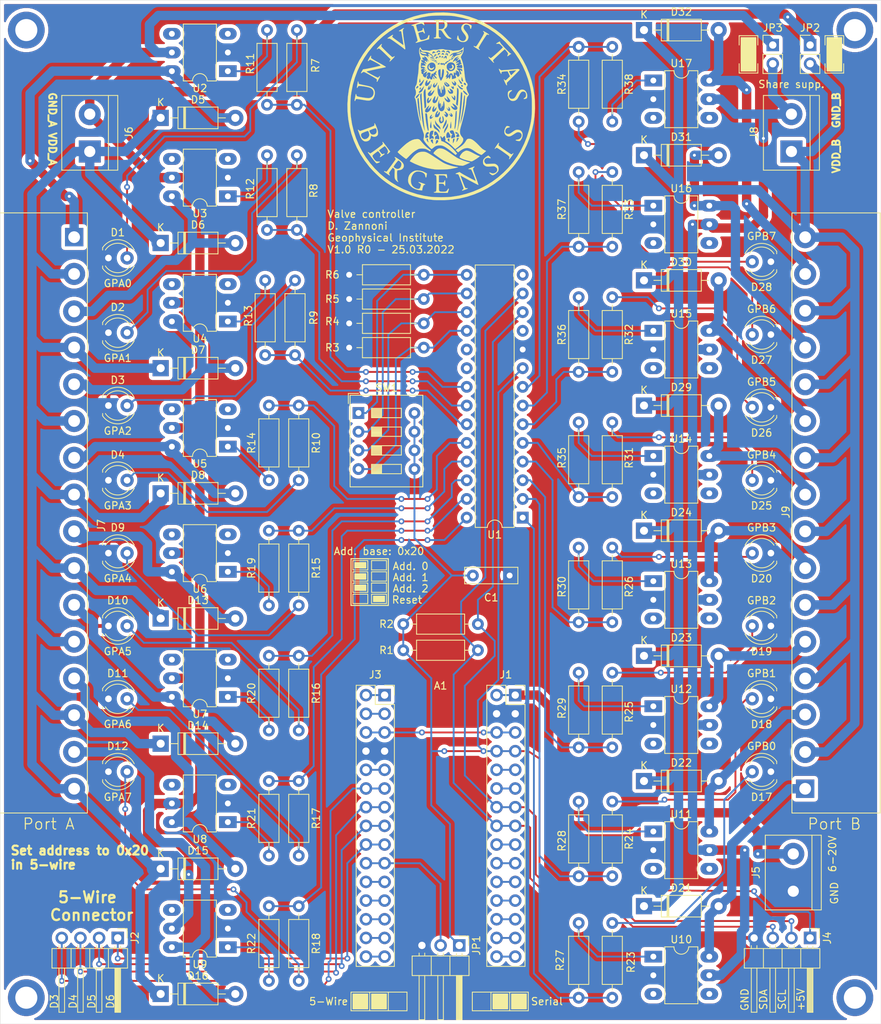
<source format=kicad_pcb>
(kicad_pcb (version 20171130) (host pcbnew "(5.1.8-0-10_14)")
  (layers (0 F.Cu signal hide) (31 B.Cu signal) (34 B.Paste user hide) (35 F.Paste user hide) (36 B.SilkS user hide) (37 F.SilkS user) (38 B.Mask user hide) (39 F.Mask user) (44 Edge.Cuts user))
  (net 0 "")
  (net 1 /D1)
  (net 2 +3V3)
  (net 3 /D0)
  (net 4 /AREF)
  (net 5 /RESET)
  (net 6 /A0)
  (net 7 GND)
  (net 8 /A1)
  (net 9 /D2)
  (net 10 /A2)
  (net 11 /D3)
  (net 12 /A3)
  (net 13 /D4)
  (net 14 SDA)
  (net 15 /D5)
  (net 16 SCL)
  (net 17 /D6)
  (net 18 /A6)
  (net 19 /D7)
  (net 20 /A7)
  (net 21 /D8)
  (net 22 +5V)
  (net 23 /D9)
  (net 24 /D10)
  (net 25 /D11)
  (net 26 VDD)
  (net 27 /D12)
  (net 28 /D13)
  (net 29 "Net-(D1-Pad2)")
  (net 30 "Net-(D2-Pad2)")
  (net 31 "Net-(D3-Pad2)")
  (net 32 "Net-(D4-Pad2)")
  (net 33 Valve_GPA0)
  (net 34 Vdrive_A)
  (net 35 Valve_GPA1)
  (net 36 Valve_GPA2)
  (net 37 Valve_GPA3)
  (net 38 "Net-(D9-Pad2)")
  (net 39 "Net-(D10-Pad2)")
  (net 40 "Net-(D11-Pad2)")
  (net 41 "Net-(D12-Pad2)")
  (net 42 Valve_GPA4)
  (net 43 Valve_GPA5)
  (net 44 Valve_GPA6)
  (net 45 Valve_GPA7)
  (net 46 "Net-(D17-Pad2)")
  (net 47 "Net-(D18-Pad2)")
  (net 48 "Net-(D19-Pad2)")
  (net 49 "Net-(D20-Pad2)")
  (net 50 Valve_GPB0)
  (net 51 Vdrive_B)
  (net 52 Valve_GPB1)
  (net 53 Valve_GPB2)
  (net 54 Valve_GPB3)
  (net 55 "Net-(D25-Pad2)")
  (net 56 "Net-(D26-Pad2)")
  (net 57 "Net-(D27-Pad2)")
  (net 58 "Net-(D28-Pad2)")
  (net 59 Valve_GPB4)
  (net 60 Valve_GPB5)
  (net 61 Valve_GPB6)
  (net 62 Valve_GPB7)
  (net 63 GND_A)
  (net 64 GND_B)
  (net 65 "Net-(R3-Pad1)")
  (net 66 "Net-(R4-Pad1)")
  (net 67 "Net-(R5-Pad1)")
  (net 68 "Net-(R6-Pad1)")
  (net 69 GPA0)
  (net 70 GPA1)
  (net 71 GPA2)
  (net 72 GPA3)
  (net 73 "Net-(R11-Pad1)")
  (net 74 "Net-(R12-Pad1)")
  (net 75 "Net-(R13-Pad1)")
  (net 76 "Net-(R14-Pad1)")
  (net 77 GPA4)
  (net 78 GPA5)
  (net 79 GPA6)
  (net 80 GPA7)
  (net 81 "Net-(R19-Pad1)")
  (net 82 "Net-(R20-Pad1)")
  (net 83 "Net-(R21-Pad1)")
  (net 84 "Net-(R22-Pad1)")
  (net 85 GPB0)
  (net 86 GPB1)
  (net 87 GPB2)
  (net 88 GPB3)
  (net 89 "Net-(R27-Pad1)")
  (net 90 "Net-(R28-Pad1)")
  (net 91 "Net-(R29-Pad1)")
  (net 92 "Net-(R30-Pad1)")
  (net 93 GPB4)
  (net 94 GPB5)
  (net 95 GPB6)
  (net 96 GPB7)
  (net 97 "Net-(R35-Pad1)")
  (net 98 "Net-(R36-Pad1)")
  (net 99 "Net-(R37-Pad1)")
  (net 100 "Net-(R38-Pad1)")
  (net 101 "Net-(U1-Pad19)")
  (net 102 "Net-(U1-Pad20)")
  (net 103 "Net-(U1-Pad11)")
  (net 104 "Net-(U1-Pad14)")
  (net 105 "Net-(U2-Pad4)")
  (net 106 "Net-(U2-Pad3)")
  (net 107 "Net-(U3-Pad4)")
  (net 108 "Net-(U3-Pad3)")
  (net 109 "Net-(U4-Pad3)")
  (net 110 "Net-(U4-Pad4)")
  (net 111 "Net-(U5-Pad3)")
  (net 112 "Net-(U5-Pad4)")
  (net 113 "Net-(U6-Pad4)")
  (net 114 "Net-(U6-Pad3)")
  (net 115 "Net-(U7-Pad4)")
  (net 116 "Net-(U7-Pad3)")
  (net 117 "Net-(U8-Pad3)")
  (net 118 "Net-(U8-Pad4)")
  (net 119 "Net-(U9-Pad3)")
  (net 120 "Net-(U9-Pad4)")
  (net 121 "Net-(U10-Pad4)")
  (net 122 "Net-(U10-Pad3)")
  (net 123 "Net-(U11-Pad3)")
  (net 124 "Net-(U11-Pad4)")
  (net 125 "Net-(U12-Pad4)")
  (net 126 "Net-(U12-Pad3)")
  (net 127 "Net-(U13-Pad3)")
  (net 128 "Net-(U13-Pad4)")
  (net 129 "Net-(U14-Pad4)")
  (net 130 "Net-(U14-Pad3)")
  (net 131 "Net-(U15-Pad3)")
  (net 132 "Net-(U15-Pad4)")
  (net 133 "Net-(U16-Pad4)")
  (net 134 "Net-(U16-Pad3)")
  (net 135 "Net-(U17-Pad3)")
  (net 136 "Net-(U17-Pad4)")
  (module Resistor_THT:R_Axial_DIN0207_L6.3mm_D2.5mm_P10.16mm_Horizontal (layer F.Cu) (at 169.418 46.736 270)
    (fp_text reference R37 (at 5.08 2.286 90) (layer F.SilkS))
    (fp_text value 680)
    (pad 2 thru_hole oval (at 10.16 0 270) (size 1.6 1.6) (drill 0.8) (layers *.Cu *.Mask) (net 95 GPB6))
    (pad 1 thru_hole circle (at 0 0 270) (size 1.6 1.6) (drill 0.8) (layers *.Cu *.Mask) (net 99 "Net-(R37-Pad1)"))
  )
  (module Resistor_THT:R_Axial_DIN0207_L6.3mm_D2.5mm_P10.16mm_Horizontal (layer F.Cu) (at 169.418 63.754 270)
    (fp_text reference R36 (at 5.08 2.286 90) (layer F.SilkS))
    (fp_text value 680)
    (pad 1 thru_hole circle (at 0 0 270) (size 1.6 1.6) (drill 0.8) (layers *.Cu *.Mask) (net 98 "Net-(R36-Pad1)"))
    (pad 2 thru_hole oval (at 10.16 0 270) (size 1.6 1.6) (drill 0.8) (layers *.Cu *.Mask) (net 94 GPB5))
  )
  (module Resistor_THT:R_Axial_DIN0207_L6.3mm_D2.5mm_P10.16mm_Horizontal (layer F.Cu) (at 169.418 80.772 270)
    (fp_text reference R35 (at 4.826 2.286 90) (layer F.SilkS))
    (fp_text value 680)
    (pad 1 thru_hole circle (at 0 0 270) (size 1.6 1.6) (drill 0.8) (layers *.Cu *.Mask) (net 97 "Net-(R35-Pad1)"))
    (pad 2 thru_hole oval (at 10.16 0 270) (size 1.6 1.6) (drill 0.8) (layers *.Cu *.Mask) (net 93 GPB4))
  )
  (module Connector_PinHeader_2.54mm:PinHeader_1x04_P2.54mm_Horizontal (layer F.Cu) (at 106.68 150.876 270)
    (fp_text reference J2 (at 0 -2.33 90) (layer F.SilkS))
    (fp_text value "5-W control")
    (pad 4 thru_hole oval (at 0 7.62 270) (size 1.7 1.7) (drill 1) (layers *.Cu *.Mask) (net 11 /D3))
    (pad 3 thru_hole oval (at 0 5.08 270) (size 1.7 1.7) (drill 1) (layers *.Cu *.Mask) (net 13 /D4))
    (pad 2 thru_hole oval (at 0 2.54 270) (size 1.7 1.7) (drill 1) (layers *.Cu *.Mask) (net 15 /D5))
    (pad 1 thru_hole rect (at 0 0 270) (size 1.7 1.7) (drill 1) (layers *.Cu *.Mask) (net 17 /D6))
  )
  (module Connector_PinHeader_2.54mm:PinHeader_1x04_P2.54mm_Horizontal (layer F.Cu) (at 200.914 150.876 270)
    (fp_text reference J4 (at 0 -2.33 90) (layer F.SilkS))
    (fp_text value "I2C bus connector")
    (pad 4 thru_hole oval (at 0 7.62 270) (size 1.7 1.7) (drill 1) (layers *.Cu *.Mask) (net 7 GND))
    (pad 3 thru_hole oval (at 0 5.08 270) (size 1.7 1.7) (drill 1) (layers *.Cu *.Mask) (net 14 SDA))
    (pad 2 thru_hole oval (at 0 2.54 270) (size 1.7 1.7) (drill 1) (layers *.Cu *.Mask) (net 16 SCL))
    (pad 1 thru_hole rect (at 0 0 270) (size 1.7 1.7) (drill 1) (layers *.Cu *.Mask) (net 22 +5V))
  )
  (module Resistor_THT:R_Axial_DIN0207_L6.3mm_D2.5mm_P10.16mm_Horizontal (layer F.Cu) (at 127 27.432 270)
    (fp_text reference R11 (at 4.572 2.286 90) (layer F.SilkS))
    (fp_text value 680)
    (pad 1 thru_hole circle (at 0 0 270) (size 1.6 1.6) (drill 0.8) (layers *.Cu *.Mask) (net 73 "Net-(R11-Pad1)"))
    (pad 2 thru_hole oval (at 10.16 0 270) (size 1.6 1.6) (drill 0.8) (layers *.Cu *.Mask) (net 69 GPA0))
  )
  (module Connector_PinHeader_2.54mm:PinHeader_1x03_P2.54mm_Horizontal (layer F.Cu) (at 153.162 151.892 270)
    (fp_text reference JP1 (at 0 -2.33 90) (layer F.SilkS))
    (fp_text value SolderJumper_3_Open)
    (pad 3 thru_hole oval (at 0 5.08 270) (size 1.7 1.7) (drill 1) (layers *.Cu *.Mask) (net 7 GND))
    (pad 2 thru_hole oval (at 0 2.54 270) (size 1.7 1.7) (drill 1) (layers *.Cu *.Mask) (net 19 /D7))
    (pad 1 thru_hole rect (at 0 0 270) (size 1.7 1.7) (drill 1) (layers *.Cu *.Mask) (net 22 +5V))
  )
  (module Capacitor_THT:C_Rect_L7.0mm_W2.0mm_P5.00mm (layer F.Cu) (at 160.02 101.6 180)
    (fp_text reference C1 (at 2.5 -3) (layer F.SilkS))
    (fp_text value C)
    (pad 2 thru_hole circle (at 5 0 180) (size 1.6 1.6) (drill 0.8) (layers *.Cu *.Mask) (net 22 +5V))
    (pad 1 thru_hole circle (at 0 0 180) (size 1.6 1.6) (drill 0.8) (layers *.Cu *.Mask) (net 7 GND))
  )
  (module Symbol:UiB (layer F.Cu) (at 150.622 37.846)
    (fp_text reference G*** hide)
    (fp_text value LOGO hide)
  )
  (module Resistor_THT:R_Axial_DIN0207_L6.3mm_D2.5mm_P10.16mm_Horizontal (layer F.Cu) (at 131.318 129.54 270)
    (fp_text reference R17 (at 5.08 -2.37 90) (layer F.SilkS))
    (fp_text value 220)
    (pad 2 thru_hole oval (at 10.16 0 270) (size 1.6 1.6) (drill 0.8) (layers *.Cu *.Mask) (net 40 "Net-(D11-Pad2)"))
    (pad 1 thru_hole circle (at 0 0 270) (size 1.6 1.6) (drill 0.8) (layers *.Cu *.Mask) (net 79 GPA6))
  )
  (module LED_THT:LED_D4.0mm (layer F.Cu) (at 105.41 58.42)
    (fp_text reference D1 (at 1.27 -3.46) (layer F.SilkS))
    (fp_text value GPA0 (at 1.27 3.46) (layer F.SilkS))
    (pad 1 thru_hole rect (at 0 0) (size 1.8 1.8) (drill 0.9) (layers *.Cu *.Mask) (net 7 GND))
    (pad 2 thru_hole circle (at 2.54 0) (size 1.8 1.8) (drill 0.9) (layers *.Cu *.Mask) (net 29 "Net-(D1-Pad2)"))
  )
  (module LED_THT:LED_D4.0mm (layer F.Cu) (at 105.41 68.58)
    (fp_text reference D2 (at 1.27 -3.46) (layer F.SilkS))
    (fp_text value GPA1 (at 1.27 3.46) (layer F.SilkS))
    (pad 1 thru_hole rect (at 0 0) (size 1.8 1.8) (drill 0.9) (layers *.Cu *.Mask) (net 7 GND))
    (pad 2 thru_hole circle (at 2.54 0) (size 1.8 1.8) (drill 0.9) (layers *.Cu *.Mask) (net 30 "Net-(D2-Pad2)"))
  )
  (module LED_THT:LED_D4.0mm (layer F.Cu) (at 105.41 78.486)
    (fp_text reference D3 (at 1.27 -3.46) (layer F.SilkS))
    (fp_text value GPA2 (at 1.27 3.46) (layer F.SilkS))
    (pad 2 thru_hole circle (at 2.54 0) (size 1.8 1.8) (drill 0.9) (layers *.Cu *.Mask) (net 31 "Net-(D3-Pad2)"))
    (pad 1 thru_hole rect (at 0 0) (size 1.8 1.8) (drill 0.9) (layers *.Cu *.Mask) (net 7 GND))
  )
  (module LED_THT:LED_D4.0mm (layer F.Cu) (at 105.41 88.646)
    (fp_text reference D4 (at 1.27 -3.46) (layer F.SilkS))
    (fp_text value GPA3 (at 1.27 3.46) (layer F.SilkS))
    (pad 2 thru_hole circle (at 2.54 0) (size 1.8 1.8) (drill 0.9) (layers *.Cu *.Mask) (net 32 "Net-(D4-Pad2)"))
    (pad 1 thru_hole rect (at 0 0) (size 1.8 1.8) (drill 0.9) (layers *.Cu *.Mask) (net 7 GND))
  )
  (module Diode_THT:D_DO-41_SOD81_P10.16mm_Horizontal (layer F.Cu) (at 112.522 39.37)
    (fp_text reference D5 (at 5.08 -2.47) (layer F.SilkS))
    (fp_text value 1N4005)
    (fp_text user K (at 0 -2.1) (layer F.SilkS))
    (pad 2 thru_hole oval (at 10.16 0) (size 2.2 2.2) (drill 1.1) (layers *.Cu *.Mask) (net 33 Valve_GPA0))
    (pad 1 thru_hole rect (at 0 0) (size 2.2 2.2) (drill 1.1) (layers *.Cu *.Mask) (net 34 Vdrive_A))
  )
  (module Diode_THT:D_DO-41_SOD81_P10.16mm_Horizontal (layer F.Cu) (at 112.522 56.388)
    (fp_text reference D6 (at 5.08 -2.47) (layer F.SilkS))
    (fp_text value 1N4005)
    (fp_text user K (at 0 -2.1) (layer F.SilkS))
    (pad 2 thru_hole oval (at 10.16 0) (size 2.2 2.2) (drill 1.1) (layers *.Cu *.Mask) (net 35 Valve_GPA1))
    (pad 1 thru_hole rect (at 0 0) (size 2.2 2.2) (drill 1.1) (layers *.Cu *.Mask) (net 34 Vdrive_A))
  )
  (module Diode_THT:D_DO-41_SOD81_P10.16mm_Horizontal (layer F.Cu) (at 112.522 73.406)
    (fp_text reference D7 (at 5.08 -2.47) (layer F.SilkS))
    (fp_text value 1N4005)
    (fp_text user K (at 0 -2.1) (layer F.SilkS))
    (pad 1 thru_hole rect (at 0 0) (size 2.2 2.2) (drill 1.1) (layers *.Cu *.Mask) (net 34 Vdrive_A))
    (pad 2 thru_hole oval (at 10.16 0) (size 2.2 2.2) (drill 1.1) (layers *.Cu *.Mask) (net 36 Valve_GPA2))
  )
  (module Diode_THT:D_DO-41_SOD81_P10.16mm_Horizontal (layer F.Cu) (at 112.522 90.424)
    (fp_text reference D8 (at 5.08 -2.47) (layer F.SilkS))
    (fp_text value 1N4005)
    (fp_text user K (at 0 -2.1) (layer F.SilkS))
    (pad 1 thru_hole rect (at 0 0) (size 2.2 2.2) (drill 1.1) (layers *.Cu *.Mask) (net 34 Vdrive_A))
    (pad 2 thru_hole oval (at 10.16 0) (size 2.2 2.2) (drill 1.1) (layers *.Cu *.Mask) (net 37 Valve_GPA3))
  )
  (module LED_THT:LED_D4.0mm (layer F.Cu) (at 105.41 98.552)
    (fp_text reference D9 (at 1.27 -3.46) (layer F.SilkS))
    (fp_text value GPA4 (at 1.27 3.46) (layer F.SilkS))
    (pad 1 thru_hole rect (at 0 0) (size 1.8 1.8) (drill 0.9) (layers *.Cu *.Mask) (net 7 GND))
    (pad 2 thru_hole circle (at 2.54 0) (size 1.8 1.8) (drill 0.9) (layers *.Cu *.Mask) (net 38 "Net-(D9-Pad2)"))
  )
  (module LED_THT:LED_D4.0mm (layer F.Cu) (at 105.41 108.458)
    (fp_text reference D10 (at 1.27 -3.46) (layer F.SilkS))
    (fp_text value GPA5 (at 1.27 3.46) (layer F.SilkS))
    (pad 1 thru_hole rect (at 0 0) (size 1.8 1.8) (drill 0.9) (layers *.Cu *.Mask) (net 7 GND))
    (pad 2 thru_hole circle (at 2.54 0) (size 1.8 1.8) (drill 0.9) (layers *.Cu *.Mask) (net 39 "Net-(D10-Pad2)"))
  )
  (module LED_THT:LED_D4.0mm (layer F.Cu) (at 105.41 118.364)
    (fp_text reference D11 (at 1.27 -3.46) (layer F.SilkS))
    (fp_text value GPA6 (at 1.27 3.46) (layer F.SilkS))
    (pad 1 thru_hole rect (at 0 0) (size 1.8 1.8) (drill 0.9) (layers *.Cu *.Mask) (net 7 GND))
    (pad 2 thru_hole circle (at 2.54 0) (size 1.8 1.8) (drill 0.9) (layers *.Cu *.Mask) (net 40 "Net-(D11-Pad2)"))
  )
  (module LED_THT:LED_D4.0mm (layer F.Cu) (at 105.41 128.27)
    (fp_text reference D12 (at 1.27 -3.46) (layer F.SilkS))
    (fp_text value GPA7 (at 1.27 3.46) (layer F.SilkS))
    (pad 2 thru_hole circle (at 2.54 0) (size 1.8 1.8) (drill 0.9) (layers *.Cu *.Mask) (net 41 "Net-(D12-Pad2)"))
    (pad 1 thru_hole rect (at 0 0) (size 1.8 1.8) (drill 0.9) (layers *.Cu *.Mask) (net 7 GND))
  )
  (module Diode_THT:D_DO-41_SOD81_P10.16mm_Horizontal (layer F.Cu) (at 112.522 107.442)
    (fp_text reference D13 (at 5.08 -2.47) (layer F.SilkS))
    (fp_text value 1N4005)
    (fp_text user K (at 0 -2.1) (layer F.SilkS))
    (pad 2 thru_hole oval (at 10.16 0) (size 2.2 2.2) (drill 1.1) (layers *.Cu *.Mask) (net 42 Valve_GPA4))
    (pad 1 thru_hole rect (at 0 0) (size 2.2 2.2) (drill 1.1) (layers *.Cu *.Mask) (net 34 Vdrive_A))
  )
  (module Diode_THT:D_DO-41_SOD81_P10.16mm_Horizontal (layer F.Cu) (at 112.522 124.46)
    (fp_text reference D14 (at 5.08 -2.47) (layer F.SilkS))
    (fp_text value 1N4005)
    (fp_text user K (at 0 -2.1) (layer F.SilkS))
    (pad 2 thru_hole oval (at 10.16 0) (size 2.2 2.2) (drill 1.1) (layers *.Cu *.Mask) (net 43 Valve_GPA5))
    (pad 1 thru_hole rect (at 0 0) (size 2.2 2.2) (drill 1.1) (layers *.Cu *.Mask) (net 34 Vdrive_A))
  )
  (module Diode_THT:D_DO-41_SOD81_P10.16mm_Horizontal (layer F.Cu) (at 112.522 141.478)
    (fp_text reference D15 (at 5.08 -2.47) (layer F.SilkS))
    (fp_text value 1N4005)
    (fp_text user K (at 0 -2.1) (layer F.SilkS))
    (pad 1 thru_hole rect (at 0 0) (size 2.2 2.2) (drill 1.1) (layers *.Cu *.Mask) (net 34 Vdrive_A))
    (pad 2 thru_hole oval (at 10.16 0) (size 2.2 2.2) (drill 1.1) (layers *.Cu *.Mask) (net 44 Valve_GPA6))
  )
  (module Diode_THT:D_DO-41_SOD81_P10.16mm_Horizontal (layer F.Cu) (at 112.522 158.496)
    (fp_text reference D16 (at 5.08 -2.47) (layer F.SilkS))
    (fp_text value 1N4005)
    (fp_text user K (at 0 -2.1) (layer F.SilkS))
    (pad 1 thru_hole rect (at 0 0) (size 2.2 2.2) (drill 1.1) (layers *.Cu *.Mask) (net 34 Vdrive_A))
    (pad 2 thru_hole oval (at 10.16 0) (size 2.2 2.2) (drill 1.1) (layers *.Cu *.Mask) (net 45 Valve_GPA7))
  )
  (module LED_THT:LED_D4.0mm (layer F.Cu) (at 195.58 128.27 180)
    (fp_text reference D17 (at 1.27 -3.46) (layer F.SilkS))
    (fp_text value GPB0 (at 1.27 3.46) (layer F.SilkS))
    (pad 1 thru_hole rect (at 0 0 180) (size 1.8 1.8) (drill 0.9) (layers *.Cu *.Mask) (net 7 GND))
    (pad 2 thru_hole circle (at 2.54 0 180) (size 1.8 1.8) (drill 0.9) (layers *.Cu *.Mask) (net 46 "Net-(D17-Pad2)"))
  )
  (module LED_THT:LED_D4.0mm (layer F.Cu) (at 195.58 118.364 180)
    (fp_text reference D18 (at 1.27 -3.46) (layer F.SilkS))
    (fp_text value GPB1 (at 1.27 3.46) (layer F.SilkS))
    (pad 2 thru_hole circle (at 2.54 0 180) (size 1.8 1.8) (drill 0.9) (layers *.Cu *.Mask) (net 47 "Net-(D18-Pad2)"))
    (pad 1 thru_hole rect (at 0 0 180) (size 1.8 1.8) (drill 0.9) (layers *.Cu *.Mask) (net 7 GND))
  )
  (module LED_THT:LED_D4.0mm (layer F.Cu) (at 195.58 108.458 180)
    (fp_text reference D19 (at 1.27 -3.46) (layer F.SilkS))
    (fp_text value GPB2 (at 1.27 3.46) (layer F.SilkS))
    (pad 1 thru_hole rect (at 0 0 180) (size 1.8 1.8) (drill 0.9) (layers *.Cu *.Mask) (net 7 GND))
    (pad 2 thru_hole circle (at 2.54 0 180) (size 1.8 1.8) (drill 0.9) (layers *.Cu *.Mask) (net 48 "Net-(D19-Pad2)"))
  )
  (module LED_THT:LED_D4.0mm (layer F.Cu) (at 195.58 98.552 180)
    (fp_text reference D20 (at 1.27 -3.46) (layer F.SilkS))
    (fp_text value GPB3 (at 1.27 3.46) (layer F.SilkS))
    (pad 2 thru_hole circle (at 2.54 0 180) (size 1.8 1.8) (drill 0.9) (layers *.Cu *.Mask) (net 49 "Net-(D20-Pad2)"))
    (pad 1 thru_hole rect (at 0 0 180) (size 1.8 1.8) (drill 0.9) (layers *.Cu *.Mask) (net 7 GND))
  )
  (module Diode_THT:D_DO-41_SOD81_P10.16mm_Horizontal (layer F.Cu) (at 178.308 146.558)
    (fp_text reference D21 (at 5.08 -2.47) (layer F.SilkS))
    (fp_text value 1N4005)
    (fp_text user K (at 0 -2.1) (layer F.SilkS))
    (pad 2 thru_hole oval (at 10.16 0) (size 2.2 2.2) (drill 1.1) (layers *.Cu *.Mask) (net 50 Valve_GPB0))
    (pad 1 thru_hole rect (at 0 0) (size 2.2 2.2) (drill 1.1) (layers *.Cu *.Mask) (net 51 Vdrive_B))
  )
  (module Diode_THT:D_DO-41_SOD81_P10.16mm_Horizontal (layer F.Cu) (at 178.308 129.54)
    (fp_text reference D22 (at 5.08 -2.47) (layer F.SilkS))
    (fp_text value 1N4005)
    (fp_text user K (at 0 -2.1) (layer F.SilkS))
    (pad 2 thru_hole oval (at 10.16 0) (size 2.2 2.2) (drill 1.1) (layers *.Cu *.Mask) (net 52 Valve_GPB1))
    (pad 1 thru_hole rect (at 0 0) (size 2.2 2.2) (drill 1.1) (layers *.Cu *.Mask) (net 51 Vdrive_B))
  )
  (module Diode_THT:D_DO-41_SOD81_P10.16mm_Horizontal (layer F.Cu) (at 178.308 112.522)
    (fp_text reference D23 (at 5.08 -2.47) (layer F.SilkS))
    (fp_text value 1N4005)
    (fp_text user K (at 0 -2.1) (layer F.SilkS))
    (pad 2 thru_hole oval (at 10.16 0) (size 2.2 2.2) (drill 1.1) (layers *.Cu *.Mask) (net 53 Valve_GPB2))
    (pad 1 thru_hole rect (at 0 0) (size 2.2 2.2) (drill 1.1) (layers *.Cu *.Mask) (net 51 Vdrive_B))
  )
  (module Diode_THT:D_DO-41_SOD81_P10.16mm_Horizontal (layer F.Cu) (at 178.308 95.504)
    (fp_text reference D24 (at 5.08 -2.47) (layer F.SilkS))
    (fp_text value 1N4005)
    (fp_text user K (at 0 -2.1) (layer F.SilkS))
    (pad 1 thru_hole rect (at 0 0) (size 2.2 2.2) (drill 1.1) (layers *.Cu *.Mask) (net 51 Vdrive_B))
    (pad 2 thru_hole oval (at 10.16 0) (size 2.2 2.2) (drill 1.1) (layers *.Cu *.Mask) (net 54 Valve_GPB3))
  )
  (module LED_THT:LED_D4.0mm (layer F.Cu) (at 195.58 88.646 180)
    (fp_text reference D25 (at 1.27 -3.46) (layer F.SilkS))
    (fp_text value GPB4 (at 1.27 3.46) (layer F.SilkS))
    (pad 1 thru_hole rect (at 0 0 180) (size 1.8 1.8) (drill 0.9) (layers *.Cu *.Mask) (net 7 GND))
    (pad 2 thru_hole circle (at 2.54 0 180) (size 1.8 1.8) (drill 0.9) (layers *.Cu *.Mask) (net 55 "Net-(D25-Pad2)"))
  )
  (module LED_THT:LED_D4.0mm (layer F.Cu) (at 195.58 78.74 180)
    (fp_text reference D26 (at 1.27 -3.46) (layer F.SilkS))
    (fp_text value GPB5 (at 1.27 3.46) (layer F.SilkS))
    (pad 2 thru_hole circle (at 2.54 0 180) (size 1.8 1.8) (drill 0.9) (layers *.Cu *.Mask) (net 56 "Net-(D26-Pad2)"))
    (pad 1 thru_hole rect (at 0 0 180) (size 1.8 1.8) (drill 0.9) (layers *.Cu *.Mask) (net 7 GND))
  )
  (module LED_THT:LED_D4.0mm (layer F.Cu) (at 195.58 68.834 180)
    (fp_text reference D27 (at 1.27 -3.46) (layer F.SilkS))
    (fp_text value GPB6 (at 1.27 3.46) (layer F.SilkS))
    (pad 2 thru_hole circle (at 2.54 0 180) (size 1.8 1.8) (drill 0.9) (layers *.Cu *.Mask) (net 57 "Net-(D27-Pad2)"))
    (pad 1 thru_hole rect (at 0 0 180) (size 1.8 1.8) (drill 0.9) (layers *.Cu *.Mask) (net 7 GND))
  )
  (module LED_THT:LED_D4.0mm (layer F.Cu) (at 195.58 58.928 180)
    (fp_text reference D28 (at 1.27 -3.46) (layer F.SilkS))
    (fp_text value GPB7 (at 1.27 3.46) (layer F.SilkS))
    (pad 2 thru_hole circle (at 2.54 0 180) (size 1.8 1.8) (drill 0.9) (layers *.Cu *.Mask) (net 58 "Net-(D28-Pad2)"))
    (pad 1 thru_hole rect (at 0 0 180) (size 1.8 1.8) (drill 0.9) (layers *.Cu *.Mask) (net 7 GND))
  )
  (module Diode_THT:D_DO-41_SOD81_P10.16mm_Horizontal (layer F.Cu) (at 178.308 78.486)
    (fp_text reference D29 (at 5.08 -2.47) (layer F.SilkS))
    (fp_text value 1N4005)
    (fp_text user K (at 0 -2.1) (layer F.SilkS))
    (pad 1 thru_hole rect (at 0 0) (size 2.2 2.2) (drill 1.1) (layers *.Cu *.Mask) (net 51 Vdrive_B))
    (pad 2 thru_hole oval (at 10.16 0) (size 2.2 2.2) (drill 1.1) (layers *.Cu *.Mask) (net 59 Valve_GPB4))
  )
  (module Diode_THT:D_DO-41_SOD81_P10.16mm_Horizontal (layer F.Cu) (at 178.308 61.468)
    (fp_text reference D30 (at 5.08 -2.47) (layer F.SilkS))
    (fp_text value 1N4005)
    (fp_text user K (at 0 -2.1) (layer F.SilkS))
    (pad 1 thru_hole rect (at 0 0) (size 2.2 2.2) (drill 1.1) (layers *.Cu *.Mask) (net 51 Vdrive_B))
    (pad 2 thru_hole oval (at 10.16 0) (size 2.2 2.2) (drill 1.1) (layers *.Cu *.Mask) (net 60 Valve_GPB5))
  )
  (module Diode_THT:D_DO-41_SOD81_P10.16mm_Horizontal (layer F.Cu) (at 178.308 44.45)
    (fp_text reference D31 (at 5.08 -2.47) (layer F.SilkS))
    (fp_text value 1N4005)
    (fp_text user K (at 0 -2.1) (layer F.SilkS))
    (pad 1 thru_hole rect (at 0 0) (size 2.2 2.2) (drill 1.1) (layers *.Cu *.Mask) (net 51 Vdrive_B))
    (pad 2 thru_hole oval (at 10.16 0) (size 2.2 2.2) (drill 1.1) (layers *.Cu *.Mask) (net 61 Valve_GPB6))
  )
  (module Diode_THT:D_DO-41_SOD81_P10.16mm_Horizontal (layer F.Cu) (at 178.308 27.432)
    (fp_text reference D32 (at 5.08 -2.47) (layer F.SilkS))
    (fp_text value 1N4005)
    (fp_text user K (at 0 -2.1) (layer F.SilkS))
    (pad 2 thru_hole oval (at 10.16 0) (size 2.2 2.2) (drill 1.1) (layers *.Cu *.Mask) (net 62 Valve_GPB7))
    (pad 1 thru_hole rect (at 0 0) (size 2.2 2.2) (drill 1.1) (layers *.Cu *.Mask) (net 51 Vdrive_B))
  )
  (module Connector_PinSocket_2.54mm:PinSocket_2x15_P2.54mm_Vertical (layer F.Cu) (at 160.782 117.856)
    (fp_text reference J1 (at -1.27 -2.77) (layer F.SilkS))
    (fp_text value Arduino_LeftSide)
    (pad 1 thru_hole rect (at 0 0) (size 1.7 1.7) (drill 1) (layers *.Cu *.Mask) (net 26 VDD))
    (pad 2 thru_hole oval (at -2.54 0) (size 1.7 1.7) (drill 1) (layers *.Cu *.Mask) (net 26 VDD))
    (pad 3 thru_hole oval (at 0 2.54) (size 1.7 1.7) (drill 1) (layers *.Cu *.Mask) (net 7 GND))
    (pad 4 thru_hole oval (at -2.54 2.54) (size 1.7 1.7) (drill 1) (layers *.Cu *.Mask) (net 7 GND))
    (pad 5 thru_hole oval (at 0 5.08) (size 1.7 1.7) (drill 1) (layers *.Cu *.Mask) (net 5 /RESET))
    (pad 6 thru_hole oval (at -2.54 5.08) (size 1.7 1.7) (drill 1) (layers *.Cu *.Mask) (net 5 /RESET))
    (pad 7 thru_hole oval (at 0 7.62) (size 1.7 1.7) (drill 1) (layers *.Cu *.Mask) (net 22 +5V))
    (pad 8 thru_hole oval (at -2.54 7.62) (size 1.7 1.7) (drill 1) (layers *.Cu *.Mask) (net 22 +5V))
    (pad 9 thru_hole oval (at 0 10.16) (size 1.7 1.7) (drill 1) (layers *.Cu *.Mask) (net 20 /A7))
    (pad 10 thru_hole oval (at -2.54 10.16) (size 1.7 1.7) (drill 1) (layers *.Cu *.Mask) (net 20 /A7))
    (pad 11 thru_hole oval (at 0 12.7) (size 1.7 1.7) (drill 1) (layers *.Cu *.Mask) (net 18 /A6))
    (pad 12 thru_hole oval (at -2.54 12.7) (size 1.7 1.7) (drill 1) (layers *.Cu *.Mask) (net 18 /A6))
    (pad 13 thru_hole oval (at 0 15.24) (size 1.7 1.7) (drill 1) (layers *.Cu *.Mask) (net 16 SCL))
    (pad 14 thru_hole oval (at -2.54 15.24) (size 1.7 1.7) (drill 1) (layers *.Cu *.Mask) (net 16 SCL))
    (pad 15 thru_hole oval (at 0 17.78) (size 1.7 1.7) (drill 1) (layers *.Cu *.Mask) (net 14 SDA))
    (pad 16 thru_hole oval (at -2.54 17.78) (size 1.7 1.7) (drill 1) (layers *.Cu *.Mask) (net 14 SDA))
    (pad 17 thru_hole oval (at 0 20.32) (size 1.7 1.7) (drill 1) (layers *.Cu *.Mask) (net 12 /A3))
    (pad 18 thru_hole oval (at -2.54 20.32) (size 1.7 1.7) (drill 1) (layers *.Cu *.Mask) (net 12 /A3))
    (pad 19 thru_hole oval (at 0 22.86) (size 1.7 1.7) (drill 1) (layers *.Cu *.Mask) (net 10 /A2))
    (pad 20 thru_hole oval (at -2.54 22.86) (size 1.7 1.7) (drill 1) (layers *.Cu *.Mask) (net 10 /A2))
    (pad 21 thru_hole oval (at 0 25.4) (size 1.7 1.7) (drill 1) (layers *.Cu *.Mask) (net 8 /A1))
    (pad 22 thru_hole oval (at -2.54 25.4) (size 1.7 1.7) (drill 1) (layers *.Cu *.Mask) (net 8 /A1))
    (pad 23 thru_hole oval (at 0 27.94) (size 1.7 1.7) (drill 1) (layers *.Cu *.Mask) (net 6 /A0))
    (pad 24 thru_hole oval (at -2.54 27.94) (size 1.7 1.7) (drill 1) (layers *.Cu *.Mask) (net 6 /A0))
    (pad 25 thru_hole oval (at 0 30.48) (size 1.7 1.7) (drill 1) (layers *.Cu *.Mask) (net 4 /AREF))
    (pad 26 thru_hole oval (at -2.54 30.48) (size 1.7 1.7) (drill 1) (layers *.Cu *.Mask) (net 4 /AREF))
    (pad 27 thru_hole oval (at 0 33.02) (size 1.7 1.7) (drill 1) (layers *.Cu *.Mask) (net 2 +3V3))
    (pad 28 thru_hole oval (at -2.54 33.02) (size 1.7 1.7) (drill 1) (layers *.Cu *.Mask) (net 2 +3V3))
    (pad 29 thru_hole oval (at 0 35.56) (size 1.7 1.7) (drill 1) (layers *.Cu *.Mask) (net 28 /D13))
    (pad 30 thru_hole oval (at -2.54 35.56) (size 1.7 1.7) (drill 1) (layers *.Cu *.Mask) (net 28 /D13))
  )
  (module Connector_PinSocket_2.54mm:PinSocket_2x15_P2.54mm_Vertical (layer F.Cu) (at 143.002 117.856)
    (fp_text reference J3 (at -1.27 -2.77) (layer F.SilkS))
    (fp_text value Arduino_RightSide)
    (pad 30 thru_hole oval (at -2.54 35.56) (size 1.7 1.7) (drill 1) (layers *.Cu *.Mask) (net 27 /D12))
    (pad 29 thru_hole oval (at 0 35.56) (size 1.7 1.7) (drill 1) (layers *.Cu *.Mask) (net 27 /D12))
    (pad 28 thru_hole oval (at -2.54 33.02) (size 1.7 1.7) (drill 1) (layers *.Cu *.Mask) (net 25 /D11))
    (pad 27 thru_hole oval (at 0 33.02) (size 1.7 1.7) (drill 1) (layers *.Cu *.Mask) (net 25 /D11))
    (pad 26 thru_hole oval (at -2.54 30.48) (size 1.7 1.7) (drill 1) (layers *.Cu *.Mask) (net 24 /D10))
    (pad 25 thru_hole oval (at 0 30.48) (size 1.7 1.7) (drill 1) (layers *.Cu *.Mask) (net 24 /D10))
    (pad 24 thru_hole oval (at -2.54 27.94) (size 1.7 1.7) (drill 1) (layers *.Cu *.Mask) (net 23 /D9))
    (pad 23 thru_hole oval (at 0 27.94) (size 1.7 1.7) (drill 1) (layers *.Cu *.Mask) (net 23 /D9))
    (pad 22 thru_hole oval (at -2.54 25.4) (size 1.7 1.7) (drill 1) (layers *.Cu *.Mask) (net 21 /D8))
    (pad 21 thru_hole oval (at 0 25.4) (size 1.7 1.7) (drill 1) (layers *.Cu *.Mask) (net 21 /D8))
    (pad 20 thru_hole oval (at -2.54 22.86) (size 1.7 1.7) (drill 1) (layers *.Cu *.Mask) (net 19 /D7))
    (pad 19 thru_hole oval (at 0 22.86) (size 1.7 1.7) (drill 1) (layers *.Cu *.Mask) (net 19 /D7))
    (pad 18 thru_hole oval (at -2.54 20.32) (size 1.7 1.7) (drill 1) (layers *.Cu *.Mask) (net 17 /D6))
    (pad 17 thru_hole oval (at 0 20.32) (size 1.7 1.7) (drill 1) (layers *.Cu *.Mask) (net 17 /D6))
    (pad 16 thru_hole oval (at -2.54 17.78) (size 1.7 1.7) (drill 1) (layers *.Cu *.Mask) (net 15 /D5))
    (pad 15 thru_hole oval (at 0 17.78) (size 1.7 1.7) (drill 1) (layers *.Cu *.Mask) (net 15 /D5))
    (pad 14 thru_hole oval (at -2.54 15.24) (size 1.7 1.7) (drill 1) (layers *.Cu *.Mask) (net 13 /D4))
    (pad 13 thru_hole oval (at 0 15.24) (size 1.7 1.7) (drill 1) (layers *.Cu *.Mask) (net 13 /D4))
    (pad 12 thru_hole oval (at -2.54 12.7) (size 1.7 1.7) (drill 1) (layers *.Cu *.Mask) (net 11 /D3))
    (pad 11 thru_hole oval (at 0 12.7) (size 1.7 1.7) (drill 1) (layers *.Cu *.Mask) (net 11 /D3))
    (pad 10 thru_hole oval (at -2.54 10.16) (size 1.7 1.7) (drill 1) (layers *.Cu *.Mask) (net 9 /D2))
    (pad 9 thru_hole oval (at 0 10.16) (size 1.7 1.7) (drill 1) (layers *.Cu *.Mask) (net 9 /D2))
    (pad 8 thru_hole oval (at -2.54 7.62) (size 1.7 1.7) (drill 1) (layers *.Cu *.Mask) (net 7 GND))
    (pad 7 thru_hole oval (at 0 7.62) (size 1.7 1.7) (drill 1) (layers *.Cu *.Mask) (net 7 GND))
    (pad 6 thru_hole oval (at -2.54 5.08) (size 1.7 1.7) (drill 1) (layers *.Cu *.Mask) (net 5 /RESET))
    (pad 5 thru_hole oval (at 0 5.08) (size 1.7 1.7) (drill 1) (layers *.Cu *.Mask) (net 5 /RESET))
    (pad 4 thru_hole oval (at -2.54 2.54) (size 1.7 1.7) (drill 1) (layers *.Cu *.Mask) (net 3 /D0))
    (pad 3 thru_hole oval (at 0 2.54) (size 1.7 1.7) (drill 1) (layers *.Cu *.Mask) (net 3 /D0))
    (pad 2 thru_hole oval (at -2.54 0) (size 1.7 1.7) (drill 1) (layers *.Cu *.Mask) (net 1 /D1))
    (pad 1 thru_hole rect (at 0 0) (size 1.7 1.7) (drill 1) (layers *.Cu *.Mask) (net 1 /D1))
  )
  (module TerminalBlock:TerminalBlock_bornier-2_P5.08mm (layer F.Cu) (at 198.628 144.526 90)
    (fp_text reference J5 (at 2.54 -5.08 90) (layer F.SilkS))
    (fp_text value "External PS")
    (pad 1 thru_hole rect (at 0 0 90) (size 3 3) (drill 1.52) (layers *.Cu *.Mask) (net 7 GND))
    (pad 2 thru_hole circle (at 5.08 0 90) (size 3 3) (drill 1.52) (layers *.Cu *.Mask) (net 26 VDD))
  )
  (module TerminalBlock:TerminalBlock_bornier-2_P5.08mm (layer F.Cu) (at 102.87 43.942 90)
    (fp_text reference J6 (at 2.54 5.334 90) (layer F.SilkS))
    (fp_text value "PS Relay A")
    (pad 2 thru_hole circle (at 5.08 0 90) (size 3 3) (drill 1.52) (layers *.Cu *.Mask) (net 63 GND_A))
    (pad 1 thru_hole rect (at 0 0 90) (size 3 3) (drill 1.52) (layers *.Cu *.Mask) (net 34 Vdrive_A))
  )
  (module TerminalBlock_TE-Connectivity:1-2350513-6 (layer F.Cu) (at 98.044 94.488 270)
    (fp_text reference J7 (at 0.3 -6.4 90) (layer F.SilkS))
    (fp_text value "GPA Valves Conn")
    (pad 16 thru_hole circle (at 36.1 -2.7 270) (size 3 3) (drill 1.6) (layers *.Cu *.Mask) (net 34 Vdrive_A))
    (pad 15 thru_hole circle (at 31.1 -2.7 270) (size 3 3) (drill 1.6) (layers *.Cu *.Mask) (net 45 Valve_GPA7))
    (pad 14 thru_hole circle (at 26.1 -2.7 270) (size 3 3) (drill 1.6) (layers *.Cu *.Mask) (net 34 Vdrive_A))
    (pad 13 thru_hole circle (at 21.1 -2.7 270) (size 3 3) (drill 1.6) (layers *.Cu *.Mask) (net 44 Valve_GPA6))
    (pad 12 thru_hole circle (at 16.1 -2.7 270) (size 3 3) (drill 1.6) (layers *.Cu *.Mask) (net 34 Vdrive_A))
    (pad 11 thru_hole circle (at 11.1 -2.7 270) (size 3 3) (drill 1.6) (layers *.Cu *.Mask) (net 43 Valve_GPA5))
    (pad 10 thru_hole circle (at 6.1 -2.7 270) (size 3 3) (drill 1.6) (layers *.Cu *.Mask) (net 34 Vdrive_A))
    (pad 9 thru_hole circle (at 1.1 -2.7 270) (size 3 3) (drill 1.6) (layers *.Cu *.Mask) (net 42 Valve_GPA4))
    (pad 8 thru_hole circle (at -3.9 -2.7 270) (size 3 3) (drill 1.6) (layers *.Cu *.Mask) (net 34 Vdrive_A))
    (pad 7 thru_hole circle (at -8.9 -2.7 270) (size 3 3) (drill 1.6) (layers *.Cu *.Mask) (net 37 Valve_GPA3))
    (pad 6 thru_hole circle (at -13.9 -2.7 270) (size 3 3) (drill 1.6) (layers *.Cu *.Mask) (net 34 Vdrive_A))
    (pad 5 thru_hole circle (at -18.9 -2.7 270) (size 3 3) (drill 1.6) (layers *.Cu *.Mask) (net 36 Valve_GPA2))
    (pad 4 thru_hole circle (at -23.9 -2.7 270) (size 3 3) (drill 1.6) (layers *.Cu *.Mask) (net 34 Vdrive_A))
    (pad 3 thru_hole circle (at -28.8 -2.7 270) (size 3 3) (drill 1.6) (layers *.Cu *.Mask) (net 35 Valve_GPA1))
    (pad 2 thru_hole circle (at -33.9 -2.7 270) (size 3 3) (drill 1.6) (layers *.Cu *.Mask) (net 34 Vdrive_A))
    (pad 1 thru_hole rect (at -38.9 -2.7 270) (size 2.5 2.5) (drill 1.6) (layers *.Cu *.Mask) (net 33 Valve_GPA0))
  )
  (module TerminalBlock:TerminalBlock_bornier-2_P5.08mm (layer F.Cu) (at 198.374 43.942 90)
    (fp_text reference J8 (at 2.54 -5.08 90) (layer F.SilkS))
    (fp_text value "PS Relay B")
    (pad 1 thru_hole rect (at 0 0 90) (size 3 3) (drill 1.52) (layers *.Cu *.Mask) (net 51 Vdrive_B))
    (pad 2 thru_hole circle (at 5.08 0 90) (size 3 3) (drill 1.52) (layers *.Cu *.Mask) (net 64 GND_B))
  )
  (module TerminalBlock_TE-Connectivity:1-2350513-6 (layer F.Cu) (at 202.946 91.694 90)
    (fp_text reference J9 (at -1.27 -5.334 90) (layer F.SilkS))
    (fp_text value "GPB Valves Conn")
    (pad 1 thru_hole rect (at -38.9 -2.7 90) (size 2.5 2.5) (drill 1.6) (layers *.Cu *.Mask) (net 50 Valve_GPB0))
    (pad 2 thru_hole circle (at -33.9 -2.7 90) (size 3 3) (drill 1.6) (layers *.Cu *.Mask) (net 51 Vdrive_B))
    (pad 3 thru_hole circle (at -28.8 -2.7 90) (size 3 3) (drill 1.6) (layers *.Cu *.Mask) (net 52 Valve_GPB1))
    (pad 4 thru_hole circle (at -23.9 -2.7 90) (size 3 3) (drill 1.6) (layers *.Cu *.Mask) (net 51 Vdrive_B))
    (pad 5 thru_hole circle (at -18.9 -2.7 90) (size 3 3) (drill 1.6) (layers *.Cu *.Mask) (net 53 Valve_GPB2))
    (pad 6 thru_hole circle (at -13.9 -2.7 90) (size 3 3) (drill 1.6) (layers *.Cu *.Mask) (net 51 Vdrive_B))
    (pad 7 thru_hole circle (at -8.9 -2.7 90) (size 3 3) (drill 1.6) (layers *.Cu *.Mask) (net 54 Valve_GPB3))
    (pad 8 thru_hole circle (at -3.9 -2.7 90) (size 3 3) (drill 1.6) (layers *.Cu *.Mask) (net 51 Vdrive_B))
    (pad 9 thru_hole circle (at 1.1 -2.7 90) (size 3 3) (drill 1.6) (layers *.Cu *.Mask) (net 59 Valve_GPB4))
    (pad 10 thru_hole circle (at 6.1 -2.7 90) (size 3 3) (drill 1.6) (layers *.Cu *.Mask) (net 51 Vdrive_B))
    (pad 11 thru_hole circle (at 11.1 -2.7 90) (size 3 3) (drill 1.6) (layers *.Cu *.Mask) (net 60 Valve_GPB5))
    (pad 12 thru_hole circle (at 16.1 -2.7 90) (size 3 3) (drill 1.6) (layers *.Cu *.Mask) (net 51 Vdrive_B))
    (pad 13 thru_hole circle (at 21.1 -2.7 90) (size 3 3) (drill 1.6) (layers *.Cu *.Mask) (net 61 Valve_GPB6))
    (pad 14 thru_hole circle (at 26.1 -2.7 90) (size 3 3) (drill 1.6) (layers *.Cu *.Mask) (net 51 Vdrive_B))
    (pad 15 thru_hole circle (at 31.1 -2.7 90) (size 3 3) (drill 1.6) (layers *.Cu *.Mask) (net 62 Valve_GPB7))
    (pad 16 thru_hole circle (at 36.1 -2.7 90) (size 3 3) (drill 1.6) (layers *.Cu *.Mask) (net 51 Vdrive_B))
  )
  (module Connector_PinHeader_2.54mm:PinHeader_1x02_P2.54mm_Vertical (layer F.Cu) (at 200.914 29.464)
    (fp_text reference JP2 (at 0 -2.33) (layer F.SilkS))
    (fp_text value "Vdrive_relay Jumper")
    (pad 2 thru_hole oval (at 0 2.54) (size 1.7 1.7) (drill 1) (layers *.Cu *.Mask) (net 51 Vdrive_B))
    (pad 1 thru_hole rect (at 0 0) (size 1.7 1.7) (drill 1) (layers *.Cu *.Mask) (net 34 Vdrive_A))
  )
  (module Connector_PinHeader_2.54mm:PinHeader_1x02_P2.54mm_Vertical (layer F.Cu) (at 195.834 29.464)
    (fp_text reference JP3 (at 0 -2.33) (layer F.SilkS))
    (fp_text value "GND_relay Jumper")
    (pad 1 thru_hole rect (at 0 0) (size 1.7 1.7) (drill 1) (layers *.Cu *.Mask) (net 63 GND_A))
    (pad 2 thru_hole oval (at 0 2.54) (size 1.7 1.7) (drill 1) (layers *.Cu *.Mask) (net 64 GND_B))
  )
  (module Resistor_THT:R_Axial_DIN0207_L6.3mm_D2.5mm_P10.16mm_Horizontal (layer F.Cu) (at 145.542 111.76)
    (fp_text reference R1 (at -2.286 0) (layer F.SilkS))
    (fp_text value 1k)
    (pad 2 thru_hole oval (at 10.16 0) (size 1.6 1.6) (drill 0.8) (layers *.Cu *.Mask) (net 14 SDA))
    (pad 1 thru_hole circle (at 0 0) (size 1.6 1.6) (drill 0.8) (layers *.Cu *.Mask) (net 22 +5V))
  )
  (module Resistor_THT:R_Axial_DIN0207_L6.3mm_D2.5mm_P10.16mm_Horizontal (layer F.Cu) (at 145.542 108.204)
    (fp_text reference R2 (at -2.286 0) (layer F.SilkS))
    (fp_text value 1k)
    (pad 2 thru_hole oval (at 10.16 0) (size 1.6 1.6) (drill 0.8) (layers *.Cu *.Mask) (net 16 SCL))
    (pad 1 thru_hole circle (at 0 0) (size 1.6 1.6) (drill 0.8) (layers *.Cu *.Mask) (net 22 +5V))
  )
  (module Resistor_THT:R_Axial_DIN0207_L6.3mm_D2.5mm_P10.16mm_Horizontal (layer F.Cu) (at 148.336 70.612 180)
    (fp_text reference R3 (at 12.446 0) (layer F.SilkS))
    (fp_text value 10k)
    (pad 2 thru_hole oval (at 10.16 0 180) (size 1.6 1.6) (drill 0.8) (layers *.Cu *.Mask) (net 7 GND))
    (pad 1 thru_hole circle (at 0 0 180) (size 1.6 1.6) (drill 0.8) (layers *.Cu *.Mask) (net 65 "Net-(R3-Pad1)"))
  )
  (module Resistor_THT:R_Axial_DIN0207_L6.3mm_D2.5mm_P10.16mm_Horizontal (layer F.Cu) (at 148.336 67.31 180)
    (fp_text reference R4 (at 12.446 0.254) (layer F.SilkS))
    (fp_text value 10k)
    (pad 2 thru_hole oval (at 10.16 0 180) (size 1.6 1.6) (drill 0.8) (layers *.Cu *.Mask) (net 7 GND))
    (pad 1 thru_hole circle (at 0 0 180) (size 1.6 1.6) (drill 0.8) (layers *.Cu *.Mask) (net 66 "Net-(R4-Pad1)"))
  )
  (module Resistor_THT:R_Axial_DIN0207_L6.3mm_D2.5mm_P10.16mm_Horizontal (layer F.Cu) (at 148.336 64.008 180)
    (fp_text reference R5 (at 12.446 0) (layer F.SilkS))
    (fp_text value R)
    (pad 1 thru_hole circle (at 0 0 180) (size 1.6 1.6) (drill 0.8) (layers *.Cu *.Mask) (net 67 "Net-(R5-Pad1)"))
    (pad 2 thru_hole oval (at 10.16 0 180) (size 1.6 1.6) (drill 0.8) (layers *.Cu *.Mask) (net 7 GND))
  )
  (module Resistor_THT:R_Axial_DIN0207_L6.3mm_D2.5mm_P10.16mm_Horizontal (layer F.Cu) (at 148.336 60.706 180)
    (fp_text reference R6 (at 12.446 0) (layer F.SilkS))
    (fp_text value R)
    (pad 2 thru_hole oval (at 10.16 0 180) (size 1.6 1.6) (drill 0.8) (layers *.Cu *.Mask) (net 7 GND))
    (pad 1 thru_hole circle (at 0 0 180) (size 1.6 1.6) (drill 0.8) (layers *.Cu *.Mask) (net 68 "Net-(R6-Pad1)"))
  )
  (module Resistor_THT:R_Axial_DIN0207_L6.3mm_D2.5mm_P10.16mm_Horizontal (layer F.Cu) (at 131.064 37.592 90)
    (fp_text reference R7 (at 5.334 2.54 90) (layer F.SilkS))
    (fp_text value 220)
    (pad 2 thru_hole oval (at 10.16 0 90) (size 1.6 1.6) (drill 0.8) (layers *.Cu *.Mask) (net 29 "Net-(D1-Pad2)"))
    (pad 1 thru_hole circle (at 0 0 90) (size 1.6 1.6) (drill 0.8) (layers *.Cu *.Mask) (net 69 GPA0))
  )
  (module Resistor_THT:R_Axial_DIN0207_L6.3mm_D2.5mm_P10.16mm_Horizontal (layer F.Cu) (at 131.064 54.61 90)
    (fp_text reference R8 (at 5.334 2.286 90) (layer F.SilkS))
    (fp_text value 220)
    (pad 1 thru_hole circle (at 0 0 90) (size 1.6 1.6) (drill 0.8) (layers *.Cu *.Mask) (net 70 GPA1))
    (pad 2 thru_hole oval (at 10.16 0 90) (size 1.6 1.6) (drill 0.8) (layers *.Cu *.Mask) (net 30 "Net-(D2-Pad2)"))
  )
  (module Resistor_THT:R_Axial_DIN0207_L6.3mm_D2.5mm_P10.16mm_Horizontal (layer F.Cu) (at 130.81 71.628 90)
    (fp_text reference R9 (at 5.08 2.54 90) (layer F.SilkS))
    (fp_text value 220)
    (pad 2 thru_hole oval (at 10.16 0 90) (size 1.6 1.6) (drill 0.8) (layers *.Cu *.Mask) (net 31 "Net-(D3-Pad2)"))
    (pad 1 thru_hole circle (at 0 0 90) (size 1.6 1.6) (drill 0.8) (layers *.Cu *.Mask) (net 71 GPA2))
  )
  (module Resistor_THT:R_Axial_DIN0207_L6.3mm_D2.5mm_P10.16mm_Horizontal (layer F.Cu) (at 131.318 78.486 270)
    (fp_text reference R10 (at 5.08 -2.37 90) (layer F.SilkS))
    (fp_text value 220)
    (pad 1 thru_hole circle (at 0 0 270) (size 1.6 1.6) (drill 0.8) (layers *.Cu *.Mask) (net 72 GPA3))
    (pad 2 thru_hole oval (at 10.16 0 270) (size 1.6 1.6) (drill 0.8) (layers *.Cu *.Mask) (net 32 "Net-(D4-Pad2)"))
  )
  (module Resistor_THT:R_Axial_DIN0207_L6.3mm_D2.5mm_P10.16mm_Horizontal (layer F.Cu) (at 127 44.45 270)
    (fp_text reference R12 (at 4.572 2.286 90) (layer F.SilkS))
    (fp_text value 680)
    (pad 2 thru_hole oval (at 10.16 0 270) (size 1.6 1.6) (drill 0.8) (layers *.Cu *.Mask) (net 70 GPA1))
    (pad 1 thru_hole circle (at 0 0 270) (size 1.6 1.6) (drill 0.8) (layers *.Cu *.Mask) (net 74 "Net-(R12-Pad1)"))
  )
  (module Resistor_THT:R_Axial_DIN0207_L6.3mm_D2.5mm_P10.16mm_Horizontal (layer F.Cu) (at 126.746 61.468 270)
    (fp_text reference R13 (at 4.826 2.286 90) (layer F.SilkS))
    (fp_text value 680)
    (pad 1 thru_hole circle (at 0 0 270) (size 1.6 1.6) (drill 0.8) (layers *.Cu *.Mask) (net 75 "Net-(R13-Pad1)"))
    (pad 2 thru_hole oval (at 10.16 0 270) (size 1.6 1.6) (drill 0.8) (layers *.Cu *.Mask) (net 71 GPA2))
  )
  (module Resistor_THT:R_Axial_DIN0207_L6.3mm_D2.5mm_P10.16mm_Horizontal (layer F.Cu) (at 127.254 88.646 90)
    (fp_text reference R14 (at 5.08 -2.37 90) (layer F.SilkS))
    (fp_text value 680)
    (pad 2 thru_hole oval (at 10.16 0 90) (size 1.6 1.6) (drill 0.8) (layers *.Cu *.Mask) (net 72 GPA3))
    (pad 1 thru_hole circle (at 0 0 90) (size 1.6 1.6) (drill 0.8) (layers *.Cu *.Mask) (net 76 "Net-(R14-Pad1)"))
  )
  (module Resistor_THT:R_Axial_DIN0207_L6.3mm_D2.5mm_P10.16mm_Horizontal (layer F.Cu) (at 131.318 95.504 270)
    (fp_text reference R15 (at 5.08 -2.37 90) (layer F.SilkS))
    (fp_text value 220)
    (pad 1 thru_hole circle (at 0 0 270) (size 1.6 1.6) (drill 0.8) (layers *.Cu *.Mask) (net 77 GPA4))
    (pad 2 thru_hole oval (at 10.16 0 270) (size 1.6 1.6) (drill 0.8) (layers *.Cu *.Mask) (net 38 "Net-(D9-Pad2)"))
  )
  (module Resistor_THT:R_Axial_DIN0207_L6.3mm_D2.5mm_P10.16mm_Horizontal (layer F.Cu) (at 131.318 112.522 270)
    (fp_text reference R16 (at 5.08 -2.37 90) (layer F.SilkS))
    (fp_text value 220)
    (pad 1 thru_hole circle (at 0 0 270) (size 1.6 1.6) (drill 0.8) (layers *.Cu *.Mask) (net 78 GPA5))
    (pad 2 thru_hole oval (at 10.16 0 270) (size 1.6 1.6) (drill 0.8) (layers *.Cu *.Mask) (net 39 "Net-(D10-Pad2)"))
  )
  (module Resistor_THT:R_Axial_DIN0207_L6.3mm_D2.5mm_P10.16mm_Horizontal (layer F.Cu) (at 131.318 146.558 270)
    (fp_text reference R18 (at 5.08 -2.37 90) (layer F.SilkS))
    (fp_text value 220)
    (pad 1 thru_hole circle (at 0 0 270) (size 1.6 1.6) (drill 0.8) (layers *.Cu *.Mask) (net 80 GPA7))
    (pad 2 thru_hole oval (at 10.16 0 270) (size 1.6 1.6) (drill 0.8) (layers *.Cu *.Mask) (net 41 "Net-(D12-Pad2)"))
  )
  (module Resistor_THT:R_Axial_DIN0207_L6.3mm_D2.5mm_P10.16mm_Horizontal (layer F.Cu) (at 127.254 105.664 90)
    (fp_text reference R19 (at 5.08 -2.37 90) (layer F.SilkS))
    (fp_text value 680)
    (pad 2 thru_hole oval (at 10.16 0 90) (size 1.6 1.6) (drill 0.8) (layers *.Cu *.Mask) (net 77 GPA4))
    (pad 1 thru_hole circle (at 0 0 90) (size 1.6 1.6) (drill 0.8) (layers *.Cu *.Mask) (net 81 "Net-(R19-Pad1)"))
  )
  (module Resistor_THT:R_Axial_DIN0207_L6.3mm_D2.5mm_P10.16mm_Horizontal (layer F.Cu) (at 127.254 122.682 90)
    (fp_text reference R20 (at 5.08 -2.37 90) (layer F.SilkS))
    (fp_text value 680)
    (pad 2 thru_hole oval (at 10.16 0 90) (size 1.6 1.6) (drill 0.8) (layers *.Cu *.Mask) (net 78 GPA5))
    (pad 1 thru_hole circle (at 0 0 90) (size 1.6 1.6) (drill 0.8) (layers *.Cu *.Mask) (net 82 "Net-(R20-Pad1)"))
  )
  (module Resistor_THT:R_Axial_DIN0207_L6.3mm_D2.5mm_P10.16mm_Horizontal (layer F.Cu) (at 127.254 139.7 90)
    (fp_text reference R21 (at 5.08 -2.37 90) (layer F.SilkS))
    (fp_text value 680)
    (pad 2 thru_hole oval (at 10.16 0 90) (size 1.6 1.6) (drill 0.8) (layers *.Cu *.Mask) (net 79 GPA6))
    (pad 1 thru_hole circle (at 0 0 90) (size 1.6 1.6) (drill 0.8) (layers *.Cu *.Mask) (net 83 "Net-(R21-Pad1)"))
  )
  (module Resistor_THT:R_Axial_DIN0207_L6.3mm_D2.5mm_P10.16mm_Horizontal (layer F.Cu) (at 127.254 156.718 90)
    (fp_text reference R22 (at 5.08 -2.37 90) (layer F.SilkS))
    (fp_text value 680)
    (pad 1 thru_hole circle (at 0 0 90) (size 1.6 1.6) (drill 0.8) (layers *.Cu *.Mask) (net 84 "Net-(R22-Pad1)"))
    (pad 2 thru_hole oval (at 10.16 0 90) (size 1.6 1.6) (drill 0.8) (layers *.Cu *.Mask) (net 80 GPA7))
  )
  (module Resistor_THT:R_Axial_DIN0207_L6.3mm_D2.5mm_P10.16mm_Horizontal (layer F.Cu) (at 173.99 159.004 90)
    (fp_text reference R23 (at 4.826 2.54 90) (layer F.SilkS))
    (fp_text value 220)
    (pad 2 thru_hole oval (at 10.16 0 90) (size 1.6 1.6) (drill 0.8) (layers *.Cu *.Mask) (net 46 "Net-(D17-Pad2)"))
    (pad 1 thru_hole circle (at 0 0 90) (size 1.6 1.6) (drill 0.8) (layers *.Cu *.Mask) (net 85 GPB0))
  )
  (module Resistor_THT:R_Axial_DIN0207_L6.3mm_D2.5mm_P10.16mm_Horizontal (layer F.Cu) (at 173.99 142.494 90)
    (fp_text reference R24 (at 5.08 2.286 90) (layer F.SilkS))
    (fp_text value 220)
    (pad 2 thru_hole oval (at 10.16 0 90) (size 1.6 1.6) (drill 0.8) (layers *.Cu *.Mask) (net 47 "Net-(D18-Pad2)"))
    (pad 1 thru_hole circle (at 0 0 90) (size 1.6 1.6) (drill 0.8) (layers *.Cu *.Mask) (net 86 GPB1))
  )
  (module Resistor_THT:R_Axial_DIN0207_L6.3mm_D2.5mm_P10.16mm_Horizontal (layer F.Cu) (at 173.99 124.968 90)
    (fp_text reference R25 (at 4.826 2.286 90) (layer F.SilkS))
    (fp_text value 220)
    (pad 2 thru_hole oval (at 10.16 0 90) (size 1.6 1.6) (drill 0.8) (layers *.Cu *.Mask) (net 48 "Net-(D19-Pad2)"))
    (pad 1 thru_hole circle (at 0 0 90) (size 1.6 1.6) (drill 0.8) (layers *.Cu *.Mask) (net 87 GPB2))
  )
  (module Resistor_THT:R_Axial_DIN0207_L6.3mm_D2.5mm_P10.16mm_Horizontal (layer F.Cu) (at 173.99 107.95 90)
    (fp_text reference R26 (at 4.826 2.286 90) (layer F.SilkS))
    (fp_text value 220)
    (pad 1 thru_hole circle (at 0 0 90) (size 1.6 1.6) (drill 0.8) (layers *.Cu *.Mask) (net 88 GPB3))
    (pad 2 thru_hole oval (at 10.16 0 90) (size 1.6 1.6) (drill 0.8) (layers *.Cu *.Mask) (net 49 "Net-(D20-Pad2)"))
  )
  (module Resistor_THT:R_Axial_DIN0207_L6.3mm_D2.5mm_P10.16mm_Horizontal (layer F.Cu) (at 169.418 148.844 270)
    (fp_text reference R27 (at 5.08 2.54 90) (layer F.SilkS))
    (fp_text value 680)
    (pad 1 thru_hole circle (at 0 0 270) (size 1.6 1.6) (drill 0.8) (layers *.Cu *.Mask) (net 89 "Net-(R27-Pad1)"))
    (pad 2 thru_hole oval (at 10.16 0 270) (size 1.6 1.6) (drill 0.8) (layers *.Cu *.Mask) (net 85 GPB0))
  )
  (module Resistor_THT:R_Axial_DIN0207_L6.3mm_D2.5mm_P10.16mm_Horizontal (layer F.Cu) (at 169.418 132.334 270)
    (fp_text reference R28 (at 5.334 2.286 90) (layer F.SilkS))
    (fp_text value 680)
    (pad 2 thru_hole oval (at 10.16 0 270) (size 1.6 1.6) (drill 0.8) (layers *.Cu *.Mask) (net 86 GPB1))
    (pad 1 thru_hole circle (at 0 0 270) (size 1.6 1.6) (drill 0.8) (layers *.Cu *.Mask) (net 90 "Net-(R28-Pad1)"))
  )
  (module Resistor_THT:R_Axial_DIN0207_L6.3mm_D2.5mm_P10.16mm_Horizontal (layer F.Cu) (at 169.418 114.808 270)
    (fp_text reference R29 (at 4.826 2.286 90) (layer F.SilkS))
    (fp_text value 680)
    (pad 1 thru_hole circle (at 0 0 270) (size 1.6 1.6) (drill 0.8) (layers *.Cu *.Mask) (net 91 "Net-(R29-Pad1)"))
    (pad 2 thru_hole oval (at 10.16 0 270) (size 1.6 1.6) (drill 0.8) (layers *.Cu *.Mask) (net 87 GPB2))
  )
  (module Resistor_THT:R_Axial_DIN0207_L6.3mm_D2.5mm_P10.16mm_Horizontal (layer F.Cu) (at 169.418 97.79 270)
    (fp_text reference R30 (at 5.334 2.286 90) (layer F.SilkS))
    (fp_text value 680)
    (pad 1 thru_hole circle (at 0 0 270) (size 1.6 1.6) (drill 0.8) (layers *.Cu *.Mask) (net 92 "Net-(R30-Pad1)"))
    (pad 2 thru_hole oval (at 10.16 0 270) (size 1.6 1.6) (drill 0.8) (layers *.Cu *.Mask) (net 88 GPB3))
  )
  (module Resistor_THT:R_Axial_DIN0207_L6.3mm_D2.5mm_P10.16mm_Horizontal (layer F.Cu) (at 173.99 90.932 90)
    (fp_text reference R31 (at 5.334 2.286 90) (layer F.SilkS))
    (fp_text value 220)
    (pad 1 thru_hole circle (at 0 0 90) (size 1.6 1.6) (drill 0.8) (layers *.Cu *.Mask) (net 93 GPB4))
    (pad 2 thru_hole oval (at 10.16 0 90) (size 1.6 1.6) (drill 0.8) (layers *.Cu *.Mask) (net 55 "Net-(D25-Pad2)"))
  )
  (module Resistor_THT:R_Axial_DIN0207_L6.3mm_D2.5mm_P10.16mm_Horizontal (layer F.Cu) (at 173.99 73.914 90)
    (fp_text reference R32 (at 5.08 2.286 90) (layer F.SilkS))
    (fp_text value 220)
    (pad 1 thru_hole circle (at 0 0 90) (size 1.6 1.6) (drill 0.8) (layers *.Cu *.Mask) (net 94 GPB5))
    (pad 2 thru_hole oval (at 10.16 0 90) (size 1.6 1.6) (drill 0.8) (layers *.Cu *.Mask) (net 56 "Net-(D26-Pad2)"))
  )
  (module Resistor_THT:R_Axial_DIN0207_L6.3mm_D2.5mm_P10.16mm_Horizontal (layer F.Cu) (at 173.99 56.896 90)
    (fp_text reference R33 (at 5.08 2.286 90) (layer F.SilkS))
    (fp_text value 220)
    (pad 1 thru_hole circle (at 0 0 90) (size 1.6 1.6) (drill 0.8) (layers *.Cu *.Mask) (net 95 GPB6))
    (pad 2 thru_hole oval (at 10.16 0 90) (size 1.6 1.6) (drill 0.8) (layers *.Cu *.Mask) (net 57 "Net-(D27-Pad2)"))
  )
  (module Resistor_THT:R_Axial_DIN0207_L6.3mm_D2.5mm_P10.16mm_Horizontal (layer F.Cu) (at 169.418 29.718 270)
    (fp_text reference R34 (at 5.08 2.286 90) (layer F.SilkS))
    (fp_text value 220)
    (pad 1 thru_hole circle (at 0 0 270) (size 1.6 1.6) (drill 0.8) (layers *.Cu *.Mask) (net 96 GPB7))
    (pad 2 thru_hole oval (at 10.16 0 270) (size 1.6 1.6) (drill 0.8) (layers *.Cu *.Mask) (net 58 "Net-(D28-Pad2)"))
  )
  (module Resistor_THT:R_Axial_DIN0207_L6.3mm_D2.5mm_P10.16mm_Horizontal (layer F.Cu) (at 173.99 39.878 90)
    (fp_text reference R38 (at 5.08 2.286 90) (layer F.SilkS))
    (fp_text value 680)
    (pad 2 thru_hole oval (at 10.16 0 90) (size 1.6 1.6) (drill 0.8) (layers *.Cu *.Mask) (net 96 GPB7))
    (pad 1 thru_hole circle (at 0 0 90) (size 1.6 1.6) (drill 0.8) (layers *.Cu *.Mask) (net 100 "Net-(R38-Pad1)"))
  )
  (module Button_Switch_THT:SW_DIP_SPSTx04_Slide_9.78x12.34mm_W7.62mm_P2.54mm (layer F.Cu) (at 139.446 79.502)
    (fp_text reference SW1 (at 3.81 -3.42) (layer F.SilkS))
    (fp_text value "MCP ADD selector")
    (pad 1 thru_hole rect (at 0 0) (size 1.6 1.6) (drill 0.8) (layers *.Cu *.Mask) (net 68 "Net-(R6-Pad1)"))
    (pad 5 thru_hole oval (at 7.62 7.62) (size 1.6 1.6) (drill 0.8) (layers *.Cu *.Mask) (net 22 +5V))
    (pad 2 thru_hole oval (at 0 2.54) (size 1.6 1.6) (drill 0.8) (layers *.Cu *.Mask) (net 67 "Net-(R5-Pad1)"))
    (pad 6 thru_hole oval (at 7.62 5.08) (size 1.6 1.6) (drill 0.8) (layers *.Cu *.Mask) (net 22 +5V))
    (pad 3 thru_hole oval (at 0 5.08) (size 1.6 1.6) (drill 0.8) (layers *.Cu *.Mask) (net 66 "Net-(R4-Pad1)"))
    (pad 7 thru_hole oval (at 7.62 2.54) (size 1.6 1.6) (drill 0.8) (layers *.Cu *.Mask) (net 22 +5V))
    (pad 4 thru_hole oval (at 0 7.62) (size 1.6 1.6) (drill 0.8) (layers *.Cu *.Mask) (net 65 "Net-(R3-Pad1)"))
    (pad 8 thru_hole oval (at 7.62 0) (size 1.6 1.6) (drill 0.8) (layers *.Cu *.Mask) (net 22 +5V))
  )
  (module Package_DIP:DIP-28_W7.62mm (layer F.Cu) (at 161.798 93.726 180)
    (fp_text reference U1 (at 3.81 -2.33) (layer F.SilkS))
    (fp_text value MCP23017_SP)
    (pad 1 thru_hole rect (at 0 0 180) (size 1.6 1.6) (drill 0.8) (layers *.Cu *.Mask) (net 85 GPB0))
    (pad 15 thru_hole oval (at 7.62 33.02 180) (size 1.6 1.6) (drill 0.8) (layers *.Cu *.Mask) (net 68 "Net-(R6-Pad1)"))
    (pad 2 thru_hole oval (at 0 2.54 180) (size 1.6 1.6) (drill 0.8) (layers *.Cu *.Mask) (net 86 GPB1))
    (pad 16 thru_hole oval (at 7.62 30.48 180) (size 1.6 1.6) (drill 0.8) (layers *.Cu *.Mask) (net 67 "Net-(R5-Pad1)"))
    (pad 3 thru_hole oval (at 0 5.08 180) (size 1.6 1.6) (drill 0.8) (layers *.Cu *.Mask) (net 87 GPB2))
    (pad 17 thru_hole oval (at 7.62 27.94 180) (size 1.6 1.6) (drill 0.8) (layers *.Cu *.Mask) (net 66 "Net-(R4-Pad1)"))
    (pad 4 thru_hole oval (at 0 7.62 180) (size 1.6 1.6) (drill 0.8) (layers *.Cu *.Mask) (net 88 GPB3))
    (pad 18 thru_hole oval (at 7.62 25.4 180) (size 1.6 1.6) (drill 0.8) (layers *.Cu *.Mask) (net 65 "Net-(R3-Pad1)"))
    (pad 5 thru_hole oval (at 0 10.16 180) (size 1.6 1.6) (drill 0.8) (layers *.Cu *.Mask) (net 93 GPB4))
    (pad 19 thru_hole oval (at 7.62 22.86 180) (size 1.6 1.6) (drill 0.8) (layers *.Cu *.Mask) (net 101 "Net-(U1-Pad19)"))
    (pad 6 thru_hole oval (at 0 12.7 180) (size 1.6 1.6) (drill 0.8) (layers *.Cu *.Mask) (net 94 GPB5))
    (pad 20 thru_hole oval (at 7.62 20.32 180) (size 1.6 1.6) (drill 0.8) (layers *.Cu *.Mask) (net 102 "Net-(U1-Pad20)"))
    (pad 7 thru_hole oval (at 0 15.24 180) (size 1.6 1.6) (drill 0.8) (layers *.Cu *.Mask) (net 95 GPB6))
    (pad 21 thru_hole oval (at 7.62 17.78 180) (size 1.6 1.6) (drill 0.8) (layers *.Cu *.Mask) (net 69 GPA0))
    (pad 8 thru_hole oval (at 0 17.78 180) (size 1.6 1.6) (drill 0.8) (layers *.Cu *.Mask) (net 96 GPB7))
    (pad 22 thru_hole oval (at 7.62 15.24 180) (size 1.6 1.6) (drill 0.8) (layers *.Cu *.Mask) (net 70 GPA1))
    (pad 9 thru_hole oval (at 0 20.32 180) (size 1.6 1.6) (drill 0.8) (layers *.Cu *.Mask) (net 22 +5V))
    (pad 23 thru_hole oval (at 7.62 12.7 180) (size 1.6 1.6) (drill 0.8) (layers *.Cu *.Mask) (net 71 GPA2))
    (pad 10 thru_hole oval (at 0 22.86 180) (size 1.6 1.6) (drill 0.8) (layers *.Cu *.Mask) (net 7 GND))
    (pad 24 thru_hole oval (at 7.62 10.16 180) (size 1.6 1.6) (drill 0.8) (layers *.Cu *.Mask) (net 72 GPA3))
    (pad 11 thru_hole oval (at 0 25.4 180) (size 1.6 1.6) (drill 0.8) (layers *.Cu *.Mask) (net 103 "Net-(U1-Pad11)"))
    (pad 25 thru_hole oval (at 7.62 7.62 180) (size 1.6 1.6) (drill 0.8) (layers *.Cu *.Mask) (net 77 GPA4))
    (pad 12 thru_hole oval (at 0 27.94 180) (size 1.6 1.6) (drill 0.8) (layers *.Cu *.Mask) (net 16 SCL))
    (pad 26 thru_hole oval (at 7.62 5.08 180) (size 1.6 1.6) (drill 0.8) (layers *.Cu *.Mask) (net 78 GPA5))
    (pad 13 thru_hole oval (at 0 30.48 180) (size 1.6 1.6) (drill 0.8) (layers *.Cu *.Mask) (net 14 SDA))
    (pad 27 thru_hole oval (at 7.62 2.54 180) (size 1.6 1.6) (drill 0.8) (layers *.Cu *.Mask) (net 79 GPA6))
    (pad 14 thru_hole oval (at 0 33.02 180) (size 1.6 1.6) (drill 0.8) (layers *.Cu *.Mask) (net 104 "Net-(U1-Pad14)"))
    (pad 28 thru_hole oval (at 7.62 0 180) (size 1.6 1.6) (drill 0.8) (layers *.Cu *.Mask) (net 80 GPA7))
  )
  (module Package_DIP:DIP-6_W7.62mm_LongPads (layer F.Cu) (at 121.666 33.02 180)
    (fp_text reference U2 (at 3.81 -2.33) (layer F.SilkS))
    (fp_text value AQV252G)
    (pad 1 thru_hole rect (at 0 0 180) (size 2.4 1.6) (drill 0.8) (layers *.Cu *.Mask) (net 73 "Net-(R11-Pad1)"))
    (pad 4 thru_hole oval (at 7.62 5.08 180) (size 2.4 1.6) (drill 0.8) (layers *.Cu *.Mask) (net 105 "Net-(U2-Pad4)"))
    (pad 2 thru_hole oval (at 0 2.54 180) (size 2.4 1.6) (drill 0.8) (layers *.Cu *.Mask) (net 7 GND))
    (pad 5 thru_hole oval (at 7.62 2.54 180) (size 2.4 1.6) (drill 0.8) (layers *.Cu *.Mask) (net 63 GND_A))
    (pad 3 thru_hole oval (at 0 5.08 180) (size 2.4 1.6) (drill 0.8) (layers *.Cu *.Mask) (net 106 "Net-(U2-Pad3)"))
    (pad 6 thru_hole oval (at 7.62 0 180) (size 2.4 1.6) (drill 0.8) (layers *.Cu *.Mask) (net 33 Valve_GPA0))
  )
  (module Package_DIP:DIP-6_W7.62mm_LongPads (layer F.Cu) (at 121.666 50.038 180)
    (fp_text reference U3 (at 3.81 -2.33) (layer F.SilkS))
    (fp_text value AQV252G)
    (pad 1 thru_hole rect (at 0 0 180) (size 2.4 1.6) (drill 0.8) (layers *.Cu *.Mask) (net 74 "Net-(R12-Pad1)"))
    (pad 4 thru_hole oval (at 7.62 5.08 180) (size 2.4 1.6) (drill 0.8) (layers *.Cu *.Mask) (net 107 "Net-(U3-Pad4)"))
    (pad 2 thru_hole oval (at 0 2.54 180) (size 2.4 1.6) (drill 0.8) (layers *.Cu *.Mask) (net 7 GND))
    (pad 5 thru_hole oval (at 7.62 2.54 180) (size 2.4 1.6) (drill 0.8) (layers *.Cu *.Mask) (net 63 GND_A))
    (pad 3 thru_hole oval (at 0 5.08 180) (size 2.4 1.6) (drill 0.8) (layers *.Cu *.Mask) (net 108 "Net-(U3-Pad3)"))
    (pad 6 thru_hole oval (at 7.62 0 180) (size 2.4 1.6) (drill 0.8) (layers *.Cu *.Mask) (net 35 Valve_GPA1))
  )
  (module Package_DIP:DIP-6_W7.62mm_LongPads (layer F.Cu) (at 121.666 67.056 180)
    (fp_text reference U4 (at 3.81 -2.33) (layer F.SilkS))
    (fp_text value AQV252G)
    (pad 6 thru_hole oval (at 7.62 0 180) (size 2.4 1.6) (drill 0.8) (layers *.Cu *.Mask) (net 36 Valve_GPA2))
    (pad 3 thru_hole oval (at 0 5.08 180) (size 2.4 1.6) (drill 0.8) (layers *.Cu *.Mask) (net 109 "Net-(U4-Pad3)"))
    (pad 5 thru_hole oval (at 7.62 2.54 180) (size 2.4 1.6) (drill 0.8) (layers *.Cu *.Mask) (net 63 GND_A))
    (pad 2 thru_hole oval (at 0 2.54 180) (size 2.4 1.6) (drill 0.8) (layers *.Cu *.Mask) (net 7 GND))
    (pad 4 thru_hole oval (at 7.62 5.08 180) (size 2.4 1.6) (drill 0.8) (layers *.Cu *.Mask) (net 110 "Net-(U4-Pad4)"))
    (pad 1 thru_hole rect (at 0 0 180) (size 2.4 1.6) (drill 0.8) (layers *.Cu *.Mask) (net 75 "Net-(R13-Pad1)"))
  )
  (module Package_DIP:DIP-6_W7.62mm_LongPads (layer F.Cu) (at 121.666 84.074 180)
    (fp_text reference U5 (at 3.81 -2.33) (layer F.SilkS))
    (fp_text value AQV252G)
    (pad 6 thru_hole oval (at 7.62 0 180) (size 2.4 1.6) (drill 0.8) (layers *.Cu *.Mask) (net 37 Valve_GPA3))
    (pad 3 thru_hole oval (at 0 5.08 180) (size 2.4 1.6) (drill 0.8) (layers *.Cu *.Mask) (net 111 "Net-(U5-Pad3)"))
    (pad 5 thru_hole oval (at 7.62 2.54 180) (size 2.4 1.6) (drill 0.8) (layers *.Cu *.Mask) (net 63 GND_A))
    (pad 2 thru_hole oval (at 0 2.54 180) (size 2.4 1.6) (drill 0.8) (layers *.Cu *.Mask) (net 7 GND))
    (pad 4 thru_hole oval (at 7.62 5.08 180) (size 2.4 1.6) (drill 0.8) (layers *.Cu *.Mask) (net 112 "Net-(U5-Pad4)"))
    (pad 1 thru_hole rect (at 0 0 180) (size 2.4 1.6) (drill 0.8) (layers *.Cu *.Mask) (net 76 "Net-(R14-Pad1)"))
  )
  (module Package_DIP:DIP-6_W7.62mm_LongPads (layer F.Cu) (at 121.666 101.092 180)
    (fp_text reference U6 (at 3.81 -2.33) (layer F.SilkS))
    (fp_text value AQV252G)
    (pad 1 thru_hole rect (at 0 0 180) (size 2.4 1.6) (drill 0.8) (layers *.Cu *.Mask) (net 81 "Net-(R19-Pad1)"))
    (pad 4 thru_hole oval (at 7.62 5.08 180) (size 2.4 1.6) (drill 0.8) (layers *.Cu *.Mask) (net 113 "Net-(U6-Pad4)"))
    (pad 2 thru_hole oval (at 0 2.54 180) (size 2.4 1.6) (drill 0.8) (layers *.Cu *.Mask) (net 7 GND))
    (pad 5 thru_hole oval (at 7.62 2.54 180) (size 2.4 1.6) (drill 0.8) (layers *.Cu *.Mask) (net 63 GND_A))
    (pad 3 thru_hole oval (at 0 5.08 180) (size 2.4 1.6) (drill 0.8) (layers *.Cu *.Mask) (net 114 "Net-(U6-Pad3)"))
    (pad 6 thru_hole oval (at 7.62 0 180) (size 2.4 1.6) (drill 0.8) (layers *.Cu *.Mask) (net 42 Valve_GPA4))
  )
  (module Package_DIP:DIP-6_W7.62mm_LongPads (layer F.Cu) (at 121.666 118.11 180)
    (fp_text reference U7 (at 3.81 -2.33) (layer F.SilkS))
    (fp_text value AQV252G)
    (pad 1 thru_hole rect (at 0 0 180) (size 2.4 1.6) (drill 0.8) (layers *.Cu *.Mask) (net 82 "Net-(R20-Pad1)"))
    (pad 4 thru_hole oval (at 7.62 5.08 180) (size 2.4 1.6) (drill 0.8) (layers *.Cu *.Mask) (net 115 "Net-(U7-Pad4)"))
    (pad 2 thru_hole oval (at 0 2.54 180) (size 2.4 1.6) (drill 0.8) (layers *.Cu *.Mask) (net 7 GND))
    (pad 5 thru_hole oval (at 7.62 2.54 180) (size 2.4 1.6) (drill 0.8) (layers *.Cu *.Mask) (net 63 GND_A))
    (pad 3 thru_hole oval (at 0 5.08 180) (size 2.4 1.6) (drill 0.8) (layers *.Cu *.Mask) (net 116 "Net-(U7-Pad3)"))
    (pad 6 thru_hole oval (at 7.62 0 180) (size 2.4 1.6) (drill 0.8) (layers *.Cu *.Mask) (net 43 Valve_GPA5))
  )
  (module Package_DIP:DIP-6_W7.62mm_LongPads (layer F.Cu) (at 121.666 135.128 180)
    (fp_text reference U8 (at 3.81 -2.33) (layer F.SilkS))
    (fp_text value AQV252G)
    (pad 6 thru_hole oval (at 7.62 0 180) (size 2.4 1.6) (drill 0.8) (layers *.Cu *.Mask) (net 44 Valve_GPA6))
    (pad 3 thru_hole oval (at 0 5.08 180) (size 2.4 1.6) (drill 0.8) (layers *.Cu *.Mask) (net 117 "Net-(U8-Pad3)"))
    (pad 5 thru_hole oval (at 7.62 2.54 180) (size 2.4 1.6) (drill 0.8) (layers *.Cu *.Mask) (net 63 GND_A))
    (pad 2 thru_hole oval (at 0 2.54 180) (size 2.4 1.6) (drill 0.8) (layers *.Cu *.Mask) (net 7 GND))
    (pad 4 thru_hole oval (at 7.62 5.08 180) (size 2.4 1.6) (drill 0.8) (layers *.Cu *.Mask) (net 118 "Net-(U8-Pad4)"))
    (pad 1 thru_hole rect (at 0 0 180) (size 2.4 1.6) (drill 0.8) (layers *.Cu *.Mask) (net 83 "Net-(R21-Pad1)"))
  )
  (module Package_DIP:DIP-6_W7.62mm_LongPads (layer F.Cu) (at 121.666 152.146 180)
    (fp_text reference U9 (at 3.81 -2.33) (layer F.SilkS))
    (fp_text value AQV252G)
    (pad 6 thru_hole oval (at 7.62 0 180) (size 2.4 1.6) (drill 0.8) (layers *.Cu *.Mask) (net 45 Valve_GPA7))
    (pad 3 thru_hole oval (at 0 5.08 180) (size 2.4 1.6) (drill 0.8) (layers *.Cu *.Mask) (net 119 "Net-(U9-Pad3)"))
    (pad 5 thru_hole oval (at 7.62 2.54 180) (size 2.4 1.6) (drill 0.8) (layers *.Cu *.Mask) (net 63 GND_A))
    (pad 2 thru_hole oval (at 0 2.54 180) (size 2.4 1.6) (drill 0.8) (layers *.Cu *.Mask) (net 7 GND))
    (pad 4 thru_hole oval (at 7.62 5.08 180) (size 2.4 1.6) (drill 0.8) (layers *.Cu *.Mask) (net 120 "Net-(U9-Pad4)"))
    (pad 1 thru_hole rect (at 0 0 180) (size 2.4 1.6) (drill 0.8) (layers *.Cu *.Mask) (net 84 "Net-(R22-Pad1)"))
  )
  (module Package_DIP:DIP-6_W7.62mm_LongPads (layer F.Cu) (at 179.578 153.416)
    (fp_text reference U10 (at 3.81 -2.33) (layer F.SilkS))
    (fp_text value AQV252G)
    (pad 1 thru_hole rect (at 0 0) (size 2.4 1.6) (drill 0.8) (layers *.Cu *.Mask) (net 89 "Net-(R27-Pad1)"))
    (pad 4 thru_hole oval (at 7.62 5.08) (size 2.4 1.6) (drill 0.8) (layers *.Cu *.Mask) (net 121 "Net-(U10-Pad4)"))
    (pad 2 thru_hole oval (at 0 2.54) (size 2.4 1.6) (drill 0.8) (layers *.Cu *.Mask) (net 7 GND))
    (pad 5 thru_hole oval (at 7.62 2.54) (size 2.4 1.6) (drill 0.8) (layers *.Cu *.Mask) (net 64 GND_B))
    (pad 3 thru_hole oval (at 0 5.08) (size 2.4 1.6) (drill 0.8) (layers *.Cu *.Mask) (net 122 "Net-(U10-Pad3)"))
    (pad 6 thru_hole oval (at 7.62 0) (size 2.4 1.6) (drill 0.8) (layers *.Cu *.Mask) (net 50 Valve_GPB0))
  )
  (module Package_DIP:DIP-6_W7.62mm_LongPads (layer F.Cu) (at 179.578 136.398)
    (fp_text reference U11 (at 3.81 -2.33) (layer F.SilkS))
    (fp_text value AQV252G)
    (pad 6 thru_hole oval (at 7.62 0) (size 2.4 1.6) (drill 0.8) (layers *.Cu *.Mask) (net 52 Valve_GPB1))
    (pad 3 thru_hole oval (at 0 5.08) (size 2.4 1.6) (drill 0.8) (layers *.Cu *.Mask) (net 123 "Net-(U11-Pad3)"))
    (pad 5 thru_hole oval (at 7.62 2.54) (size 2.4 1.6) (drill 0.8) (layers *.Cu *.Mask) (net 64 GND_B))
    (pad 2 thru_hole oval (at 0 2.54) (size 2.4 1.6) (drill 0.8) (layers *.Cu *.Mask) (net 7 GND))
    (pad 4 thru_hole oval (at 7.62 5.08) (size 2.4 1.6) (drill 0.8) (layers *.Cu *.Mask) (net 124 "Net-(U11-Pad4)"))
    (pad 1 thru_hole rect (at 0 0) (size 2.4 1.6) (drill 0.8) (layers *.Cu *.Mask) (net 90 "Net-(R28-Pad1)"))
  )
  (module Package_DIP:DIP-6_W7.62mm_LongPads (layer F.Cu) (at 179.578 119.38)
    (fp_text reference U12 (at 3.81 -2.33) (layer F.SilkS))
    (fp_text value AQV252G)
    (pad 1 thru_hole rect (at 0 0) (size 2.4 1.6) (drill 0.8) (layers *.Cu *.Mask) (net 91 "Net-(R29-Pad1)"))
    (pad 4 thru_hole oval (at 7.62 5.08) (size 2.4 1.6) (drill 0.8) (layers *.Cu *.Mask) (net 125 "Net-(U12-Pad4)"))
    (pad 2 thru_hole oval (at 0 2.54) (size 2.4 1.6) (drill 0.8) (layers *.Cu *.Mask) (net 7 GND))
    (pad 5 thru_hole oval (at 7.62 2.54) (size 2.4 1.6) (drill 0.8) (layers *.Cu *.Mask) (net 64 GND_B))
    (pad 3 thru_hole oval (at 0 5.08) (size 2.4 1.6) (drill 0.8) (layers *.Cu *.Mask) (net 126 "Net-(U12-Pad3)"))
    (pad 6 thru_hole oval (at 7.62 0) (size 2.4 1.6) (drill 0.8) (layers *.Cu *.Mask) (net 53 Valve_GPB2))
  )
  (module Package_DIP:DIP-6_W7.62mm_LongPads (layer F.Cu) (at 179.578 102.362)
    (fp_text reference U13 (at 3.81 -2.33) (layer F.SilkS))
    (fp_text value AQV252G)
    (pad 6 thru_hole oval (at 7.62 0) (size 2.4 1.6) (drill 0.8) (layers *.Cu *.Mask) (net 54 Valve_GPB3))
    (pad 3 thru_hole oval (at 0 5.08) (size 2.4 1.6) (drill 0.8) (layers *.Cu *.Mask) (net 127 "Net-(U13-Pad3)"))
    (pad 5 thru_hole oval (at 7.62 2.54) (size 2.4 1.6) (drill 0.8) (layers *.Cu *.Mask) (net 64 GND_B))
    (pad 2 thru_hole oval (at 0 2.54) (size 2.4 1.6) (drill 0.8) (layers *.Cu *.Mask) (net 7 GND))
    (pad 4 thru_hole oval (at 7.62 5.08) (size 2.4 1.6) (drill 0.8) (layers *.Cu *.Mask) (net 128 "Net-(U13-Pad4)"))
    (pad 1 thru_hole rect (at 0 0) (size 2.4 1.6) (drill 0.8) (layers *.Cu *.Mask) (net 92 "Net-(R30-Pad1)"))
  )
  (module Package_DIP:DIP-6_W7.62mm_LongPads (layer F.Cu) (at 179.578 85.344)
    (fp_text reference U14 (at 3.81 -2.33) (layer F.SilkS))
    (fp_text value AQV252G)
    (pad 1 thru_hole rect (at 0 0) (size 2.4 1.6) (drill 0.8) (layers *.Cu *.Mask) (net 97 "Net-(R35-Pad1)"))
    (pad 4 thru_hole oval (at 7.62 5.08) (size 2.4 1.6) (drill 0.8) (layers *.Cu *.Mask) (net 129 "Net-(U14-Pad4)"))
    (pad 2 thru_hole oval (at 0 2.54) (size 2.4 1.6) (drill 0.8) (layers *.Cu *.Mask) (net 7 GND))
    (pad 5 thru_hole oval (at 7.62 2.54) (size 2.4 1.6) (drill 0.8) (layers *.Cu *.Mask) (net 64 GND_B))
    (pad 3 thru_hole oval (at 0 5.08) (size 2.4 1.6) (drill 0.8) (layers *.Cu *.Mask) (net 130 "Net-(U14-Pad3)"))
    (pad 6 thru_hole oval (at 7.62 0) (size 2.4 1.6) (drill 0.8) (layers *.Cu *.Mask) (net 59 Valve_GPB4))
  )
  (module Package_DIP:DIP-6_W7.62mm_LongPads (layer F.Cu) (at 179.578 68.326)
    (fp_text reference U15 (at 3.81 -2.33) (layer F.SilkS))
    (fp_text value AQV252G)
    (pad 6 thru_hole oval (at 7.62 0) (size 2.4 1.6) (drill 0.8) (layers *.Cu *.Mask) (net 60 Valve_GPB5))
    (pad 3 thru_hole oval (at 0 5.08) (size 2.4 1.6) (drill 0.8) (layers *.Cu *.Mask) (net 131 "Net-(U15-Pad3)"))
    (pad 5 thru_hole oval (at 7.62 2.54) (size 2.4 1.6) (drill 0.8) (layers *.Cu *.Mask) (net 64 GND_B))
    (pad 2 thru_hole oval (at 0 2.54) (size 2.4 1.6) (drill 0.8) (layers *.Cu *.Mask) (net 7 GND))
    (pad 4 thru_hole oval (at 7.62 5.08) (size 2.4 1.6) (drill 0.8) (layers *.Cu *.Mask) (net 132 "Net-(U15-Pad4)"))
    (pad 1 thru_hole rect (at 0 0) (size 2.4 1.6) (drill 0.8) (layers *.Cu *.Mask) (net 98 "Net-(R36-Pad1)"))
  )
  (module Package_DIP:DIP-6_W7.62mm_LongPads (layer F.Cu) (at 179.578 51.308)
    (fp_text reference U16 (at 3.81 -2.33) (layer F.SilkS))
    (fp_text value AQV252G)
    (pad 1 thru_hole rect (at 0 0) (size 2.4 1.6) (drill 0.8) (layers *.Cu *.Mask) (net 99 "Net-(R37-Pad1)"))
    (pad 4 thru_hole oval (at 7.62 5.08) (size 2.4 1.6) (drill 0.8) (layers *.Cu *.Mask) (net 133 "Net-(U16-Pad4)"))
    (pad 2 thru_hole oval (at 0 2.54) (size 2.4 1.6) (drill 0.8) (layers *.Cu *.Mask) (net 7 GND))
    (pad 5 thru_hole oval (at 7.62 2.54) (size 2.4 1.6) (drill 0.8) (layers *.Cu *.Mask) (net 64 GND_B))
    (pad 3 thru_hole oval (at 0 5.08) (size 2.4 1.6) (drill 0.8) (layers *.Cu *.Mask) (net 134 "Net-(U16-Pad3)"))
    (pad 6 thru_hole oval (at 7.62 0) (size 2.4 1.6) (drill 0.8) (layers *.Cu *.Mask) (net 61 Valve_GPB6))
  )
  (module Package_DIP:DIP-6_W7.62mm_LongPads (layer F.Cu) (at 179.578 34.29)
    (fp_text reference U17 (at 3.81 -2.33) (layer F.SilkS))
    (fp_text value AQV252G)
    (pad 6 thru_hole oval (at 7.62 0) (size 2.4 1.6) (drill 0.8) (layers *.Cu *.Mask) (net 62 Valve_GPB7))
    (pad 3 thru_hole oval (at 0 5.08) (size 2.4 1.6) (drill 0.8) (layers *.Cu *.Mask) (net 135 "Net-(U17-Pad3)"))
    (pad 5 thru_hole oval (at 7.62 2.54) (size 2.4 1.6) (drill 0.8) (layers *.Cu *.Mask) (net 64 GND_B))
    (pad 2 thru_hole oval (at 0 2.54) (size 2.4 1.6) (drill 0.8) (layers *.Cu *.Mask) (net 7 GND))
    (pad 4 thru_hole oval (at 7.62 5.08) (size 2.4 1.6) (drill 0.8) (layers *.Cu *.Mask) (net 136 "Net-(U17-Pad4)"))
    (pad 1 thru_hole rect (at 0 0) (size 2.4 1.6) (drill 0.8) (layers *.Cu *.Mask) (net 100 "Net-(R38-Pad1)"))
  )
  (gr_text A1 (at 150.622 116.586) (layer F.SilkS) (effects (font (size 1 1))))
  (gr_text GND (at 204.216 144.78 90) (layer F.SilkS) (effects (font (size 1 1))))
  (gr_text 6-20V (at 203.962 139.446 90) (layer F.SilkS) (effects (font (size 1 1))))
  (gr_text "Port A" (at 97.282 135.382) (layer F.SilkS) (effects (font (size 1.5 1.5))))
  (gr_text "Port B" (at 204.216 135.382) (layer F.SilkS) (effects (font (size 1.5 1.5))))
  (gr_text "GND_A VDD_A" (at 97.79 40.894 270) (layer F.SilkS) (effects (font (size 1 1) (thickness 0.25))))
  (gr_text "VDD_B  GND_B" (at 204.47 41.402 90) (layer F.SilkS) (effects (font (size 1 1) (thickness 0.25))))
  (gr_text "Share supp." (at 198.374 34.798) (layer F.SilkS) (effects (font (size 1 1))))
  (gr_line (start 202.946 28.194) (end 202.946 29.464) (layer F.SilkS) (width 0.12))
  (gr_poly (pts (xy 205.232 33.02) (xy 203.2 33.02) (xy 203.2 28.448) (xy 205.232 28.448)) (layer F.SilkS) (width 0.1))
  (gr_line (start 205.486 29.464) (end 205.486 28.194) (layer F.SilkS) (width 0.12))
  (gr_line (start 202.946 28.194) (end 205.486 28.194) (layer F.SilkS) (width 0.12))
  (gr_line (start 205.486 33.274) (end 205.486 32.004) (layer F.SilkS) (width 0.12))
  (gr_line (start 202.946 32.004) (end 202.946 33.274) (layer F.SilkS) (width 0.12))
  (gr_line (start 205.486 33.274) (end 202.946 33.274) (layer F.SilkS) (width 0.12))
  (gr_poly (pts (xy 193.548 33.02) (xy 191.516 33.02) (xy 191.516 28.448) (xy 193.548 28.448)) (layer F.SilkS) (width 0.1))
  (gr_line (start 191.262 28.194) (end 191.262 29.464) (layer F.SilkS) (width 0.12))
  (gr_line (start 193.802 29.464) (end 193.802 28.194) (layer F.SilkS) (width 0.12))
  (gr_line (start 191.262 28.194) (end 193.802 28.194) (layer F.SilkS) (width 0.12))
  (gr_line (start 191.262 32.004) (end 191.262 33.274) (layer F.SilkS) (width 0.12))
  (gr_line (start 193.802 33.274) (end 191.262 33.274) (layer F.SilkS) (width 0.12))
  (gr_line (start 193.802 33.274) (end 193.802 32.004) (layer F.SilkS) (width 0.12))
  (gr_text "Add. 2" (at 144.018 103.378) (layer F.SilkS) (effects (font (size 1 1)) (justify left)))
  (gr_text "Add. 1" (at 144.018 101.854) (layer F.SilkS) (effects (font (size 1 1)) (justify left)))
  (gr_text "Add. 0" (at 144.018 100.33) (layer F.SilkS) (effects (font (size 1 1)) (justify left)))
  (gr_text "Add. base: 0x20" (at 142.24 98.298) (layer F.SilkS) (effects (font (size 1 1))))
  (gr_text Reset (at 146.05 104.902) (layer F.SilkS) (effects (font (size 1 1))))
  (gr_line (start 141.224 104.14) (end 143.256 104.14) (layer F.SilkS) (width 0.12))
  (gr_line (start 143.256 105.41) (end 143.256 104.14) (layer F.SilkS) (width 0.12))
  (gr_line (start 143.002 105.41) (end 141.224 105.41) (layer F.SilkS) (width 0.12))
  (gr_poly (pts (xy 143.002 105.156) (xy 141.478 105.156) (xy 141.478 104.394) (xy 143.002 104.394)) (layer F.SilkS) (width 0.1))
  (gr_line (start 141.224 104.14) (end 141.224 105.41) (layer F.SilkS) (width 0.12))
  (gr_line (start 143.256 105.41) (end 143.002 105.41) (layer F.SilkS) (width 0.12))
  (gr_line (start 138.684 104.14) (end 138.684 105.41) (layer F.SilkS) (width 0.12))
  (gr_line (start 138.684 105.41) (end 140.716 105.41) (layer F.SilkS) (width 0.12))
  (gr_line (start 140.716 104.14) (end 138.684 104.14) (layer F.SilkS) (width 0.12))
  (gr_line (start 140.716 105.41) (end 140.716 104.14) (layer F.SilkS) (width 0.12))
  (gr_line (start 141.224 103.886) (end 143.256 103.886) (layer F.SilkS) (width 0.12))
  (gr_line (start 143.256 103.886) (end 143.256 102.616) (layer F.SilkS) (width 0.12))
  (gr_line (start 143.256 102.616) (end 141.224 102.616) (layer F.SilkS) (width 0.12))
  (gr_line (start 141.224 102.616) (end 141.224 103.886) (layer F.SilkS) (width 0.12))
  (gr_line (start 141.224 102.362) (end 143.256 102.362) (layer F.SilkS) (width 0.12))
  (gr_line (start 143.256 102.362) (end 143.256 101.092) (layer F.SilkS) (width 0.12))
  (gr_line (start 141.224 101.092) (end 141.224 102.362) (layer F.SilkS) (width 0.12))
  (gr_line (start 143.256 101.092) (end 141.224 101.092) (layer F.SilkS) (width 0.12))
  (gr_line (start 140.716 103.886) (end 140.716 102.616) (layer F.SilkS) (width 0.12))
  (gr_line (start 140.462 103.886) (end 138.684 103.886) (layer F.SilkS) (width 0.12))
  (gr_poly (pts (xy 140.462 103.632) (xy 138.938 103.632) (xy 138.938 102.87) (xy 140.462 102.87)) (layer F.SilkS) (width 0.1))
  (gr_line (start 138.684 102.616) (end 138.684 103.886) (layer F.SilkS) (width 0.12))
  (gr_line (start 140.716 103.886) (end 140.462 103.886) (layer F.SilkS) (width 0.12))
  (gr_line (start 138.684 102.616) (end 140.716 102.616) (layer F.SilkS) (width 0.12))
  (gr_line (start 140.716 102.362) (end 140.462 102.362) (layer F.SilkS) (width 0.12))
  (gr_line (start 138.684 101.092) (end 140.716 101.092) (layer F.SilkS) (width 0.12))
  (gr_line (start 140.716 102.362) (end 140.716 101.092) (layer F.SilkS) (width 0.12))
  (gr_line (start 140.462 102.362) (end 138.684 102.362) (layer F.SilkS) (width 0.12))
  (gr_line (start 138.684 101.092) (end 138.684 102.362) (layer F.SilkS) (width 0.12))
  (gr_poly (pts (xy 140.462 102.108) (xy 138.938 102.108) (xy 138.938 101.346) (xy 140.462 101.346)) (layer F.SilkS) (width 0.1))
  (gr_line (start 141.224 99.568) (end 141.224 100.838) (layer F.SilkS) (width 0.12))
  (gr_line (start 143.256 99.568) (end 141.224 99.568) (layer F.SilkS) (width 0.12))
  (gr_line (start 143.256 100.838) (end 143.256 99.568) (layer F.SilkS) (width 0.12))
  (gr_line (start 141.224 100.838) (end 143.256 100.838) (layer F.SilkS) (width 0.12))
  (gr_line (start 140.716 100.838) (end 140.462 100.838) (layer F.SilkS) (width 0.12))
  (gr_line (start 140.462 100.838) (end 138.684 100.838) (layer F.SilkS) (width 0.12))
  (gr_line (start 138.684 99.568) (end 140.716 99.568) (layer F.SilkS) (width 0.12))
  (gr_line (start 140.716 100.838) (end 140.716 99.568) (layer F.SilkS) (width 0.12))
  (gr_line (start 138.684 99.568) (end 138.684 100.838) (layer F.SilkS) (width 0.12))
  (gr_poly (pts (xy 140.462 100.584) (xy 138.938 100.584) (xy 138.938 99.822) (xy 140.462 99.822)) (layer F.SilkS) (width 0.1))
  (gr_line (start 138.43 105.664) (end 138.43 99.314) (layer F.SilkS) (width 0.15))
  (gr_line (start 143.51 105.664) (end 138.43 105.664) (layer F.SilkS) (width 0.15))
  (gr_line (start 143.51 99.314) (end 143.51 105.664) (layer F.SilkS) (width 0.15))
  (gr_line (start 138.43 99.314) (end 143.51 99.314) (layer F.SilkS) (width 0.15))
  (gr_text "Set address to 0x20\nin 5-wire" (at 91.948 139.954) (layer F.SilkS) (effects (font (size 1.2 1.2) (thickness 0.3)) (justify left)))
  (gr_text D4 (at 100.584 159.512 90) (layer F.SilkS) (effects (font (size 1 1))))
  (gr_text D3 (at 98.044 159.512 90) (layer F.SilkS) (effects (font (size 1 1))))
  (gr_text D6 (at 105.664 159.512 90) (layer F.SilkS) (effects (font (size 1 1))))
  (gr_text D5 (at 103.124 159.512 90) (layer F.SilkS) (effects (font (size 1 1))))
  (gr_text GND (at 192.024 159.258 90) (layer F.SilkS) (effects (font (size 1 1))))
  (gr_text +5V (at 199.644 159.258 90) (layer F.SilkS) (effects (font (size 1 1))))
  (gr_text SCL (at 197.104 159.258 90) (layer F.SilkS) (effects (font (size 1 1))))
  (gr_text SDA (at 194.564 159.258 90) (layer F.SilkS) (effects (font (size 1 1))))
  (gr_text "5-Wire \nConnector" (at 103.124 146.558) (layer F.SilkS) (effects (font (size 1.5 1.5) (thickness 0.3))))
  (gr_line (start 143.51 158.242) (end 146.05 158.242) (layer F.SilkS) (width 0.12))
  (gr_line (start 140.97 158.242) (end 140.97 160.782) (layer F.SilkS) (width 0.12))
  (gr_line (start 146.05 158.242) (end 146.05 160.782) (layer F.SilkS) (width 0.12))
  (gr_line (start 140.97 158.242) (end 143.51 158.242) (layer F.SilkS) (width 0.12))
  (gr_poly (pts (xy 143.256 160.528) (xy 141.224 160.528) (xy 141.224 158.496) (xy 143.256 158.496)) (layer F.SilkS) (width 0.1))
  (gr_line (start 146.05 160.782) (end 138.43 160.782) (layer F.SilkS) (width 0.12))
  (gr_line (start 138.43 160.782) (end 138.43 158.242) (layer F.SilkS) (width 0.12))
  (gr_line (start 143.51 158.242) (end 143.51 160.782) (layer F.SilkS) (width 0.12))
  (gr_poly (pts (xy 140.716 160.528) (xy 138.684 160.528) (xy 138.684 158.496) (xy 140.716 158.496)) (layer F.SilkS) (width 0.1))
  (gr_line (start 138.43 158.242) (end 140.97 158.242) (layer F.SilkS) (width 0.12))
  (gr_text 5-Wire (at 135.382 159.512) (layer F.SilkS) (effects (font (size 1 1))))
  (gr_text Serial (at 165.1 159.512) (layer F.SilkS) (effects (font (size 1 1))))
  (gr_poly (pts (xy 162.306 160.528) (xy 160.274 160.528) (xy 160.274 158.496) (xy 162.306 158.496)) (layer F.SilkS) (width 0.1))
  (gr_poly (pts (xy 159.766 160.528) (xy 157.734 160.528) (xy 157.734 158.496) (xy 159.766 158.496)) (layer F.SilkS) (width 0.1))
  (gr_line (start 160.02 158.242) (end 160.02 160.782) (layer F.SilkS) (width 0.12))
  (gr_line (start 157.48 158.242) (end 157.48 160.782) (layer F.SilkS) (width 0.12))
  (gr_line (start 154.94 160.782) (end 154.94 158.242) (layer F.SilkS) (width 0.12))
  (gr_line (start 162.56 160.782) (end 154.94 160.782) (layer F.SilkS) (width 0.12))
  (gr_line (start 162.56 158.242) (end 162.56 160.782) (layer F.SilkS) (width 0.12))
  (gr_line (start 160.02 158.242) (end 162.56 158.242) (layer F.SilkS) (width 0.12))
  (gr_line (start 157.48 158.242) (end 160.02 158.242) (layer F.SilkS) (width 0.12))
  (gr_line (start 154.94 158.242) (end 157.48 158.242) (layer F.SilkS) (width 0.12))
  (gr_text "Valve controller\nD. Zannoni\nGeophysical Institute\nV1.0 R0 - 25.03.2022" (at 135.128 54.864) (layer F.SilkS) (effects (font (size 1 1)) (justify left)))
  (gr_line (start 90.678 52.07) (end 90.678 23.368) (layer Edge.Cuts) (width 0.05))
  (gr_line (start 210.566 52.07) (end 210.566 23.368) (layer Edge.Cuts) (width 0.05))
  (gr_line (start 90.678 162.56) (end 90.678 52.07) (layer Edge.Cuts) (width 0.05))
  (gr_line (start 210.566 162.56) (end 90.678 162.56) (layer Edge.Cuts) (width 0.05))
  (gr_line (start 210.566 52.07) (end 210.566 162.56) (layer Edge.Cuts) (width 0.05))
  (gr_line (start 90.678 23.368) (end 210.566 23.368) (layer Edge.Cuts) (width 0.05))
  (via (at 207.01 27.432) (size 5) (drill 3) (layers F.Cu B.Cu) (net 0))
  (via (at 207.01 159.004) (size 5) (drill 3) (layers F.Cu B.Cu) (net 0))
  (via (at 94.234 159.004) (size 5) (drill 3) (layers F.Cu B.Cu) (net 0))
  (via (at 94.234 27.432) (size 5) (drill 3) (layers F.Cu B.Cu) (net 0))
  (segment (start 140.462 117.856) (end 143.002 117.856) (width 0.254) (layer B.Cu) (net 1))
  (segment (start 160.782 150.876) (end 158.242 150.876) (width 0.254) (layer B.Cu) (net 2))
  (segment (start 143.002 120.396) (end 140.462 120.396) (width 0.254) (layer B.Cu) (net 3))
  (segment (start 158.242 148.336) (end 160.782 148.336) (width 0.254) (layer B.Cu) (net 4))
  (segment (start 140.462 122.936) (end 143.002 122.936) (width 0.254) (layer B.Cu) (net 5))
  (segment (start 158.242 122.936) (end 160.782 122.936) (width 0.254) (layer B.Cu) (net 5))
  (via (at 148.082 122.936) (size 0.8) (drill 0.4) (layers F.Cu B.Cu) (net 5))
  (segment (start 143.002 122.936) (end 148.082 122.936) (width 0.254) (layer B.Cu) (net 5))
  (via (at 156.479 122.936) (size 0.8) (drill 0.4) (layers F.Cu B.Cu) (net 5))
  (segment (start 148.082 122.936) (end 156.479 122.936) (width 0.254) (layer F.Cu) (net 5))
  (segment (start 156.479 122.936) (end 158.242 122.936) (width 0.254) (layer B.Cu) (net 5))
  (segment (start 160.782 145.796) (end 158.242 145.796) (width 0.254) (layer B.Cu) (net 6))
  (segment (start 143.002 125.476) (end 140.462 125.476) (width 0.254) (layer B.Cu) (net 7))
  (segment (start 158.242 120.396) (end 160.782 120.396) (width 0.254) (layer B.Cu) (net 7))
  (segment (start 105.41 128.27) (end 105.41 58.42) (width 0.254) (layer F.Cu) (net 7))
  (segment (start 158.242 143.256) (end 160.782 143.256) (width 0.254) (layer B.Cu) (net 8))
  (segment (start 143.002 128.016) (end 140.462 128.016) (width 0.254) (layer B.Cu) (net 9))
  (segment (start 160.782 140.716) (end 158.242 140.716) (width 0.254) (layer B.Cu) (net 10))
  (segment (start 140.462 130.556) (end 143.002 130.556) (width 0.254) (layer B.Cu) (net 11))
  (segment (start 140.462 130.556) (end 138.684 130.556) (width 0.254) (layer B.Cu) (net 11))
  (segment (start 138.684 130.556) (end 135.636 133.604) (width 0.254) (layer B.Cu) (net 11))
  (segment (start 135.636 133.604) (end 135.636 153.924) (width 0.254) (layer B.Cu) (net 11))
  (via (at 135.382 156.464) (size 0.8) (drill 0.4) (layers F.Cu B.Cu) (net 11))
  (segment (start 135.382 154.178) (end 135.636 153.924) (width 0.254) (layer B.Cu) (net 11))
  (segment (start 135.382 156.464) (end 135.382 154.178) (width 0.254) (layer B.Cu) (net 11))
  (via (at 99.06 156.718) (size 0.8) (drill 0.4) (layers F.Cu B.Cu) (net 11))
  (segment (start 99.06 154.94) (end 99.06 150.876) (width 0.254) (layer B.Cu) (net 11))
  (segment (start 99.06 156.718) (end 99.06 154.94) (width 0.254) (layer B.Cu) (net 11))
  (segment (start 134.112 158.242) (end 135.382 156.464) (width 0.254) (layer F.Cu) (net 11))
  (segment (start 124.46 156.718) (end 125.984 158.242) (width 0.254) (layer F.Cu) (net 11))
  (segment (start 125.984 158.242) (end 134.112 158.242) (width 0.254) (layer F.Cu) (net 11))
  (segment (start 99.06 156.718) (end 124.46 156.718) (width 0.254) (layer F.Cu) (net 11))
  (segment (start 158.242 138.176) (end 160.782 138.176) (width 0.254) (layer B.Cu) (net 12))
  (segment (start 143.002 133.096) (end 140.462 133.096) (width 0.254) (layer B.Cu) (net 13))
  (segment (start 136.398 136.906) (end 136.398 148.59) (width 0.254) (layer B.Cu) (net 13))
  (segment (start 139.954 133.096) (end 136.398 136.906) (width 0.254) (layer B.Cu) (net 13))
  (segment (start 140.462 133.096) (end 139.954 133.096) (width 0.254) (layer B.Cu) (net 13))
  (via (at 136.398 155.608999) (size 0.8) (drill 0.4) (layers F.Cu B.Cu) (net 13))
  (segment (start 136.382999 153.685001) (end 136.398 153.67) (width 0.254) (layer B.Cu) (net 13))
  (segment (start 136.382999 155.593998) (end 136.382999 153.685001) (width 0.254) (layer B.Cu) (net 13))
  (segment (start 136.398 155.608999) (end 136.382999 155.593998) (width 0.254) (layer B.Cu) (net 13))
  (segment (start 136.398 153.67) (end 136.398 153.924) (width 0.254) (layer B.Cu) (net 13))
  (segment (start 136.398 148.59) (end 136.398 153.67) (width 0.254) (layer B.Cu) (net 13))
  (segment (start 136.237001 155.448) (end 136.398 155.608999) (width 0.254) (layer F.Cu) (net 13))
  (segment (start 101.6 154.432) (end 101.6 150.876) (width 0.254) (layer B.Cu) (net 13))
  (segment (start 101.6 155.448) (end 136.237001 155.448) (width 0.254) (layer F.Cu) (net 13))
  (segment (start 101.6 155.448) (end 101.6 154.432) (width 0.254) (layer B.Cu) (net 13))
  (via (at 101.6 155.448) (size 0.8) (drill 0.4) (layers F.Cu B.Cu) (net 13))
  (segment (start 160.782 135.636) (end 158.242 135.636) (width 0.254) (layer B.Cu) (net 14))
  (segment (start 158.242 135.636) (end 152.4 129.794) (width 0.254) (layer B.Cu) (net 14))
  (segment (start 152.4 115.062) (end 155.702 111.76) (width 0.254) (layer B.Cu) (net 14))
  (segment (start 152.4 129.794) (end 152.4 115.062) (width 0.254) (layer B.Cu) (net 14))
  (segment (start 156.718 68.326) (end 161.798 63.246) (width 0.254) (layer B.Cu) (net 14))
  (segment (start 156.718 101.854) (end 156.718 68.326) (width 0.254) (layer B.Cu) (net 14))
  (segment (start 153.416 105.156) (end 156.718 101.854) (width 0.254) (layer B.Cu) (net 14))
  (segment (start 153.416 109.474) (end 153.416 105.156) (width 0.254) (layer B.Cu) (net 14))
  (segment (start 155.702 111.76) (end 153.416 109.474) (width 0.254) (layer B.Cu) (net 14))
  (segment (start 195.834 150.876) (end 195.834 149.352) (width 0.254) (layer B.Cu) (net 14))
  (via (at 195.834 149.352) (size 0.8) (drill 0.4) (layers F.Cu B.Cu) (net 14))
  (segment (start 162.56 135.636) (end 160.782 135.636) (width 0.254) (layer F.Cu) (net 14))
  (segment (start 162.814 142.748) (end 162.814 135.89) (width 0.254) (layer F.Cu) (net 14))
  (segment (start 162.814 135.89) (end 162.56 135.636) (width 0.254) (layer F.Cu) (net 14))
  (segment (start 166.624 146.558) (end 162.814 142.748) (width 0.254) (layer F.Cu) (net 14))
  (segment (start 173.99 146.558) (end 166.624 146.558) (width 0.254) (layer F.Cu) (net 14))
  (segment (start 176.784 149.352) (end 173.99 146.558) (width 0.254) (layer F.Cu) (net 14))
  (segment (start 195.834 149.352) (end 176.784 149.352) (width 0.254) (layer F.Cu) (net 14))
  (segment (start 143.002 135.636) (end 140.462 135.636) (width 0.254) (layer B.Cu) (net 15))
  (segment (start 103.886 151.13) (end 104.14 150.876) (width 0.254) (layer B.Cu) (net 15))
  (segment (start 137.16 138.938) (end 140.462 135.636) (width 0.254) (layer B.Cu) (net 15))
  (segment (start 137.16 153.924) (end 137.16 138.938) (width 0.254) (layer B.Cu) (net 15))
  (segment (start 137.16 154.178) (end 137.16 153.924) (width 0.254) (layer B.Cu) (net 15))
  (segment (start 137.16 154.701) (end 137.16 153.924) (width 0.254) (layer B.Cu) (net 15))
  (via (at 137.16 154.701) (size 0.8) (drill 0.4) (layers F.Cu B.Cu) (net 15))
  (segment (start 104.14 153.67) (end 104.14 150.876) (width 0.254) (layer B.Cu) (net 15))
  (segment (start 104.14 154.432) (end 104.14 153.67) (width 0.254) (layer B.Cu) (net 15))
  (via (at 104.14 154.432) (size 0.8) (drill 0.4) (layers F.Cu B.Cu) (net 15))
  (segment (start 137.16 154.686) (end 136.921001 154.447001) (width 0.254) (layer F.Cu) (net 15))
  (segment (start 104.155001 154.447001) (end 104.14 154.432) (width 0.254) (layer F.Cu) (net 15))
  (segment (start 136.921001 154.447001) (end 104.155001 154.447001) (width 0.254) (layer F.Cu) (net 15))
  (segment (start 137.16 154.701) (end 137.16 154.686) (width 0.254) (layer F.Cu) (net 15))
  (segment (start 198.374 150.876) (end 198.374 149.673919) (width 0.254) (layer B.Cu) (net 16))
  (via (at 198.374 148.59) (size 0.8) (drill 0.4) (layers F.Cu B.Cu) (net 16))
  (segment (start 198.374 149.673919) (end 198.374 148.59) (width 0.254) (layer B.Cu) (net 16))
  (segment (start 158.242 133.096) (end 160.782 133.096) (width 0.254) (layer B.Cu) (net 16))
  (segment (start 158.242 133.096) (end 153.924 128.778) (width 0.254) (layer B.Cu) (net 16))
  (segment (start 153.924 128.778) (end 153.924 116.586) (width 0.254) (layer B.Cu) (net 16))
  (segment (start 153.924 116.586) (end 157.988 112.522) (width 0.254) (layer B.Cu) (net 16))
  (segment (start 157.988 110.49) (end 155.702 108.204) (width 0.254) (layer B.Cu) (net 16))
  (segment (start 157.988 112.522) (end 157.988 110.49) (width 0.254) (layer B.Cu) (net 16))
  (segment (start 198.374 148.59) (end 196.596 148.59) (width 0.254) (layer F.Cu) (net 16))
  (segment (start 196.206961 148.574999) (end 177.053001 148.574999) (width 0.254) (layer F.Cu) (net 16))
  (segment (start 196.221962 148.59) (end 196.206961 148.574999) (width 0.254) (layer F.Cu) (net 16))
  (segment (start 196.596 148.59) (end 196.221962 148.59) (width 0.254) (layer F.Cu) (net 16))
  (segment (start 177.053001 148.574999) (end 175.514 147.035998) (width 0.254) (layer F.Cu) (net 16))
  (segment (start 160.782 133.096) (end 162.306 133.096) (width 0.254) (layer F.Cu) (net 16))
  (segment (start 162.306 133.096) (end 163.576 134.366) (width 0.254) (layer F.Cu) (net 16))
  (segment (start 163.576 134.366) (end 163.576 142.24) (width 0.254) (layer F.Cu) (net 16))
  (segment (start 163.576 142.24) (end 166.878 145.542) (width 0.254) (layer F.Cu) (net 16))
  (segment (start 166.893001 145.526999) (end 174.005001 145.526999) (width 0.254) (layer F.Cu) (net 16))
  (segment (start 166.878 145.542) (end 166.893001 145.526999) (width 0.254) (layer F.Cu) (net 16))
  (segment (start 175.514 147.035998) (end 174.005001 145.526999) (width 0.254) (layer F.Cu) (net 16))
  (segment (start 157.734 103.124) (end 157.734 69.85) (width 0.254) (layer B.Cu) (net 16))
  (segment (start 155.702 104.902) (end 157.734 103.124) (width 0.254) (layer B.Cu) (net 16))
  (segment (start 157.734 69.85) (end 161.798 65.786) (width 0.254) (layer B.Cu) (net 16))
  (segment (start 155.702 108.204) (end 155.702 104.902) (width 0.254) (layer B.Cu) (net 16))
  (segment (start 143.002 138.176) (end 140.462 138.176) (width 0.254) (layer B.Cu) (net 17))
  (via (at 137.937 153.67) (size 0.8) (drill 0.4) (layers F.Cu B.Cu) (net 17))
  (segment (start 137.922 153.416) (end 137.937 153.67) (width 0.254) (layer B.Cu) (net 17))
  (segment (start 137.922 140.716) (end 137.922 153.416) (width 0.254) (layer B.Cu) (net 17))
  (segment (start 140.462 138.176) (end 137.922 140.716) (width 0.254) (layer B.Cu) (net 17))
  (segment (start 107.95 153.67) (end 137.937 153.67) (width 0.254) (layer F.Cu) (net 17))
  (segment (start 106.68 153.67) (end 107.95 153.67) (width 0.254) (layer F.Cu) (net 17))
  (segment (start 106.68 152.908) (end 106.68 150.876) (width 0.254) (layer B.Cu) (net 17))
  (segment (start 106.68 153.67) (end 106.68 152.908) (width 0.254) (layer B.Cu) (net 17))
  (via (at 106.68 153.67) (size 0.8) (drill 0.4) (layers F.Cu B.Cu) (net 17))
  (segment (start 160.782 130.556) (end 158.242 130.556) (width 0.254) (layer B.Cu) (net 18))
  (segment (start 143.002 140.716) (end 140.462 140.716) (width 0.254) (layer B.Cu) (net 19))
  (segment (start 150.622 151.892) (end 150.622 143.51) (width 0.254) (layer B.Cu) (net 19))
  (segment (start 147.828 140.716) (end 143.002 140.716) (width 0.254) (layer B.Cu) (net 19))
  (segment (start 150.622 143.51) (end 147.828 140.716) (width 0.254) (layer B.Cu) (net 19))
  (segment (start 158.242 128.016) (end 160.782 128.016) (width 0.254) (layer B.Cu) (net 20))
  (segment (start 143.002 143.256) (end 140.462 143.256) (width 0.254) (layer B.Cu) (net 21))
  (segment (start 158.242 125.476) (end 160.782 125.476) (width 0.254) (layer B.Cu) (net 22))
  (segment (start 145.542 111.76) (end 145.542 108.204) (width 0.254) (layer B.Cu) (net 22))
  (segment (start 152.146 101.6) (end 145.542 108.204) (width 0.254) (layer B.Cu) (net 22))
  (segment (start 155.02 101.6) (end 152.146 101.6) (width 0.254) (layer B.Cu) (net 22))
  (segment (start 147.066 79.502) (end 147.066 87.122) (width 0.254) (layer B.Cu) (net 22))
  (segment (start 147.066 96.52) (end 147.066 87.122) (width 0.254) (layer B.Cu) (net 22))
  (segment (start 152.146 101.6) (end 147.066 96.52) (width 0.254) (layer B.Cu) (net 22))
  (segment (start 200.914 150.876) (end 200.914 147.574) (width 0.254) (layer B.Cu) (net 22))
  (segment (start 200.914 147.574) (end 200.66 147.32) (width 0.254) (layer B.Cu) (net 22))
  (segment (start 200.66 147.32) (end 195.834 147.32) (width 0.254) (layer B.Cu) (net 22))
  (via (at 193.294 144.526) (size 0.8) (drill 0.4) (layers F.Cu B.Cu) (net 22))
  (segment (start 193.294 144.78) (end 193.294 144.526) (width 0.254) (layer B.Cu) (net 22))
  (segment (start 195.834 147.32) (end 193.294 144.78) (width 0.254) (layer B.Cu) (net 22))
  (segment (start 162.56 125.476) (end 160.782 125.476) (width 0.254) (layer F.Cu) (net 22))
  (segment (start 164.084 126.492) (end 162.56 125.476) (width 0.254) (layer F.Cu) (net 22))
  (segment (start 164.084 141.478) (end 164.084 126.492) (width 0.254) (layer F.Cu) (net 22))
  (segment (start 166.878 144.272) (end 164.084 141.478) (width 0.254) (layer F.Cu) (net 22))
  (segment (start 193.294 144.526) (end 166.878 144.272) (width 0.254) (layer F.Cu) (net 22))
  (segment (start 151.895992 150.625992) (end 151.895992 135.385992) (width 0.254) (layer B.Cu) (net 22))
  (segment (start 153.162 151.892) (end 151.895992 150.625992) (width 0.254) (layer B.Cu) (net 22))
  (segment (start 151.895992 135.385992) (end 149.352 132.842) (width 0.254) (layer B.Cu) (net 22))
  (segment (start 149.352 115.57) (end 145.542 111.76) (width 0.254) (layer B.Cu) (net 22))
  (segment (start 156.464 125.476) (end 158.242 125.476) (width 0.254) (layer B.Cu) (net 22))
  (segment (start 158.49201 115.790028) (end 155.702 118.580038) (width 0.254) (layer B.Cu) (net 22))
  (segment (start 155.702 124.714) (end 156.464 125.476) (width 0.254) (layer B.Cu) (net 22))
  (segment (start 161.798 73.406) (end 158.49201 76.71199) (width 0.254) (layer B.Cu) (net 22))
  (segment (start 155.702 118.580038) (end 155.702 124.714) (width 0.254) (layer B.Cu) (net 22))
  (segment (start 158.49201 76.71199) (end 158.49201 115.790028) (width 0.254) (layer B.Cu) (net 22))
  (via (at 156.464 125.476) (size 0.8) (drill 0.4) (layers F.Cu B.Cu) (net 22))
  (via (at 151.13 125.476) (size 0.8) (drill 0.4) (layers F.Cu B.Cu) (net 22))
  (segment (start 156.464 125.476) (end 151.13 125.476) (width 0.254) (layer F.Cu) (net 22))
  (segment (start 151.13 125.476) (end 149.352 125.476) (width 0.254) (layer B.Cu) (net 22))
  (segment (start 149.352 125.476) (end 149.352 115.57) (width 0.254) (layer B.Cu) (net 22))
  (segment (start 149.352 132.842) (end 149.352 125.476) (width 0.254) (layer B.Cu) (net 22))
  (segment (start 140.462 145.796) (end 143.002 145.796) (width 0.254) (layer B.Cu) (net 23))
  (segment (start 140.462 148.336) (end 143.002 148.336) (width 0.254) (layer B.Cu) (net 24))
  (segment (start 140.462 150.876) (end 143.002 150.876) (width 0.254) (layer B.Cu) (net 25))
  (segment (start 158.242 117.856) (end 160.782 117.856) (width 0.254) (layer B.Cu) (net 26))
  (via (at 193.802 139.446) (size 0.8) (drill 0.4) (layers F.Cu B.Cu) (net 26))
  (segment (start 198.628 139.446) (end 193.802 139.446) (width 1.27) (layer B.Cu) (net 26))
  (segment (start 165.354 119.38) (end 163.83 117.856) (width 1.27) (layer F.Cu) (net 26))
  (segment (start 168.656 135.636) (end 165.354 132.334) (width 1.27) (layer F.Cu) (net 26))
  (segment (start 165.354 132.334) (end 165.354 119.38) (width 1.27) (layer F.Cu) (net 26))
  (segment (start 176.276 135.636) (end 168.656 135.636) (width 1.27) (layer F.Cu) (net 26))
  (segment (start 178.054 133.858) (end 176.276 135.636) (width 1.27) (layer F.Cu) (net 26))
  (segment (start 193.802 136.398) (end 191.262 133.858) (width 1.27) (layer F.Cu) (net 26))
  (segment (start 163.83 117.856) (end 160.782 117.856) (width 1.27) (layer F.Cu) (net 26))
  (segment (start 191.262 133.858) (end 178.054 133.858) (width 1.27) (layer F.Cu) (net 26))
  (segment (start 193.802 139.446) (end 193.802 136.398) (width 1.27) (layer F.Cu) (net 26))
  (segment (start 140.462 153.416) (end 143.002 153.416) (width 0.254) (layer B.Cu) (net 27))
  (segment (start 158.242 153.416) (end 160.782 153.416) (width 0.254) (layer B.Cu) (net 28))
  (via (at 107.95 48.768) (size 0.8) (drill 0.4) (layers F.Cu B.Cu) (net 29))
  (segment (start 107.696 58.166) (end 107.95 58.42) (width 0.254) (layer F.Cu) (net 29))
  (segment (start 107.95 48.768) (end 107.95 58.166) (width 0.254) (layer F.Cu) (net 29))
  (segment (start 107.95 47.244) (end 107.95 48.768) (width 0.254) (layer B.Cu) (net 29))
  (segment (start 113.03 41.91) (end 107.95 47.244) (width 0.254) (layer B.Cu) (net 29))
  (segment (start 131.064 27.432) (end 131.064 31.786038) (width 0.254) (layer B.Cu) (net 29))
  (segment (start 124.714 41.148) (end 123.952 41.91) (width 0.254) (layer B.Cu) (net 29))
  (segment (start 124.714 38.136038) (end 124.714 41.148) (width 0.254) (layer B.Cu) (net 29))
  (segment (start 123.952 41.91) (end 113.03 41.91) (width 0.254) (layer B.Cu) (net 29))
  (segment (start 131.064 31.786038) (end 124.714 38.136038) (width 0.254) (layer B.Cu) (net 29))
  (segment (start 131.064 44.45) (end 131.064 46.228) (width 0.254) (layer B.Cu) (net 30))
  (segment (start 131.064 46.228) (end 124.968 52.324) (width 0.254) (layer B.Cu) (net 30))
  (segment (start 124.968 52.324) (end 124.968 58.674) (width 0.254) (layer B.Cu) (net 30))
  (segment (start 124.968 58.674) (end 123.444 60.198) (width 0.254) (layer B.Cu) (net 30))
  (segment (start 123.444 60.198) (end 113.284 60.198) (width 0.254) (layer B.Cu) (net 30))
  (segment (start 113.284 60.198) (end 110.744 62.738) (width 0.254) (layer B.Cu) (net 30))
  (segment (start 110.744 65.786) (end 107.95 68.58) (width 0.254) (layer B.Cu) (net 30))
  (segment (start 110.744 62.738) (end 110.744 65.786) (width 0.254) (layer B.Cu) (net 30))
  (segment (start 108.966 77.724) (end 107.95 78.486) (width 0.254) (layer B.Cu) (net 31))
  (segment (start 116.74701 77.724) (end 108.966 77.724) (width 0.254) (layer B.Cu) (net 31))
  (segment (start 130.81 61.468) (end 124.968 67.564) (width 0.254) (layer B.Cu) (net 31))
  (segment (start 117.348 77.216) (end 116.74701 77.724) (width 0.254) (layer B.Cu) (net 31))
  (segment (start 122.682 77.216) (end 117.348 77.216) (width 0.254) (layer B.Cu) (net 31))
  (segment (start 124.968 74.93) (end 122.682 77.216) (width 0.254) (layer B.Cu) (net 31))
  (segment (start 124.968 67.564) (end 124.968 74.93) (width 0.254) (layer B.Cu) (net 31))
  (segment (start 108.966 87.63) (end 107.95 88.646) (width 0.254) (layer B.Cu) (net 32))
  (segment (start 113.538 87.63) (end 108.966 87.63) (width 0.254) (layer B.Cu) (net 32))
  (segment (start 118.872 92.964) (end 113.538 87.63) (width 0.254) (layer B.Cu) (net 32))
  (segment (start 127 92.964) (end 118.872 92.964) (width 0.254) (layer B.Cu) (net 32))
  (segment (start 131.318 88.646) (end 127 92.964) (width 0.254) (layer B.Cu) (net 32))
  (via (at 100.076 50.038) (size 0.8) (drill 0.4) (layers F.Cu B.Cu) (net 33))
  (segment (start 100.744 50.706) (end 100.076 50.038) (width 1.27) (layer B.Cu) (net 33))
  (segment (start 100.744 55.588) (end 100.744 50.706) (width 1.27) (layer B.Cu) (net 33))
  (via (at 94.742 45.212) (size 0.8) (drill 0.4) (layers F.Cu B.Cu) (net 33))
  (segment (start 99.568 50.038) (end 94.742 45.212) (width 1.27) (layer F.Cu) (net 33))
  (segment (start 100.076 50.038) (end 99.568 50.038) (width 1.27) (layer F.Cu) (net 33))
  (segment (start 94.742 45.212) (end 94.742 36.068) (width 1.27) (layer B.Cu) (net 33))
  (segment (start 97.79 33.02) (end 114.046 33.02) (width 1.27) (layer B.Cu) (net 33))
  (segment (start 94.742 36.068) (end 97.79 33.02) (width 1.27) (layer B.Cu) (net 33))
  (segment (start 122.682 39.37) (end 120.142 39.37) (width 1.27) (layer B.Cu) (net 33))
  (segment (start 114.046 33.274) (end 114.046 33.02) (width 1.27) (layer B.Cu) (net 33))
  (segment (start 120.142 39.37) (end 114.046 33.274) (width 1.27) (layer B.Cu) (net 33))
  (segment (start 102.87 43.942) (end 102.87 46.99) (width 1.27) (layer B.Cu) (net 34))
  (segment (start 112.268 56.388) (end 112.522 56.388) (width 2) (layer B.Cu) (net 34))
  (segment (start 102.87 46.99) (end 112.268 56.388) (width 1.27) (layer B.Cu) (net 34))
  (segment (start 103.562 73.406) (end 112.522 73.406) (width 1.27) (layer B.Cu) (net 34))
  (segment (start 100.744 70.588) (end 103.562 73.406) (width 1.27) (layer B.Cu) (net 34))
  (segment (start 102.87 43.942) (end 100.838 43.942) (width 1.27) (layer B.Cu) (net 34))
  (segment (start 100.838 43.942) (end 94.996 49.784) (width 1.27) (layer B.Cu) (net 34))
  (segment (start 100.744 60.588) (end 97.672 60.588) (width 1.27) (layer B.Cu) (net 34))
  (segment (start 94.996 57.912) (end 94.996 49.784) (width 1.27) (layer B.Cu) (net 34))
  (segment (start 97.672 60.588) (end 94.996 57.912) (width 1.27) (layer B.Cu) (net 34))
  (segment (start 100.744 70.588) (end 96.242 70.588) (width 1.27) (layer B.Cu) (net 34))
  (segment (start 94.996 69.342) (end 94.996 57.912) (width 1.27) (layer B.Cu) (net 34))
  (segment (start 96.242 70.588) (end 94.996 69.342) (width 1.27) (layer B.Cu) (net 34))
  (segment (start 100.744 80.588) (end 96.844 80.588) (width 1.27) (layer B.Cu) (net 34))
  (segment (start 94.996 78.74) (end 94.996 69.342) (width 1.27) (layer B.Cu) (net 34))
  (segment (start 96.844 80.588) (end 94.996 78.74) (width 1.27) (layer B.Cu) (net 34))
  (segment (start 100.744 90.588) (end 97.7 90.588) (width 1.27) (layer B.Cu) (net 34))
  (segment (start 94.996 87.884) (end 94.996 78.74) (width 1.27) (layer B.Cu) (net 34))
  (segment (start 97.7 90.588) (end 94.996 87.884) (width 1.27) (layer B.Cu) (net 34))
  (segment (start 100.744 100.588) (end 97.794 100.588) (width 1.27) (layer B.Cu) (net 34))
  (segment (start 94.996 97.79) (end 94.996 87.884) (width 1.27) (layer B.Cu) (net 34))
  (segment (start 97.794 100.588) (end 94.996 97.79) (width 1.27) (layer B.Cu) (net 34))
  (segment (start 100.744 110.588) (end 97.634 110.588) (width 1.27) (layer B.Cu) (net 34))
  (segment (start 97.634 110.588) (end 94.996 107.95) (width 1.27) (layer B.Cu) (net 34))
  (segment (start 100.744 120.588) (end 97.982 120.588) (width 1.27) (layer B.Cu) (net 34))
  (segment (start 94.996 117.602) (end 94.996 107.442) (width 1.27) (layer B.Cu) (net 34))
  (segment (start 97.982 120.588) (end 94.996 117.602) (width 1.27) (layer B.Cu) (net 34))
  (segment (start 94.996 107.442) (end 94.996 97.79) (width 1.27) (layer B.Cu) (net 34))
  (segment (start 94.996 107.95) (end 94.996 107.442) (width 1.27) (layer B.Cu) (net 34))
  (segment (start 100.744 130.588) (end 98.33 130.588) (width 1.27) (layer B.Cu) (net 34))
  (segment (start 94.996 127.254) (end 94.996 117.602) (width 1.27) (layer B.Cu) (net 34))
  (segment (start 98.33 130.588) (end 94.996 127.254) (width 1.27) (layer B.Cu) (net 34))
  (segment (start 112.522 39.37) (end 112.268 39.37) (width 2) (layer B.Cu) (net 34))
  (segment (start 107.696 43.942) (end 102.87 43.942) (width 1.27) (layer B.Cu) (net 34))
  (segment (start 112.268 39.37) (end 107.696 43.942) (width 1.27) (layer B.Cu) (net 34))
  (segment (start 112.522 90.424) (end 112.522 91.186) (width 2) (layer B.Cu) (net 34))
  (segment (start 112.522 91.186) (end 109.982 93.726) (width 1.27) (layer B.Cu) (net 34))
  (segment (start 103.882 93.726) (end 100.744 90.588) (width 1.27) (layer B.Cu) (net 34))
  (segment (start 109.982 93.726) (end 103.882 93.726) (width 1.27) (layer B.Cu) (net 34))
  (segment (start 112.522 107.442) (end 112.522 107.188) (width 2) (layer B.Cu) (net 34))
  (segment (start 112.522 107.188) (end 108.966 103.632) (width 1.27) (layer B.Cu) (net 34))
  (segment (start 103.788 103.632) (end 100.744 100.588) (width 1.27) (layer B.Cu) (net 34))
  (segment (start 108.966 103.632) (end 103.788 103.632) (width 1.27) (layer B.Cu) (net 34))
  (segment (start 112.522 124.46) (end 109.474 124.46) (width 1.27) (layer B.Cu) (net 34))
  (segment (start 109.474 124.46) (end 107.95 122.936) (width 1.27) (layer B.Cu) (net 34))
  (segment (start 103.092 122.936) (end 100.744 120.588) (width 1.27) (layer B.Cu) (net 34))
  (segment (start 107.95 122.936) (end 103.092 122.936) (width 1.27) (layer B.Cu) (net 34))
  (segment (start 112.522 158.496) (end 112.014 158.496) (width 2) (layer B.Cu) (net 34))
  (segment (start 112.014 158.496) (end 109.728 156.21) (width 1.27) (layer B.Cu) (net 34))
  (segment (start 109.728 144.272) (end 112.522 141.478) (width 1.27) (layer B.Cu) (net 34))
  (segment (start 109.728 156.21) (end 109.728 144.272) (width 1.27) (layer B.Cu) (net 34))
  (segment (start 111.634 141.478) (end 100.744 130.588) (width 1.27) (layer B.Cu) (net 34))
  (segment (start 112.522 141.478) (end 111.634 141.478) (width 2) (layer B.Cu) (net 34))
  (segment (start 200.914 28.702) (end 197.866 25.654) (width 1.27) (layer B.Cu) (net 34))
  (via (at 197.866 25.654) (size 0.8) (drill 0.4) (layers F.Cu B.Cu) (net 34))
  (segment (start 200.914 29.464) (end 200.914 28.702) (width 1.27) (layer B.Cu) (net 34))
  (segment (start 197.466001 25.254001) (end 136.289999 25.254001) (width 1.27) (layer F.Cu) (net 34))
  (segment (start 197.866 25.654) (end 197.466001 25.254001) (width 1.27) (layer F.Cu) (net 34))
  (segment (start 136.289999 25.254001) (end 134.112 27.432) (width 1.27) (layer F.Cu) (net 34))
  (segment (start 134.112 27.432) (end 134.112 33.02) (width 1.27) (layer F.Cu) (net 34))
  (segment (start 134.112 33.02) (end 131.318 35.814) (width 1.27) (layer F.Cu) (net 34))
  (segment (start 131.318 35.814) (end 114.554 35.814) (width 1.27) (layer F.Cu) (net 34))
  (segment (start 112.522 37.846) (end 112.522 39.37) (width 1.27) (layer F.Cu) (net 34))
  (segment (start 114.554 35.814) (end 112.522 37.846) (width 1.27) (layer F.Cu) (net 34))
  (segment (start 100.744 65.688) (end 103.222 65.688) (width 1.27) (layer B.Cu) (net 35))
  (segment (start 103.222 65.688) (end 105.41 63.5) (width 1.27) (layer B.Cu) (net 35))
  (segment (start 114.622001 58.738001) (end 116.84 56.520002) (width 1.27) (layer B.Cu) (net 35))
  (segment (start 112.965999 58.738001) (end 114.622001 58.738001) (width 1.27) (layer B.Cu) (net 35))
  (segment (start 108.204 63.5) (end 112.965999 58.738001) (width 1.27) (layer B.Cu) (net 35))
  (segment (start 105.41 63.5) (end 108.204 63.5) (width 1.27) (layer B.Cu) (net 35))
  (segment (start 116.84 52.832) (end 114.046 50.038) (width 1.27) (layer B.Cu) (net 35))
  (segment (start 116.84 56.520002) (end 116.84 52.832) (width 1.27) (layer B.Cu) (net 35))
  (segment (start 116.972002 56.388) (end 116.84 56.520002) (width 1.27) (layer B.Cu) (net 35))
  (segment (start 122.682 56.388) (end 116.972002 56.388) (width 1.27) (layer B.Cu) (net 35))
  (segment (start 100.744 75.588) (end 102.258 75.588) (width 1.27) (layer B.Cu) (net 36))
  (segment (start 103.005999 76.335999) (end 115.451999 76.335999) (width 1.27) (layer B.Cu) (net 36))
  (segment (start 102.258 75.588) (end 103.005999 76.335999) (width 1.27) (layer B.Cu) (net 36))
  (segment (start 115.451999 76.335999) (end 118.127998 73.66) (width 1.27) (layer B.Cu) (net 36))
  (segment (start 118.127998 73.66) (end 118.127998 70.629998) (width 1.27) (layer B.Cu) (net 36))
  (segment (start 114.554 67.056) (end 114.046 67.056) (width 2) (layer B.Cu) (net 36))
  (segment (start 118.127998 70.629998) (end 114.554 67.056) (width 1.27) (layer B.Cu) (net 36))
  (segment (start 118.381998 73.406) (end 118.127998 73.66) (width 1.27) (layer B.Cu) (net 36))
  (segment (start 122.682 73.406) (end 118.381998 73.406) (width 1.27) (layer B.Cu) (net 36))
  (segment (start 100.744 85.588) (end 102.118 85.588) (width 1.27) (layer B.Cu) (net 37))
  (segment (start 103.632 84.074) (end 114.046 84.074) (width 1.27) (layer B.Cu) (net 37))
  (segment (start 102.118 85.588) (end 103.632 84.074) (width 1.27) (layer B.Cu) (net 37))
  (segment (start 122.682 90.424) (end 119.888 90.424) (width 1.27) (layer B.Cu) (net 37))
  (segment (start 114.046 84.582) (end 114.046 84.074) (width 2) (layer B.Cu) (net 37))
  (segment (start 119.888 90.424) (end 114.046 84.582) (width 1.27) (layer B.Cu) (net 37))
  (segment (start 107.95 100.076) (end 107.95 98.552) (width 0.254) (layer B.Cu) (net 38))
  (segment (start 117.602 109.728) (end 107.95 100.076) (width 0.254) (layer B.Cu) (net 38))
  (segment (start 127.254 109.728) (end 117.602 109.728) (width 0.254) (layer B.Cu) (net 38))
  (segment (start 131.318 105.664) (end 127.254 109.728) (width 0.254) (layer B.Cu) (net 38))
  (segment (start 131.318 122.682) (end 131.318 119.888) (width 0.254) (layer B.Cu) (net 39))
  (segment (start 131.318 119.888) (end 122.174 110.744) (width 0.254) (layer B.Cu) (net 39))
  (segment (start 110.236 110.744) (end 107.95 108.458) (width 0.254) (layer B.Cu) (net 39))
  (segment (start 122.174 110.744) (end 110.236 110.744) (width 0.254) (layer B.Cu) (net 39))
  (segment (start 131.318 137.414) (end 131.318 138.684) (width 0.254) (layer B.Cu) (net 40))
  (segment (start 109.474 119.888) (end 113.792 119.888) (width 0.254) (layer B.Cu) (net 40))
  (segment (start 113.792 119.888) (end 131.318 137.414) (width 0.254) (layer B.Cu) (net 40))
  (segment (start 107.95 118.364) (end 109.474 119.888) (width 0.254) (layer B.Cu) (net 40))
  (segment (start 131.318 138.684) (end 131.318 137.668) (width 0.254) (layer B.Cu) (net 40))
  (segment (start 131.318 139.7) (end 131.318 138.684) (width 0.254) (layer B.Cu) (net 40))
  (segment (start 131.318 156.718) (end 131.318 154.432) (width 0.254) (layer B.Cu) (net 41))
  (segment (start 131.318 154.432) (end 124.206 147.32) (width 0.254) (layer B.Cu) (net 41))
  (via (at 122.428 144.272) (size 0.8) (drill 0.4) (layers F.Cu B.Cu) (net 41))
  (segment (start 124.206 146.05) (end 122.428 144.272) (width 0.254) (layer B.Cu) (net 41))
  (segment (start 124.206 147.32) (end 124.206 146.05) (width 0.254) (layer B.Cu) (net 41))
  (segment (start 122.428 144.272) (end 109.982 144.272) (width 0.254) (layer F.Cu) (net 41))
  (segment (start 107.696 141.986) (end 107.696 133.35) (width 0.254) (layer F.Cu) (net 41))
  (via (at 107.696 133.35) (size 0.8) (drill 0.4) (layers F.Cu B.Cu) (net 41))
  (segment (start 109.982 144.272) (end 107.696 141.986) (width 0.254) (layer F.Cu) (net 41))
  (segment (start 107.696 128.524) (end 107.95 128.27) (width 0.254) (layer B.Cu) (net 41))
  (segment (start 107.696 133.35) (end 107.696 128.524) (width 0.254) (layer B.Cu) (net 41))
  (segment (start 100.744 95.588) (end 101.176 95.588) (width 2) (layer B.Cu) (net 42))
  (segment (start 101.176 95.588) (end 101.854 96.266) (width 2) (layer B.Cu) (net 42))
  (segment (start 101.854 96.266) (end 109.728 96.266) (width 1.27) (layer B.Cu) (net 42))
  (segment (start 109.728 96.266) (end 110.744 97.282) (width 1.27) (layer B.Cu) (net 42))
  (segment (start 110.846 101.092) (end 114.046 101.092) (width 1.27) (layer B.Cu) (net 42))
  (segment (start 110.744 100.99) (end 110.846 101.092) (width 1.27) (layer B.Cu) (net 42))
  (segment (start 110.744 97.282) (end 110.744 100.99) (width 1.27) (layer B.Cu) (net 42))
  (segment (start 122.682 107.442) (end 120.65 107.442) (width 1.27) (layer B.Cu) (net 42))
  (segment (start 114.3 101.092) (end 114.046 101.092) (width 2) (layer B.Cu) (net 42))
  (segment (start 120.65 107.442) (end 114.3 101.092) (width 1.27) (layer B.Cu) (net 42))
  (segment (start 111.668998 118.11) (end 114.046 118.11) (width 1.27) (layer B.Cu) (net 43))
  (segment (start 100.744 105.588) (end 102.616 107.46) (width 1.27) (layer B.Cu) (net 43))
  (segment (start 103.378 109.819002) (end 111.668998 118.11) (width 1.27) (layer B.Cu) (net 43))
  (segment (start 103.378 107.95) (end 103.378 109.819002) (width 1.27) (layer B.Cu) (net 43))
  (segment (start 102.616 107.46) (end 102.888 107.46) (width 1.27) (layer B.Cu) (net 43))
  (segment (start 102.888 107.46) (end 103.378 107.95) (width 1.27) (layer B.Cu) (net 43))
  (segment (start 122.682 124.46) (end 119.634 121.412) (width 1.27) (layer B.Cu) (net 43))
  (segment (start 117.348 121.412) (end 114.046 118.11) (width 1.27) (layer B.Cu) (net 43))
  (segment (start 119.634 121.412) (end 117.348 121.412) (width 1.27) (layer B.Cu) (net 43))
  (segment (start 102.243999 118.591001) (end 105.064998 121.412) (width 1.27) (layer B.Cu) (net 44))
  (segment (start 102.243999 117.087999) (end 102.243999 118.591001) (width 1.27) (layer B.Cu) (net 44))
  (segment (start 100.744 115.588) (end 102.243999 117.087999) (width 1.27) (layer B.Cu) (net 44))
  (segment (start 113.267002 121.412) (end 114.554 122.698998) (width 1.27) (layer B.Cu) (net 44))
  (segment (start 105.064998 121.412) (end 113.267002 121.412) (width 1.27) (layer B.Cu) (net 44))
  (segment (start 114.554 126.221002) (end 116.332 127.999002) (width 1.27) (layer B.Cu) (net 44))
  (segment (start 114.554 122.698998) (end 114.554 126.221002) (width 1.27) (layer B.Cu) (net 44))
  (segment (start 114.288963 135.128) (end 114.046 135.128) (width 1.27) (layer B.Cu) (net 44))
  (segment (start 116.332 133.084963) (end 114.288963 135.128) (width 1.27) (layer B.Cu) (net 44))
  (segment (start 116.332 127.999002) (end 116.332 133.084963) (width 1.27) (layer B.Cu) (net 44))
  (segment (start 116.332 135.128) (end 122.682 141.478) (width 1.27) (layer B.Cu) (net 44))
  (segment (start 114.046 135.128) (end 116.332 135.128) (width 1.27) (layer B.Cu) (net 44))
  (segment (start 107.909802 125.588) (end 110.998 128.676198) (width 1.27) (layer B.Cu) (net 45))
  (segment (start 100.744 125.588) (end 107.909802 125.588) (width 1.27) (layer B.Cu) (net 45))
  (segment (start 110.998 128.676198) (end 110.998 136.144) (width 1.27) (layer B.Cu) (net 45))
  (segment (start 110.998 136.144) (end 112.776 137.922) (width 1.27) (layer B.Cu) (net 45))
  (segment (start 112.776 137.922) (end 115.316 137.922) (width 1.27) (layer B.Cu) (net 45))
  (segment (start 115.316 137.922) (end 118.618 141.224) (width 1.27) (layer B.Cu) (net 45))
  (segment (start 118.618 141.224) (end 118.618 150.622) (width 1.27) (layer B.Cu) (net 45))
  (segment (start 117.094 152.146) (end 114.046 152.146) (width 1.27) (layer B.Cu) (net 45))
  (segment (start 118.618 150.622) (end 117.094 152.146) (width 1.27) (layer B.Cu) (net 45))
  (segment (start 122.682 158.496) (end 120.142 158.496) (width 1.27) (layer B.Cu) (net 45))
  (segment (start 117.094 155.448) (end 117.094 152.146) (width 1.27) (layer B.Cu) (net 45))
  (segment (start 120.142 158.496) (end 117.094 155.448) (width 1.27) (layer B.Cu) (net 45))
  (segment (start 182.372 148.844) (end 189.23 141.986) (width 0.254) (layer B.Cu) (net 46))
  (segment (start 173.99 148.844) (end 182.372 148.844) (width 0.254) (layer B.Cu) (net 46))
  (segment (start 189.23 132.08) (end 193.04 128.27) (width 0.254) (layer B.Cu) (net 46))
  (segment (start 189.23 141.986) (end 189.23 132.08) (width 0.254) (layer B.Cu) (net 46))
  (segment (start 180.848 132.334) (end 181.102 132.08) (width 0.254) (layer B.Cu) (net 47))
  (via (at 181.102 132.08) (size 0.8) (drill 0.4) (layers F.Cu B.Cu) (net 47))
  (segment (start 173.99 132.334) (end 180.848 132.334) (width 0.254) (layer B.Cu) (net 47))
  (segment (start 181.102 132.08) (end 189.738 132.08) (width 0.254) (layer F.Cu) (net 47))
  (segment (start 189.738 132.08) (end 190.754 131.064) (width 0.254) (layer F.Cu) (net 47))
  (segment (start 190.754 131.064) (end 190.754 119.888) (width 0.254) (layer F.Cu) (net 47))
  (segment (start 192.278 118.364) (end 193.04 118.364) (width 0.254) (layer F.Cu) (net 47))
  (segment (start 190.754 119.888) (end 192.278 118.364) (width 0.254) (layer F.Cu) (net 47))
  (via (at 180.594 114.808) (size 0.8) (drill 0.4) (layers F.Cu B.Cu) (net 48))
  (segment (start 173.99 114.808) (end 180.594 114.808) (width 0.254) (layer B.Cu) (net 48))
  (segment (start 180.594 114.808) (end 189.484 114.808) (width 0.254) (layer F.Cu) (net 48))
  (segment (start 193.04 111.252) (end 193.04 108.458) (width 0.254) (layer F.Cu) (net 48))
  (segment (start 189.484 114.808) (end 193.04 111.252) (width 0.254) (layer F.Cu) (net 48))
  (segment (start 173.99 97.79) (end 175.26 99.06) (width 0.254) (layer B.Cu) (net 49))
  (via (at 180.34 99.06) (size 0.8) (drill 0.4) (layers F.Cu B.Cu) (net 49))
  (segment (start 175.26 99.06) (end 180.34 99.06) (width 0.254) (layer B.Cu) (net 49))
  (segment (start 192.532 99.06) (end 193.04 98.552) (width 0.254) (layer F.Cu) (net 49))
  (segment (start 180.34 99.06) (end 192.532 99.06) (width 0.254) (layer F.Cu) (net 49))
  (segment (start 187.198 147.828) (end 188.468 146.558) (width 1.27) (layer B.Cu) (net 50))
  (segment (start 187.198 153.416) (end 187.198 147.828) (width 1.27) (layer B.Cu) (net 50))
  (segment (start 190.246 145.034) (end 188.468 146.558) (width 1.27) (layer B.Cu) (net 50))
  (segment (start 190.246 138.176) (end 190.246 145.034) (width 1.27) (layer B.Cu) (net 50))
  (segment (start 198.082 130.594) (end 190.246 138.176) (width 1.27) (layer B.Cu) (net 50))
  (segment (start 200.246 130.594) (end 198.082 130.594) (width 1.27) (layer B.Cu) (net 50))
  (segment (start 200.246 45.56) (end 198.628 43.942) (width 1.27) (layer B.Cu) (net 51))
  (segment (start 200.246 55.594) (end 200.246 45.56) (width 1.27) (layer B.Cu) (net 51))
  (segment (start 204.154 65.594) (end 200.246 65.594) (width 1.27) (layer B.Cu) (net 51))
  (segment (start 207.01 62.738) (end 204.154 65.594) (width 1.27) (layer B.Cu) (net 51))
  (segment (start 205.2 55.594) (end 207.01 57.404) (width 1.27) (layer B.Cu) (net 51))
  (segment (start 207.01 57.404) (end 207.01 62.738) (width 1.27) (layer B.Cu) (net 51))
  (segment (start 200.246 55.594) (end 205.2 55.594) (width 1.27) (layer B.Cu) (net 51))
  (segment (start 207.01 62.738) (end 207.01 71.882) (width 1.27) (layer B.Cu) (net 51))
  (segment (start 203.298 75.594) (end 200.246 75.594) (width 1.27) (layer B.Cu) (net 51))
  (segment (start 207.01 71.882) (end 203.298 75.594) (width 1.27) (layer B.Cu) (net 51))
  (segment (start 207.01 71.882) (end 207.01 82.55) (width 1.27) (layer B.Cu) (net 51))
  (segment (start 203.966 85.594) (end 200.246 85.594) (width 1.27) (layer B.Cu) (net 51))
  (segment (start 207.01 82.55) (end 203.966 85.594) (width 1.27) (layer B.Cu) (net 51))
  (segment (start 207.01 93.218) (end 207.01 102.616) (width 1.27) (layer B.Cu) (net 51))
  (segment (start 204.032 105.594) (end 200.246 105.594) (width 1.27) (layer B.Cu) (net 51))
  (segment (start 207.01 102.616) (end 204.032 105.594) (width 1.27) (layer B.Cu) (net 51))
  (segment (start 207.01 102.616) (end 207.01 110.49) (width 1.27) (layer B.Cu) (net 51))
  (segment (start 207.01 110.49) (end 207.01 121.666) (width 1.27) (layer B.Cu) (net 51))
  (segment (start 207.01 110.49) (end 201.906 115.594) (width 1.27) (layer B.Cu) (net 51))
  (segment (start 201.906 115.594) (end 200.246 115.594) (width 1.27) (layer B.Cu) (net 51))
  (segment (start 203.082 125.594) (end 207.01 121.666) (width 1.27) (layer B.Cu) (net 51))
  (segment (start 200.246 125.594) (end 203.082 125.594) (width 1.27) (layer B.Cu) (net 51))
  (segment (start 203.11 95.594) (end 207.01 91.694) (width 1.27) (layer B.Cu) (net 51))
  (segment (start 207.01 91.694) (end 207.01 93.218) (width 1.27) (layer B.Cu) (net 51))
  (segment (start 200.246 95.594) (end 203.11 95.594) (width 1.27) (layer B.Cu) (net 51))
  (segment (start 207.01 82.55) (end 207.01 91.694) (width 1.27) (layer B.Cu) (net 51))
  (segment (start 200.246 55.594) (end 193.802 49.15) (width 1.27) (layer B.Cu) (net 51))
  (segment (start 183.008 49.15) (end 178.308 44.45) (width 1.27) (layer B.Cu) (net 51))
  (segment (start 193.802 49.15) (end 183.008 49.15) (width 1.27) (layer B.Cu) (net 51))
  (segment (start 178.308 27.432) (end 178.308 27.686) (width 1.27) (layer B.Cu) (net 51))
  (segment (start 183.008 32.386) (end 183.008 49.15) (width 1.27) (layer B.Cu) (net 51))
  (segment (start 178.308 27.686) (end 183.008 32.386) (width 1.27) (layer B.Cu) (net 51))
  (segment (start 178.308 61.468) (end 181.356 61.468) (width 1.27) (layer B.Cu) (net 51))
  (segment (start 183.008 59.816) (end 183.008 49.15) (width 1.27) (layer B.Cu) (net 51))
  (segment (start 181.356 61.468) (end 183.008 59.816) (width 1.27) (layer B.Cu) (net 51))
  (segment (start 178.308 78.486) (end 181.61 78.486) (width 1.27) (layer B.Cu) (net 51))
  (segment (start 183.008 77.088) (end 183.008 59.816) (width 1.27) (layer B.Cu) (net 51))
  (segment (start 181.61 78.486) (end 183.008 77.088) (width 1.27) (layer B.Cu) (net 51))
  (segment (start 178.308 95.504) (end 181.61 95.504) (width 1.27) (layer B.Cu) (net 51))
  (segment (start 183.008 94.106) (end 183.008 77.088) (width 1.27) (layer B.Cu) (net 51))
  (segment (start 181.61 95.504) (end 183.008 94.106) (width 1.27) (layer B.Cu) (net 51))
  (segment (start 178.308 112.522) (end 181.864 112.522) (width 1.27) (layer B.Cu) (net 51))
  (segment (start 183.008 111.378) (end 183.008 94.106) (width 1.27) (layer B.Cu) (net 51))
  (segment (start 181.864 112.522) (end 183.008 111.378) (width 1.27) (layer B.Cu) (net 51))
  (segment (start 178.308 129.54) (end 181.61 129.54) (width 1.27) (layer B.Cu) (net 51))
  (segment (start 183.008 128.142) (end 183.008 111.378) (width 1.27) (layer B.Cu) (net 51))
  (segment (start 181.61 129.54) (end 183.008 128.142) (width 1.27) (layer B.Cu) (net 51))
  (segment (start 178.308 146.558) (end 181.102 146.558) (width 1.27) (layer B.Cu) (net 51))
  (segment (start 183.008 144.652) (end 183.008 128.142) (width 1.27) (layer B.Cu) (net 51))
  (segment (start 181.102 146.558) (end 183.008 144.652) (width 1.27) (layer B.Cu) (net 51))
  (segment (start 200.914 32.004) (end 204.47 35.56) (width 1.27) (layer B.Cu) (net 51))
  (segment (start 198.628 43.942) (end 201.168 43.942) (width 1.27) (layer B.Cu) (net 51))
  (segment (start 204.47 40.64) (end 204.47 35.56) (width 1.27) (layer B.Cu) (net 51))
  (segment (start 201.168 43.942) (end 204.47 40.64) (width 1.27) (layer B.Cu) (net 51))
  (segment (start 197.514 120.494) (end 188.468 129.54) (width 1.27) (layer B.Cu) (net 52))
  (segment (start 200.246 120.494) (end 197.514 120.494) (width 1.27) (layer B.Cu) (net 52))
  (segment (start 187.198 130.81) (end 188.468 129.54) (width 1.27) (layer B.Cu) (net 52))
  (segment (start 187.198 136.398) (end 187.198 130.81) (width 1.27) (layer B.Cu) (net 52))
  (segment (start 200.246 110.594) (end 198.318 112.522) (width 1.27) (layer B.Cu) (net 53))
  (segment (start 198.318 112.522) (end 188.468 112.522) (width 1.27) (layer B.Cu) (net 53))
  (segment (start 188.468 118.11) (end 187.198 119.38) (width 1.27) (layer B.Cu) (net 53))
  (segment (start 188.468 112.522) (end 188.468 118.11) (width 1.27) (layer B.Cu) (net 53))
  (segment (start 200.246 100.594) (end 200.246 99.662) (width 1.27) (layer B.Cu) (net 54))
  (segment (start 196.088 95.504) (end 188.468 95.504) (width 1.27) (layer B.Cu) (net 54))
  (segment (start 200.246 99.662) (end 196.088 95.504) (width 1.27) (layer B.Cu) (net 54))
  (segment (start 187.198 96.774) (end 188.468 95.504) (width 1.27) (layer B.Cu) (net 54))
  (segment (start 187.198 102.362) (end 187.198 96.774) (width 1.27) (layer B.Cu) (net 54))
  (segment (start 173.99 80.772) (end 173.99 82.042) (width 0.254) (layer B.Cu) (net 55))
  (via (at 180.34 82.804) (size 0.8) (drill 0.4) (layers F.Cu B.Cu) (net 55))
  (segment (start 174.752 82.804) (end 180.34 82.804) (width 0.254) (layer B.Cu) (net 55))
  (segment (start 173.99 82.042) (end 174.752 82.804) (width 0.254) (layer B.Cu) (net 55))
  (segment (start 193.04 85.09) (end 193.04 88.646) (width 0.254) (layer F.Cu) (net 55))
  (segment (start 190.754 82.804) (end 193.04 85.09) (width 0.254) (layer F.Cu) (net 55))
  (segment (start 180.34 82.804) (end 190.754 82.804) (width 0.254) (layer F.Cu) (net 55))
  (via (at 180.34 65.278) (size 0.8) (drill 0.4) (layers F.Cu B.Cu) (net 56))
  (segment (start 178.816 63.754) (end 180.34 65.278) (width 0.254) (layer B.Cu) (net 56))
  (segment (start 173.99 63.754) (end 178.816 63.754) (width 0.254) (layer B.Cu) (net 56))
  (segment (start 180.34 65.278) (end 187.96 65.278) (width 0.254) (layer F.Cu) (net 56))
  (segment (start 187.96 65.278) (end 191.008 68.326) (width 0.254) (layer F.Cu) (net 56))
  (segment (start 191.008 76.708) (end 193.04 78.74) (width 0.254) (layer F.Cu) (net 56))
  (segment (start 191.008 68.326) (end 191.008 76.708) (width 0.254) (layer F.Cu) (net 56))
  (via (at 171.704 46.736) (size 0.8) (drill 0.4) (layers F.Cu B.Cu) (net 57))
  (segment (start 173.99 46.736) (end 171.704 46.736) (width 0.254) (layer B.Cu) (net 57))
  (segment (start 179.832 59.69) (end 189.738 59.69) (width 0.254) (layer F.Cu) (net 57))
  (segment (start 193.04 62.992) (end 193.04 68.834) (width 0.254) (layer F.Cu) (net 57))
  (segment (start 175.26 51.562) (end 175.26 55.118) (width 0.254) (layer F.Cu) (net 57))
  (segment (start 171.704 48.006) (end 175.26 51.562) (width 0.254) (layer F.Cu) (net 57))
  (segment (start 189.738 59.69) (end 193.04 62.992) (width 0.254) (layer F.Cu) (net 57))
  (segment (start 175.26 55.118) (end 179.832 59.69) (width 0.254) (layer F.Cu) (net 57))
  (segment (start 171.704 46.736) (end 171.704 48.006) (width 0.254) (layer F.Cu) (net 57))
  (via (at 170.688 42.926) (size 0.8) (drill 0.4) (layers F.Cu B.Cu) (net 58))
  (segment (start 169.418 41.656) (end 170.688 42.926) (width 0.254) (layer B.Cu) (net 58))
  (segment (start 169.418 39.878) (end 169.418 41.656) (width 0.254) (layer B.Cu) (net 58))
  (segment (start 173.905398 42.926) (end 176.276 45.296602) (width 0.254) (layer F.Cu) (net 58))
  (segment (start 170.688 42.926) (end 173.905398 42.926) (width 0.254) (layer F.Cu) (net 58))
  (segment (start 176.276 55.150543) (end 180.053457 58.928) (width 0.254) (layer F.Cu) (net 58))
  (segment (start 180.053457 58.928) (end 193.04 58.928) (width 0.254) (layer F.Cu) (net 58))
  (segment (start 176.276 45.296602) (end 176.276 55.150543) (width 0.254) (layer F.Cu) (net 58))
  (segment (start 200.246 90.594) (end 200.246 89.502) (width 1.27) (layer B.Cu) (net 59))
  (segment (start 196.088 85.344) (end 187.198 85.344) (width 1.27) (layer B.Cu) (net 59))
  (segment (start 200.246 89.502) (end 196.088 85.344) (width 1.27) (layer B.Cu) (net 59))
  (segment (start 188.468 84.074) (end 187.198 85.344) (width 1.27) (layer B.Cu) (net 59))
  (segment (start 188.468 78.486) (end 188.468 84.074) (width 1.27) (layer B.Cu) (net 59))
  (segment (start 200.246 79.85) (end 188.722 68.326) (width 1.27) (layer B.Cu) (net 60))
  (segment (start 188.722 68.326) (end 187.198 68.326) (width 1.27) (layer B.Cu) (net 60))
  (segment (start 200.246 80.594) (end 200.246 79.85) (width 1.27) (layer B.Cu) (net 60))
  (segment (start 188.468 67.056) (end 187.198 68.326) (width 1.27) (layer B.Cu) (net 60))
  (segment (start 188.468 61.468) (end 188.468 67.056) (width 1.27) (layer B.Cu) (net 60))
  (segment (start 200.246 70.594) (end 200.246 69.944) (width 1.27) (layer B.Cu) (net 61))
  (segment (start 200.246 69.944) (end 190.754 60.452) (width 1.27) (layer B.Cu) (net 61))
  (segment (start 190.246 51.308) (end 187.198 51.308) (width 1.27) (layer B.Cu) (net 61))
  (segment (start 190.754 51.816) (end 190.246 51.308) (width 1.27) (layer B.Cu) (net 61))
  (segment (start 190.754 60.452) (end 190.754 51.816) (width 1.27) (layer B.Cu) (net 61))
  (via (at 185.166 44.45) (size 0.8) (drill 0.4) (layers F.Cu B.Cu) (net 61))
  (segment (start 188.468 44.45) (end 185.166 44.45) (width 1.27) (layer B.Cu) (net 61))
  (segment (start 185.166 44.45) (end 185.166 51.308) (width 1.27) (layer F.Cu) (net 61))
  (via (at 185.166 51.308) (size 0.8) (drill 0.4) (layers F.Cu B.Cu) (net 61))
  (segment (start 187.198 51.308) (end 185.166 51.308) (width 1.27) (layer B.Cu) (net 61))
  (via (at 192.278 35.56) (size 0.8) (drill 0.4) (layers F.Cu B.Cu) (net 62))
  (segment (start 191.008 34.29) (end 187.198 34.29) (width 1.27) (layer B.Cu) (net 62))
  (segment (start 192.278 35.56) (end 191.008 34.29) (width 1.27) (layer B.Cu) (net 62))
  (segment (start 188.468 33.02) (end 187.198 34.29) (width 1.27) (layer B.Cu) (net 62))
  (segment (start 188.468 27.432) (end 188.468 33.02) (width 1.27) (layer B.Cu) (net 62))
  (segment (start 192.278 51.054) (end 192.278 35.56) (width 1.27) (layer F.Cu) (net 62))
  (via (at 192.278 51.054) (size 0.8) (drill 0.4) (layers F.Cu B.Cu) (net 62))
  (segment (start 200.152 59.182) (end 200.246 60.594) (width 1.27) (layer B.Cu) (net 62))
  (segment (start 193.548 52.578) (end 200.152 59.182) (width 1.27) (layer B.Cu) (net 62))
  (segment (start 192.278 51.054) (end 193.548 52.578) (width 1.27) (layer B.Cu) (net 62))
  (segment (start 114.046 149.606) (end 114.808 149.606) (width 0.254) (layer B.Cu) (net 63))
  (segment (start 114.808 149.606) (end 115.62301 148.79099) (width 0.254) (layer B.Cu) (net 63))
  (segment (start 115.62301 148.79099) (end 116.332 148.082) (width 0.254) (layer B.Cu) (net 63))
  (segment (start 116.332 148.082) (end 116.332 142.409398) (width 0.254) (layer B.Cu) (net 63))
  (segment (start 113.284 133.35) (end 114.046 132.588) (width 0.254) (layer F.Cu) (net 63))
  (segment (start 114.046 132.588) (end 116.586 132.588) (width 1.27) (layer F.Cu) (net 63))
  (segment (start 116.586 132.588) (end 117.856 131.318) (width 1.27) (layer F.Cu) (net 63))
  (segment (start 117.348 115.57) (end 114.046 115.57) (width 1.27) (layer F.Cu) (net 63))
  (segment (start 117.856 116.078) (end 117.348 115.57) (width 1.27) (layer F.Cu) (net 63))
  (segment (start 117.856 131.318) (end 117.856 116.332) (width 1.27) (layer F.Cu) (net 63))
  (segment (start 117.856 116.332) (end 117.856 116.078) (width 0.254) (layer F.Cu) (net 63))
  (segment (start 116.84 98.552) (end 114.046 98.552) (width 1.27) (layer F.Cu) (net 63))
  (segment (start 117.856 99.568) (end 116.84 98.552) (width 1.27) (layer F.Cu) (net 63))
  (segment (start 117.856 99.822) (end 117.856 83.058) (width 1.27) (layer F.Cu) (net 63))
  (segment (start 117.856 116.332) (end 117.856 99.822) (width 1.27) (layer F.Cu) (net 63))
  (segment (start 117.856 99.822) (end 117.856 99.568) (width 0.254) (layer F.Cu) (net 63))
  (segment (start 116.332 81.534) (end 114.046 81.534) (width 1.27) (layer F.Cu) (net 63))
  (segment (start 117.856 83.058) (end 116.332 81.534) (width 1.27) (layer F.Cu) (net 63))
  (segment (start 117.094 64.516) (end 114.046 64.516) (width 1.27) (layer F.Cu) (net 63))
  (segment (start 117.856 65.278) (end 117.094 64.516) (width 1.27) (layer F.Cu) (net 63))
  (segment (start 117.856 65.532) (end 117.856 48.768) (width 1.27) (layer F.Cu) (net 63))
  (segment (start 117.856 83.058) (end 117.856 65.532) (width 1.27) (layer F.Cu) (net 63))
  (segment (start 117.856 65.532) (end 117.856 65.278) (width 0.254) (layer F.Cu) (net 63))
  (segment (start 116.586 47.498) (end 114.046 47.498) (width 1.27) (layer F.Cu) (net 63))
  (segment (start 117.856 48.768) (end 116.586 47.498) (width 1.27) (layer F.Cu) (net 63))
  (segment (start 111.506 47.498) (end 114.046 47.498) (width 1.27) (layer F.Cu) (net 63))
  (segment (start 102.87 38.862) (end 111.506 47.498) (width 1.27) (layer F.Cu) (net 63))
  (segment (start 114.046 30.48) (end 108.204 30.48) (width 1.27) (layer F.Cu) (net 63))
  (segment (start 102.87 35.814) (end 102.87 38.862) (width 1.27) (layer F.Cu) (net 63))
  (segment (start 108.204 30.48) (end 102.87 35.814) (width 1.27) (layer F.Cu) (net 63))
  (segment (start 114.046 132.588) (end 111.76 132.588) (width 1.27) (layer F.Cu) (net 63))
  (segment (start 111.76 132.588) (end 110.744 133.604) (width 1.27) (layer F.Cu) (net 63))
  (segment (start 110.744 133.604) (end 110.744 136.906) (width 1.27) (layer F.Cu) (net 63))
  (segment (start 110.744 136.906) (end 111.76 137.922) (width 1.27) (layer F.Cu) (net 63))
  (segment (start 111.76 137.922) (end 114.808 137.922) (width 1.27) (layer F.Cu) (net 63))
  (segment (start 116.332 139.446) (end 116.332 142.24) (width 1.27) (layer F.Cu) (net 63))
  (via (at 116.332 142.24) (size 0.8) (drill 0.4) (layers F.Cu B.Cu) (net 63))
  (segment (start 114.808 137.922) (end 116.332 139.446) (width 1.27) (layer F.Cu) (net 63))
  (segment (start 116.332 147.562963) (end 114.288963 149.606) (width 1.27) (layer B.Cu) (net 63))
  (segment (start 114.288963 149.606) (end 114.046 149.606) (width 1.27) (layer B.Cu) (net 63))
  (segment (start 116.332 142.24) (end 116.332 147.562963) (width 1.27) (layer B.Cu) (net 63))
  (segment (start 191.816999 25.446999) (end 112.221001 25.446999) (width 1.27) (layer B.Cu) (net 63))
  (segment (start 195.834 29.464) (end 191.816999 25.446999) (width 1.27) (layer B.Cu) (net 63))
  (segment (start 112.221001 25.446999) (end 110.998 26.67) (width 1.27) (layer B.Cu) (net 63))
  (segment (start 110.998 26.67) (end 110.998 29.464) (width 1.27) (layer B.Cu) (net 63))
  (segment (start 112.014 30.48) (end 114.046 30.48) (width 1.27) (layer B.Cu) (net 63))
  (segment (start 110.998 29.464) (end 112.014 30.48) (width 1.27) (layer B.Cu) (net 63))
  (segment (start 198.374 38.862) (end 195.834 36.322) (width 1.27) (layer B.Cu) (net 64))
  (segment (start 195.834 36.322) (end 195.834 32.004) (width 1.27) (layer B.Cu) (net 64))
  (segment (start 187.198 36.83) (end 188.722 36.83) (width 1.27) (layer B.Cu) (net 64))
  (segment (start 188.722 36.83) (end 190.754 38.862) (width 1.27) (layer B.Cu) (net 64))
  (via (at 194.564 42.164) (size 0.8) (drill 0.4) (layers F.Cu B.Cu) (net 64))
  (segment (start 190.754 38.862) (end 194.564 38.862) (width 1.27) (layer B.Cu) (net 64))
  (segment (start 194.564 38.862) (end 194.564 42.164) (width 1.27) (layer B.Cu) (net 64))
  (segment (start 194.564 38.862) (end 198.374 38.862) (width 1.27) (layer B.Cu) (net 64))
  (segment (start 187.70201 54.35201) (end 187.198 53.848) (width 1.27) (layer F.Cu) (net 64))
  (segment (start 192.907608 54.35201) (end 187.70201 54.35201) (width 1.27) (layer F.Cu) (net 64))
  (segment (start 194.564 52.695618) (end 192.907608 54.35201) (width 1.27) (layer F.Cu) (net 64))
  (segment (start 194.564 42.164) (end 194.564 52.695618) (width 1.27) (layer F.Cu) (net 64))
  (via (at 184.912 53.848) (size 0.8) (drill 0.4) (layers F.Cu B.Cu) (net 64))
  (segment (start 187.198 53.848) (end 184.912 53.848) (width 1.27) (layer F.Cu) (net 64))
  (segment (start 184.912 70.866) (end 187.198 70.866) (width 1.27) (layer B.Cu) (net 64))
  (segment (start 184.912 53.848) (end 184.912 70.866) (width 1.27) (layer B.Cu) (net 64))
  (segment (start 184.912 87.884) (end 187.198 87.884) (width 1.27) (layer B.Cu) (net 64))
  (segment (start 184.912 70.866) (end 184.912 87.884) (width 1.27) (layer B.Cu) (net 64))
  (segment (start 184.912 87.884) (end 184.912 104.902) (width 1.27) (layer B.Cu) (net 64))
  (segment (start 184.912 104.902) (end 187.198 104.902) (width 1.27) (layer B.Cu) (net 64))
  (segment (start 185.42 121.92) (end 187.198 121.92) (width 1.27) (layer B.Cu) (net 64))
  (segment (start 184.912 121.412) (end 185.42 121.92) (width 1.27) (layer B.Cu) (net 64))
  (segment (start 184.912 104.902) (end 184.912 121.412) (width 1.27) (layer B.Cu) (net 64))
  (segment (start 184.912 138.938) (end 187.198 138.938) (width 1.27) (layer B.Cu) (net 64))
  (segment (start 184.912 121.412) (end 184.912 138.938) (width 1.27) (layer B.Cu) (net 64))
  (segment (start 187.198 155.956) (end 188.722 155.956) (width 1.27) (layer B.Cu) (net 64))
  (via (at 192.024 138.938) (size 0.8) (drill 0.4) (layers F.Cu B.Cu) (net 64))
  (segment (start 192.008999 138.953001) (end 192.024 138.938) (width 1.27) (layer B.Cu) (net 64))
  (segment (start 188.722 155.956) (end 191.558999 153.119001) (width 1.27) (layer B.Cu) (net 64))
  (segment (start 191.558999 150.043199) (end 192.008999 149.593199) (width 1.27) (layer B.Cu) (net 64))
  (segment (start 192.008999 149.593199) (end 192.008999 138.953001) (width 1.27) (layer B.Cu) (net 64))
  (segment (start 191.558999 153.119001) (end 191.558999 150.043199) (width 1.27) (layer B.Cu) (net 64))
  (segment (start 192.024 138.938) (end 187.198 138.938) (width 1.27) (layer F.Cu) (net 64))
  (segment (start 154.178 68.326) (end 151.892 68.326) (width 0.254) (layer B.Cu) (net 65))
  (segment (start 149.606 70.612) (end 148.336 70.612) (width 0.254) (layer B.Cu) (net 65))
  (segment (start 151.892 68.326) (end 149.606 70.612) (width 0.254) (layer B.Cu) (net 65))
  (segment (start 146.558 70.612) (end 148.336 70.612) (width 0.254) (layer B.Cu) (net 65))
  (segment (start 144.526 83.82) (end 144.526 72.136) (width 0.254) (layer B.Cu) (net 65))
  (segment (start 141.224 87.122) (end 144.526 83.82) (width 0.254) (layer B.Cu) (net 65))
  (segment (start 144.526 72.136) (end 146.558 70.612) (width 0.254) (layer B.Cu) (net 65))
  (segment (start 139.446 87.122) (end 141.224 87.122) (width 0.254) (layer B.Cu) (net 65))
  (segment (start 149.86 65.786) (end 148.336 67.31) (width 0.254) (layer B.Cu) (net 66))
  (segment (start 154.178 65.786) (end 149.86 65.786) (width 0.254) (layer B.Cu) (net 66))
  (segment (start 145.288 67.31) (end 148.336 67.31) (width 0.254) (layer B.Cu) (net 66))
  (segment (start 143.51 81.788) (end 143.51 68.834) (width 0.254) (layer B.Cu) (net 66))
  (segment (start 143.51 68.834) (end 145.288 67.31) (width 0.254) (layer B.Cu) (net 66))
  (segment (start 140.716 84.582) (end 143.51 81.788) (width 0.254) (layer B.Cu) (net 66))
  (segment (start 139.446 84.582) (end 140.716 84.582) (width 0.254) (layer B.Cu) (net 66))
  (segment (start 149.098 63.246) (end 148.336 64.008) (width 0.254) (layer B.Cu) (net 67))
  (segment (start 154.178 63.246) (end 149.098 63.246) (width 0.254) (layer B.Cu) (net 67))
  (segment (start 142.748 79.756) (end 142.748 65.786) (width 0.254) (layer B.Cu) (net 67))
  (segment (start 142.748 65.786) (end 144.526 64.008) (width 0.254) (layer B.Cu) (net 67))
  (segment (start 140.716 82.042) (end 142.748 79.756) (width 0.254) (layer B.Cu) (net 67))
  (segment (start 144.526 64.008) (end 148.336 64.008) (width 0.254) (layer B.Cu) (net 67))
  (segment (start 139.446 82.042) (end 140.716 82.042) (width 0.254) (layer B.Cu) (net 67))
  (segment (start 154.178 60.706) (end 148.336 60.706) (width 0.254) (layer B.Cu) (net 68))
  (segment (start 139.446 79.502) (end 140.462 79.502) (width 0.254) (layer B.Cu) (net 68))
  (segment (start 140.462 79.502) (end 141.986 77.978) (width 0.254) (layer B.Cu) (net 68))
  (segment (start 141.986 77.978) (end 141.986 64.262) (width 0.254) (layer B.Cu) (net 68))
  (segment (start 145.542 60.706) (end 148.336 60.706) (width 0.254) (layer B.Cu) (net 68))
  (segment (start 141.986 64.262) (end 145.542 60.706) (width 0.254) (layer B.Cu) (net 68))
  (segment (start 127 37.592) (end 131.064 37.592) (width 0.254) (layer B.Cu) (net 69))
  (segment (start 131.064 37.592) (end 132.08 37.592) (width 0.254) (layer B.Cu) (net 69))
  (segment (start 132.08 37.592) (end 135.636 41.148) (width 0.254) (layer B.Cu) (net 69))
  (segment (start 135.636 41.148) (end 135.636 71.882) (width 0.254) (layer B.Cu) (net 69))
  (segment (start 135.636 71.882) (end 137.668 73.914) (width 0.254) (layer B.Cu) (net 69))
  (via (at 140.462 73.914) (size 0.8) (drill 0.4) (layers F.Cu B.Cu) (net 69))
  (segment (start 137.668 73.914) (end 140.462 73.914) (width 0.254) (layer B.Cu) (net 69))
  (segment (start 140.462 73.914) (end 146.812 73.914) (width 0.254) (layer F.Cu) (net 69))
  (via (at 146.812 73.914) (size 0.8) (drill 0.4) (layers F.Cu B.Cu) (net 69))
  (segment (start 146.812 73.914) (end 148.844 73.914) (width 0.254) (layer B.Cu) (net 69))
  (segment (start 150.876 75.946) (end 154.178 75.946) (width 0.254) (layer B.Cu) (net 69))
  (segment (start 148.844 73.914) (end 150.876 75.946) (width 0.254) (layer B.Cu) (net 69))
  (segment (start 127 54.61) (end 131.064 54.61) (width 0.254) (layer B.Cu) (net 70))
  (segment (start 131.064 54.61) (end 134.112 57.658) (width 0.254) (layer B.Cu) (net 70))
  (segment (start 134.112 57.658) (end 134.112 72.136) (width 0.254) (layer B.Cu) (net 70))
  (via (at 140.462 75.184) (size 0.8) (drill 0.4) (layers F.Cu B.Cu) (net 70))
  (segment (start 137.16 75.184) (end 140.462 75.184) (width 0.254) (layer B.Cu) (net 70))
  (segment (start 134.112 72.136) (end 137.16 75.184) (width 0.254) (layer B.Cu) (net 70))
  (via (at 146.812 75.184) (size 0.8) (drill 0.4) (layers F.Cu B.Cu) (net 70))
  (segment (start 140.462 75.184) (end 146.812 75.184) (width 0.254) (layer F.Cu) (net 70))
  (segment (start 146.812 75.184) (end 148.844 75.184) (width 0.254) (layer B.Cu) (net 70))
  (segment (start 152.146 78.486) (end 154.178 78.486) (width 0.254) (layer B.Cu) (net 70))
  (segment (start 148.844 75.184) (end 152.146 78.486) (width 0.254) (layer B.Cu) (net 70))
  (segment (start 126.746 71.628) (end 130.81 71.628) (width 0.254) (layer B.Cu) (net 71))
  (via (at 140.462 76.454) (size 0.8) (drill 0.4) (layers F.Cu B.Cu) (net 71))
  (segment (start 135.636 76.454) (end 140.462 76.454) (width 0.254) (layer B.Cu) (net 71))
  (segment (start 130.81 71.628) (end 135.636 76.454) (width 0.254) (layer B.Cu) (net 71))
  (via (at 146.812 76.454) (size 0.8) (drill 0.4) (layers F.Cu B.Cu) (net 71))
  (segment (start 140.462 76.454) (end 146.812 76.454) (width 0.254) (layer F.Cu) (net 71))
  (segment (start 146.812 76.454) (end 148.844 76.454) (width 0.254) (layer B.Cu) (net 71))
  (segment (start 153.416 81.026) (end 154.178 81.026) (width 0.254) (layer B.Cu) (net 71))
  (segment (start 148.844 76.454) (end 153.416 81.026) (width 0.254) (layer B.Cu) (net 71))
  (segment (start 127.254 78.486) (end 131.318 78.486) (width 0.254) (layer B.Cu) (net 72))
  (segment (start 133.35 78.486) (end 131.318 78.486) (width 0.254) (layer B.Cu) (net 72))
  (segment (start 136.144 81.28) (end 133.35 78.486) (width 0.254) (layer B.Cu) (net 72))
  (segment (start 136.144 89.408) (end 136.144 81.28) (width 0.254) (layer B.Cu) (net 72))
  (segment (start 137.922 91.186) (end 136.144 89.408) (width 0.254) (layer B.Cu) (net 72))
  (segment (start 145.288 91.186) (end 137.922 91.186) (width 0.254) (layer B.Cu) (net 72))
  (via (at 145.288 91.186) (size 0.8) (drill 0.4) (layers F.Cu B.Cu) (net 72))
  (segment (start 147.828 91.186) (end 145.288 91.186) (width 0.254) (layer F.Cu) (net 72))
  (segment (start 148.844 91.186) (end 147.828 91.186) (width 0.254) (layer F.Cu) (net 72))
  (via (at 148.844 91.186) (size 0.8) (drill 0.4) (layers F.Cu B.Cu) (net 72))
  (segment (start 150.114 85.344) (end 151.892 83.566) (width 0.254) (layer B.Cu) (net 72))
  (segment (start 150.114 89.916) (end 150.114 85.344) (width 0.254) (layer B.Cu) (net 72))
  (segment (start 151.892 83.566) (end 154.178 83.566) (width 0.254) (layer B.Cu) (net 72))
  (segment (start 148.844 91.186) (end 150.114 89.916) (width 0.254) (layer B.Cu) (net 72))
  (segment (start 121.666 33.02) (end 124.968 33.02) (width 0.254) (layer B.Cu) (net 73))
  (segment (start 127 30.988) (end 127 27.432) (width 0.254) (layer B.Cu) (net 73))
  (segment (start 124.968 33.02) (end 127 30.988) (width 0.254) (layer B.Cu) (net 73))
  (segment (start 121.666 50.038) (end 124.968 50.038) (width 0.254) (layer B.Cu) (net 74))
  (segment (start 127 48.006) (end 127 44.45) (width 0.254) (layer B.Cu) (net 74))
  (segment (start 124.968 50.038) (end 127 48.006) (width 0.254) (layer B.Cu) (net 74))
  (segment (start 121.666 67.056) (end 123.444 67.056) (width 0.254) (layer B.Cu) (net 75))
  (segment (start 126.746 63.754) (end 126.746 61.468) (width 0.254) (layer B.Cu) (net 75))
  (segment (start 123.444 67.056) (end 126.746 63.754) (width 0.254) (layer B.Cu) (net 75))
  (segment (start 122.682 84.074) (end 121.666 84.074) (width 0.254) (layer B.Cu) (net 76))
  (segment (start 127.254 88.646) (end 122.682 84.074) (width 0.254) (layer B.Cu) (net 76))
  (segment (start 127.254 95.504) (end 131.318 95.504) (width 0.254) (layer B.Cu) (net 77))
  (segment (start 136.144 92.456) (end 133.096 95.504) (width 0.254) (layer B.Cu) (net 77))
  (segment (start 145.288 92.456) (end 136.144 92.456) (width 0.254) (layer B.Cu) (net 77))
  (segment (start 133.096 95.504) (end 131.318 95.504) (width 0.254) (layer B.Cu) (net 77))
  (via (at 145.288 92.456) (size 0.8) (drill 0.4) (layers F.Cu B.Cu) (net 77))
  (segment (start 145.288 92.456) (end 148.844 92.456) (width 0.254) (layer F.Cu) (net 77))
  (via (at 148.844 92.456) (size 0.8) (drill 0.4) (layers F.Cu B.Cu) (net 77))
  (segment (start 152.146 86.106) (end 154.178 86.106) (width 0.254) (layer B.Cu) (net 77))
  (segment (start 151.13 87.122) (end 152.146 86.106) (width 0.254) (layer B.Cu) (net 77))
  (segment (start 151.13 90.17) (end 151.13 87.122) (width 0.254) (layer B.Cu) (net 77))
  (segment (start 148.844 92.456) (end 151.13 90.17) (width 0.254) (layer B.Cu) (net 77))
  (segment (start 127.254 112.522) (end 131.318 112.522) (width 0.254) (layer B.Cu) (net 78))
  (segment (start 131.318 112.522) (end 133.096 112.522) (width 0.254) (layer B.Cu) (net 78))
  (segment (start 133.096 112.522) (end 135.89 109.728) (width 0.254) (layer B.Cu) (net 78))
  (segment (start 135.89 109.728) (end 135.89 95.504) (width 0.254) (layer B.Cu) (net 78))
  (via (at 145.288 94.234) (size 0.8) (drill 0.4) (layers F.Cu B.Cu) (net 78))
  (segment (start 137.16 94.234) (end 145.288 94.234) (width 0.254) (layer B.Cu) (net 78))
  (segment (start 135.89 95.504) (end 137.16 94.234) (width 0.254) (layer B.Cu) (net 78))
  (segment (start 145.288 94.234) (end 148.844 94.234) (width 0.254) (layer F.Cu) (net 78))
  (via (at 148.844 94.234) (size 0.8) (drill 0.4) (layers F.Cu B.Cu) (net 78))
  (segment (start 152.654 88.646) (end 154.178 88.646) (width 0.254) (layer B.Cu) (net 78))
  (segment (start 152.146 89.154) (end 152.654 88.646) (width 0.254) (layer B.Cu) (net 78))
  (segment (start 152.146 90.932) (end 152.146 89.154) (width 0.254) (layer B.Cu) (net 78))
  (segment (start 148.844 94.234) (end 152.146 90.932) (width 0.254) (layer B.Cu) (net 78))
  (segment (start 127.254 129.54) (end 131.318 129.54) (width 0.254) (layer B.Cu) (net 79))
  (segment (start 131.318 129.54) (end 133.35 127.508) (width 0.254) (layer B.Cu) (net 79))
  (segment (start 133.35 127.508) (end 133.35 114.046) (width 0.254) (layer B.Cu) (net 79))
  (segment (start 133.35 114.046) (end 137.16 110.236) (width 0.254) (layer B.Cu) (net 79))
  (segment (start 137.16 110.236) (end 137.16 96.266) (width 0.254) (layer B.Cu) (net 79))
  (segment (start 137.16 96.266) (end 137.922 95.504) (width 0.254) (layer B.Cu) (net 79))
  (via (at 145.288 95.504) (size 0.8) (drill 0.4) (layers F.Cu B.Cu) (net 79))
  (segment (start 137.922 95.504) (end 145.288 95.504) (width 0.254) (layer B.Cu) (net 79))
  (segment (start 153.67 91.186) (end 154.178 91.186) (width 0.254) (layer B.Cu) (net 79))
  (segment (start 145.288 95.504) (end 148.844 95.504) (width 0.254) (layer F.Cu) (net 79))
  (segment (start 149.352 95.504) (end 153.67 91.186) (width 0.254) (layer B.Cu) (net 79))
  (segment (start 148.844 95.504) (end 149.352 95.504) (width 0.254) (layer B.Cu) (net 79))
  (via (at 148.844 95.504) (size 0.8) (drill 0.4) (layers F.Cu B.Cu) (net 79))
  (segment (start 127.254 146.558) (end 131.318 146.558) (width 0.254) (layer B.Cu) (net 80))
  (via (at 145.288 96.774) (size 0.8) (drill 0.4) (layers F.Cu B.Cu) (net 80))
  (via (at 148.844 96.774) (size 0.8) (drill 0.4) (layers F.Cu B.Cu) (net 80))
  (segment (start 145.288 96.774) (end 148.844 96.774) (width 0.254) (layer F.Cu) (net 80))
  (segment (start 151.13 96.774) (end 154.178 93.726) (width 0.254) (layer B.Cu) (net 80))
  (segment (start 148.844 96.774) (end 151.13 96.774) (width 0.254) (layer B.Cu) (net 80))
  (segment (start 140.208 96.774) (end 145.288 96.774) (width 0.254) (layer B.Cu) (net 80))
  (segment (start 138.938 110.236) (end 138.938 98.044) (width 0.254) (layer B.Cu) (net 80))
  (segment (start 131.318 146.558) (end 134.366 144.018) (width 0.254) (layer B.Cu) (net 80))
  (segment (start 134.366 115.062) (end 138.938 110.236) (width 0.254) (layer B.Cu) (net 80))
  (segment (start 134.366 144.018) (end 134.366 115.062) (width 0.254) (layer B.Cu) (net 80))
  (segment (start 138.938 98.044) (end 140.208 96.774) (width 0.254) (layer B.Cu) (net 80))
  (segment (start 127.254 105.664) (end 127.254 103.124) (width 0.254) (layer B.Cu) (net 81))
  (segment (start 125.222 101.092) (end 121.666 101.092) (width 0.254) (layer B.Cu) (net 81))
  (segment (start 127.254 103.124) (end 125.222 101.092) (width 0.254) (layer B.Cu) (net 81))
  (segment (start 121.666 118.11) (end 124.206 118.11) (width 0.254) (layer B.Cu) (net 82))
  (segment (start 127.254 121.158) (end 127.254 122.682) (width 0.254) (layer B.Cu) (net 82))
  (segment (start 124.206 118.11) (end 127.254 121.158) (width 0.254) (layer B.Cu) (net 82))
  (segment (start 127.254 139.7) (end 127.254 137.922) (width 0.254) (layer B.Cu) (net 83))
  (segment (start 124.46 135.128) (end 121.666 135.128) (width 0.254) (layer B.Cu) (net 83))
  (segment (start 127.254 137.922) (end 124.46 135.128) (width 0.254) (layer B.Cu) (net 83))
  (segment (start 127.254 156.718) (end 127.254 153.416) (width 0.254) (layer B.Cu) (net 84))
  (segment (start 125.984 152.146) (end 121.666 152.146) (width 0.254) (layer B.Cu) (net 84))
  (segment (start 127.254 153.416) (end 125.984 152.146) (width 0.254) (layer B.Cu) (net 84))
  (segment (start 163.322 95.25) (end 161.798 93.726) (width 0.254) (layer B.Cu) (net 85))
  (segment (start 166.624 159.004) (end 163.322 155.702) (width 0.254) (layer B.Cu) (net 85))
  (segment (start 163.322 155.702) (end 163.322 95.25) (width 0.254) (layer B.Cu) (net 85))
  (segment (start 169.418 159.004) (end 166.624 159.004) (width 0.254) (layer B.Cu) (net 85))
  (segment (start 173.99 159.004) (end 169.418 159.004) (width 0.254) (layer B.Cu) (net 85))
  (segment (start 164.084 139.7) (end 166.878 142.494) (width 0.254) (layer B.Cu) (net 86))
  (segment (start 164.084 91.948) (end 164.084 139.7) (width 0.254) (layer B.Cu) (net 86))
  (segment (start 163.576 91.186) (end 164.084 91.948) (width 0.254) (layer B.Cu) (net 86))
  (segment (start 166.878 142.494) (end 169.418 142.494) (width 0.254) (layer B.Cu) (net 86))
  (segment (start 161.798 91.186) (end 163.576 91.186) (width 0.254) (layer B.Cu) (net 86))
  (segment (start 169.418 142.494) (end 173.99 142.494) (width 0.254) (layer B.Cu) (net 86))
  (segment (start 164.846 122.682) (end 164.846 90.932) (width 0.254) (layer B.Cu) (net 87))
  (segment (start 162.814 88.646) (end 161.798 88.646) (width 0.254) (layer B.Cu) (net 87))
  (segment (start 167.132 124.968) (end 164.846 122.682) (width 0.254) (layer B.Cu) (net 87))
  (segment (start 164.846 90.932) (end 162.814 88.646) (width 0.254) (layer B.Cu) (net 87))
  (segment (start 169.418 124.968) (end 167.132 124.968) (width 0.254) (layer B.Cu) (net 87))
  (segment (start 173.99 124.968) (end 169.418 124.968) (width 0.254) (layer B.Cu) (net 87))
  (segment (start 173.99 107.95) (end 169.418 107.95) (width 0.254) (layer B.Cu) (net 88))
  (segment (start 168.148 107.95) (end 169.418 107.95) (width 0.254) (layer B.Cu) (net 88))
  (segment (start 165.862 105.918) (end 168.148 107.95) (width 0.254) (layer B.Cu) (net 88))
  (segment (start 165.862 88.646) (end 165.862 105.918) (width 0.254) (layer B.Cu) (net 88))
  (segment (start 163.576 86.106) (end 165.862 88.646) (width 0.254) (layer B.Cu) (net 88))
  (segment (start 161.798 86.106) (end 163.576 86.106) (width 0.254) (layer B.Cu) (net 88))
  (segment (start 169.418 148.844) (end 169.418 150.876) (width 0.254) (layer B.Cu) (net 89))
  (segment (start 171.958 153.416) (end 179.578 153.416) (width 0.254) (layer B.Cu) (net 89))
  (segment (start 169.418 150.876) (end 171.958 153.416) (width 0.254) (layer B.Cu) (net 89))
  (segment (start 169.418 132.334) (end 169.418 135.128) (width 0.254) (layer B.Cu) (net 90))
  (segment (start 170.688 136.398) (end 179.578 136.398) (width 0.254) (layer B.Cu) (net 90))
  (segment (start 169.418 135.128) (end 170.688 136.398) (width 0.254) (layer B.Cu) (net 90))
  (segment (start 169.418 114.808) (end 169.418 118.618) (width 0.254) (layer B.Cu) (net 91))
  (segment (start 170.18 119.38) (end 179.578 119.38) (width 0.254) (layer B.Cu) (net 91))
  (segment (start 169.418 118.618) (end 170.18 119.38) (width 0.254) (layer B.Cu) (net 91))
  (segment (start 169.418 97.79) (end 169.418 100.33) (width 0.254) (layer B.Cu) (net 92))
  (segment (start 171.45 102.362) (end 179.578 102.362) (width 0.254) (layer B.Cu) (net 92))
  (segment (start 169.418 100.33) (end 171.45 102.362) (width 0.254) (layer B.Cu) (net 92))
  (segment (start 173.99 90.932) (end 169.418 90.932) (width 0.254) (layer B.Cu) (net 93))
  (segment (start 163.83 83.566) (end 169.418 90.932) (width 0.254) (layer B.Cu) (net 93))
  (segment (start 161.798 83.566) (end 163.83 83.566) (width 0.254) (layer B.Cu) (net 93))
  (segment (start 161.798 81.026) (end 163.322 81.026) (width 0.254) (layer B.Cu) (net 94))
  (segment (start 163.322 81.026) (end 166.37 77.978) (width 0.254) (layer B.Cu) (net 94))
  (segment (start 166.37 77.978) (end 166.37 74.93) (width 0.254) (layer B.Cu) (net 94))
  (segment (start 167.386 73.914) (end 169.418 73.914) (width 0.254) (layer B.Cu) (net 94))
  (segment (start 166.37 74.93) (end 167.386 73.914) (width 0.254) (layer B.Cu) (net 94))
  (segment (start 169.418 73.914) (end 173.99 73.914) (width 0.254) (layer B.Cu) (net 94))
  (segment (start 161.798 78.486) (end 163.322 78.486) (width 0.254) (layer B.Cu) (net 95))
  (segment (start 163.322 78.486) (end 165.1 76.708) (width 0.254) (layer B.Cu) (net 95))
  (segment (start 165.1 76.708) (end 165.1 58.928) (width 0.254) (layer B.Cu) (net 95))
  (segment (start 167.132 56.896) (end 169.418 56.896) (width 0.254) (layer B.Cu) (net 95))
  (segment (start 165.1 58.928) (end 167.132 56.896) (width 0.254) (layer B.Cu) (net 95))
  (segment (start 173.99 56.896) (end 169.418 56.896) (width 0.254) (layer B.Cu) (net 95))
  (segment (start 169.418 29.718) (end 173.99 29.718) (width 0.254) (layer B.Cu) (net 96))
  (segment (start 161.798 75.946) (end 162.56 75.946) (width 0.254) (layer B.Cu) (net 96))
  (segment (start 162.56 75.946) (end 164.084 74.422) (width 0.254) (layer B.Cu) (net 96))
  (segment (start 164.084 74.422) (end 164.084 33.782) (width 0.254) (layer B.Cu) (net 96))
  (segment (start 168.148 29.718) (end 169.418 29.718) (width 0.254) (layer B.Cu) (net 96))
  (segment (start 164.084 33.782) (end 168.148 29.718) (width 0.254) (layer B.Cu) (net 96))
  (segment (start 179.578 85.344) (end 171.196 85.344) (width 0.254) (layer B.Cu) (net 97))
  (segment (start 169.418 83.566) (end 169.418 80.772) (width 0.254) (layer B.Cu) (net 97))
  (segment (start 171.196 85.344) (end 169.418 83.566) (width 0.254) (layer B.Cu) (net 97))
  (segment (start 169.418 63.754) (end 169.418 66.04) (width 0.254) (layer B.Cu) (net 98))
  (segment (start 171.704 68.326) (end 179.578 68.326) (width 0.254) (layer B.Cu) (net 98))
  (segment (start 169.418 66.04) (end 171.704 68.326) (width 0.254) (layer B.Cu) (net 98))
  (segment (start 169.418 46.736) (end 169.418 49.53) (width 0.254) (layer B.Cu) (net 99))
  (segment (start 171.196 51.308) (end 179.578 51.308) (width 0.254) (layer B.Cu) (net 99))
  (segment (start 169.418 49.53) (end 171.196 51.308) (width 0.254) (layer B.Cu) (net 99))
  (segment (start 173.99 39.878) (end 173.99 37.592) (width 0.254) (layer B.Cu) (net 100))
  (segment (start 177.292 34.29) (end 179.578 34.29) (width 0.254) (layer B.Cu) (net 100))
  (segment (start 173.99 37.592) (end 177.292 34.29) (width 0.254) (layer B.Cu) (net 100))
  (zone (net 7) (net_name GND) (layer B.Cu) (connect_pads yes (clearance 0.508)) (min_thickness 0.254) (fill yes (arc_segments 32) (thermal_gap 0.508) (thermal_bridge_width 0.508))
    (polygon (pts (xy 210.566 162.56) (xy 90.678 162.56) (xy 90.678 23.368) (xy 210.566 23.368)))
  )
  (zone (net 7) (net_name GND) (layer F.Cu) (connect_pads (clearance 0.508)) (min_thickness 0.254) (fill yes (arc_segments 32) (thermal_gap 0.508) (thermal_bridge_width 0.508))
    (polygon (pts (xy 210.566 162.56) (xy 90.678 162.56) (xy 90.678 23.368) (xy 210.566 23.368)))
  )
)
</source>
